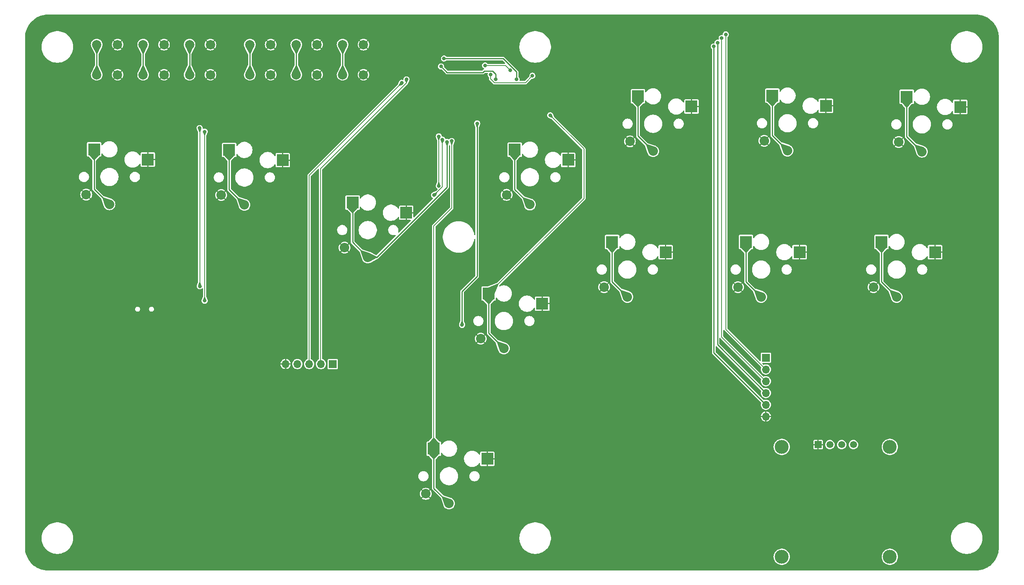
<source format=gbl>
%TF.GenerationSoftware,KiCad,Pcbnew,8.0.1*%
%TF.CreationDate,2024-05-01T14:37:59+02:00*%
%TF.ProjectId,PE2-for-review,5045322d-666f-4722-9d72-65766965772e,rev?*%
%TF.SameCoordinates,Original*%
%TF.FileFunction,Copper,L2,Bot*%
%TF.FilePolarity,Positive*%
%FSLAX46Y46*%
G04 Gerber Fmt 4.6, Leading zero omitted, Abs format (unit mm)*
G04 Created by KiCad (PCBNEW 8.0.1) date 2024-05-01 14:37:59*
%MOMM*%
%LPD*%
G01*
G04 APERTURE LIST*
%TA.AperFunction,SMDPad,CuDef*%
%ADD10R,2.600000X2.600000*%
%TD*%
%TA.AperFunction,ComponentPad*%
%ADD11C,2.032000*%
%TD*%
%TA.AperFunction,ComponentPad*%
%ADD12C,2.000000*%
%TD*%
%TA.AperFunction,ComponentPad*%
%ADD13R,1.508000X1.508000*%
%TD*%
%TA.AperFunction,ComponentPad*%
%ADD14C,1.508000*%
%TD*%
%TA.AperFunction,ComponentPad*%
%ADD15C,3.000000*%
%TD*%
%TA.AperFunction,ComponentPad*%
%ADD16R,1.700000X1.700000*%
%TD*%
%TA.AperFunction,ComponentPad*%
%ADD17O,1.700000X1.700000*%
%TD*%
%TA.AperFunction,ViaPad*%
%ADD18C,0.800000*%
%TD*%
%TA.AperFunction,Conductor*%
%ADD19C,0.254000*%
%TD*%
%TA.AperFunction,Conductor*%
%ADD20C,0.200000*%
%TD*%
G04 APERTURE END LIST*
D10*
X84045000Y-59220000D03*
D11*
X87320000Y-71070000D03*
X82320000Y-68970000D03*
D10*
X95595000Y-61420000D03*
X110645000Y-70570000D03*
D11*
X113920000Y-82420000D03*
X108920000Y-80320000D03*
D10*
X122195000Y-72770000D03*
X128145000Y-123670000D03*
D11*
X131420000Y-135520000D03*
X126420000Y-133420000D03*
D10*
X139695000Y-125870000D03*
X145585000Y-59160000D03*
D11*
X148860000Y-71010000D03*
X143860000Y-68910000D03*
D10*
X157135000Y-61360000D03*
X172145000Y-47630000D03*
D11*
X175420000Y-59480000D03*
X170420000Y-57380000D03*
D10*
X183695000Y-49830000D03*
X201115000Y-47510000D03*
D11*
X204390000Y-59360000D03*
X199390000Y-57260000D03*
D10*
X212665000Y-49710000D03*
X230085000Y-47750000D03*
D11*
X233360000Y-59600000D03*
X228360000Y-57500000D03*
D10*
X241635000Y-49950000D03*
X139975000Y-90200000D03*
D11*
X143250000Y-102050000D03*
X138250000Y-99950000D03*
D10*
X151525000Y-92400000D03*
X166585000Y-79090000D03*
D11*
X169860000Y-90940000D03*
X164860000Y-88840000D03*
D10*
X178135000Y-81290000D03*
X195435000Y-79090000D03*
D11*
X198710000Y-90940000D03*
X193710000Y-88840000D03*
D10*
X206985000Y-81290000D03*
X224645000Y-79090000D03*
D11*
X227920000Y-90940000D03*
X222920000Y-88840000D03*
D10*
X236195000Y-81290000D03*
X54950000Y-59100000D03*
D11*
X58225000Y-70950000D03*
X53225000Y-68850000D03*
D10*
X66500000Y-61300000D03*
D12*
X88500000Y-43000000D03*
X88500000Y-36500000D03*
X93000000Y-43000000D03*
X93000000Y-36500000D03*
X65500000Y-43000000D03*
X65500000Y-36500000D03*
X70000000Y-43000000D03*
X70000000Y-36500000D03*
X98500000Y-43000000D03*
X98500000Y-36500000D03*
X103000000Y-43000000D03*
X103000000Y-36500000D03*
X55500000Y-43000000D03*
X55500000Y-36500000D03*
X60000000Y-43000000D03*
X60000000Y-36500000D03*
X75500000Y-43000000D03*
X75500000Y-36500000D03*
X80000000Y-43000000D03*
X80000000Y-36500000D03*
X108500000Y-43000000D03*
X108500000Y-36500000D03*
X113000000Y-43000000D03*
X113000000Y-36500000D03*
D13*
X210990000Y-122812500D03*
D14*
X213530000Y-122812500D03*
X216070000Y-122812500D03*
X218610000Y-122812500D03*
D15*
X203150000Y-123312500D03*
X226450000Y-123312500D03*
X226450000Y-147012500D03*
X203150000Y-147012500D03*
D16*
X199725000Y-104050000D03*
D17*
X199725000Y-106590000D03*
X199725000Y-109130000D03*
X199725000Y-111670000D03*
X199725000Y-114210000D03*
X199725000Y-116750000D03*
D16*
X106375000Y-105425000D03*
D17*
X103835000Y-105425000D03*
X101295000Y-105425000D03*
X98755000Y-105425000D03*
X96215000Y-105425000D03*
D18*
X123525000Y-55925000D03*
X133150000Y-57800000D03*
X138650000Y-44300000D03*
X131200000Y-41100000D03*
X127000000Y-39600000D03*
X126350000Y-38400000D03*
X123550000Y-57650000D03*
X140450000Y-46250000D03*
X85000000Y-99000000D03*
X127750000Y-56650000D03*
X82200000Y-93000000D03*
X119750000Y-51750000D03*
X137700000Y-40700000D03*
X63550000Y-90150000D03*
X138400000Y-35300000D03*
X137800000Y-38050000D03*
X138750000Y-54100000D03*
X72600000Y-90500000D03*
X129227000Y-56300000D03*
X129225458Y-66975458D03*
X130000000Y-57000000D03*
X128220433Y-68970433D03*
X131000000Y-57500000D03*
X132003303Y-57284802D03*
X153250000Y-51750000D03*
X78750000Y-55275000D03*
X78750000Y-91750000D03*
X121250000Y-44750000D03*
X122250000Y-44000000D03*
X77675000Y-54500000D03*
X77700000Y-88650000D03*
X141500000Y-44000000D03*
X188500000Y-36900000D03*
X129700000Y-41200000D03*
X146000000Y-44000000D03*
X189300000Y-36100000D03*
X130350793Y-39500000D03*
X140400000Y-42927000D03*
X149400000Y-43200000D03*
X190200000Y-35100000D03*
X144585933Y-42014067D03*
X139200000Y-41000000D03*
X191100000Y-34300000D03*
X137500000Y-53500000D03*
X134250000Y-97000000D03*
D19*
X58225000Y-70950000D02*
X54950000Y-67675000D01*
D20*
X129225458Y-56301542D02*
X129227000Y-56300000D01*
X129225458Y-66975458D02*
X129225458Y-56301542D01*
D19*
X54950000Y-67675000D02*
X54950000Y-59100000D01*
D20*
X130000000Y-67190866D02*
X130000000Y-57000000D01*
D19*
X84045000Y-59220000D02*
X84045000Y-67795000D01*
D20*
X84045000Y-59220000D02*
X84698048Y-59220000D01*
D19*
X84045000Y-67795000D02*
X87320000Y-71070000D01*
D20*
X128220433Y-68970433D02*
X130000000Y-67190866D01*
D19*
X110645000Y-70570000D02*
X110645000Y-79145000D01*
X131000000Y-67219000D02*
X131000000Y-57500000D01*
X110645000Y-79145000D02*
X113920000Y-82420000D01*
X113920000Y-82420000D02*
X115799000Y-82420000D01*
X115799000Y-82420000D02*
X131000000Y-67219000D01*
D20*
X128145000Y-75605000D02*
X128145000Y-123670000D01*
D19*
X128145000Y-123670000D02*
X128145000Y-132245000D01*
D20*
X132003303Y-57284802D02*
X132003303Y-71746697D01*
D19*
X128145000Y-132245000D02*
X131420000Y-135520000D01*
D20*
X132003303Y-71746697D02*
X128145000Y-75605000D01*
D19*
X230085000Y-56325000D02*
X233360000Y-59600000D01*
X230085000Y-47750000D02*
X230085000Y-56325000D01*
X201115000Y-47510000D02*
X201115000Y-56085000D01*
X201115000Y-56085000D02*
X204390000Y-59360000D01*
X172145000Y-47630000D02*
X172145000Y-56205000D01*
X172145000Y-56205000D02*
X175420000Y-59480000D01*
X145585000Y-59160000D02*
X145585000Y-67735000D01*
X145585000Y-67735000D02*
X148860000Y-71010000D01*
X166585000Y-79090000D02*
X166585000Y-87665000D01*
X166585000Y-87665000D02*
X169860000Y-90940000D01*
D20*
X160500000Y-59000000D02*
X153250000Y-51750000D01*
X160500000Y-69675000D02*
X160500000Y-59000000D01*
D19*
X139975000Y-90200000D02*
X139975000Y-98775000D01*
D20*
X139975000Y-90200000D02*
X160500000Y-69675000D01*
D19*
X139975000Y-98775000D02*
X143250000Y-102050000D01*
X195435000Y-79090000D02*
X195435000Y-87665000D01*
X195435000Y-87665000D02*
X198710000Y-90940000D01*
X224645000Y-87665000D02*
X227920000Y-90940000D01*
X224645000Y-79090000D02*
X224645000Y-87665000D01*
X55500000Y-36500000D02*
X55500000Y-43000000D01*
X65500000Y-36500000D02*
X65500000Y-43000000D01*
X75500000Y-36500000D02*
X75500000Y-43000000D01*
X88500000Y-36500000D02*
X88500000Y-43000000D01*
X98500000Y-36500000D02*
X98500000Y-43000000D01*
X108500000Y-36500000D02*
X108500000Y-43000000D01*
D20*
X78750000Y-55275000D02*
X78750000Y-91750000D01*
X121250000Y-44750000D02*
X101250000Y-64750000D01*
X101250000Y-105380000D02*
X101295000Y-105425000D01*
X101250000Y-64750000D02*
X101250000Y-105380000D01*
X122250000Y-44760050D02*
X103750000Y-63260050D01*
X103750000Y-63260050D02*
X103750000Y-105340000D01*
X122250000Y-44000000D02*
X122250000Y-44760050D01*
X103750000Y-105340000D02*
X103835000Y-105425000D01*
X77675000Y-54500000D02*
X77700000Y-54525000D01*
X77700000Y-54525000D02*
X77700000Y-88650000D01*
D19*
X131000000Y-42500000D02*
X129700000Y-41200000D01*
X141500000Y-44000000D02*
X141500000Y-42900000D01*
X188500000Y-102985000D02*
X199725000Y-114210000D01*
X140800000Y-42200000D02*
X139001134Y-42200000D01*
X141500000Y-42900000D02*
X140800000Y-42200000D01*
X138701134Y-42500000D02*
X131000000Y-42500000D01*
X139001134Y-42200000D02*
X138701134Y-42500000D01*
X188500000Y-36900000D02*
X188500000Y-102985000D01*
X189300000Y-101245000D02*
X199725000Y-111670000D01*
X146000000Y-44000000D02*
X146000000Y-42400000D01*
X146000000Y-42400000D02*
X143100000Y-39500000D01*
X189300000Y-36100000D02*
X189300000Y-101245000D01*
X143100000Y-39500000D02*
X130350793Y-39500000D01*
D20*
X141210050Y-44700000D02*
X147900000Y-44700000D01*
X190200000Y-35100000D02*
X190200000Y-99605000D01*
X190200000Y-99605000D02*
X199725000Y-109130000D01*
X140400000Y-42927000D02*
X140400000Y-43889950D01*
X140400000Y-43889950D02*
X141210050Y-44700000D01*
X147900000Y-44700000D02*
X149400000Y-43200000D01*
X143571866Y-41000000D02*
X144585933Y-42014067D01*
X191100000Y-34300000D02*
X191100000Y-97965000D01*
X139200000Y-41000000D02*
X143571866Y-41000000D01*
X191100000Y-97965000D02*
X199725000Y-106590000D01*
D19*
X137500000Y-86500000D02*
X134250000Y-89750000D01*
X137500000Y-53500000D02*
X137500000Y-86500000D01*
X134250000Y-89750000D02*
X134250000Y-97000000D01*
%TA.AperFunction,Conductor*%
G36*
X245002611Y-30025608D02*
G01*
X245405599Y-30042275D01*
X245415946Y-30043132D01*
X245813611Y-30092702D01*
X245823871Y-30094414D01*
X246216076Y-30176650D01*
X246226144Y-30179199D01*
X246610236Y-30293549D01*
X246620069Y-30296925D01*
X246664562Y-30314286D01*
X246993375Y-30442590D01*
X247002912Y-30446773D01*
X247362918Y-30622769D01*
X247372076Y-30627725D01*
X247716313Y-30832845D01*
X247725032Y-30838541D01*
X248051169Y-31071400D01*
X248059363Y-31077776D01*
X248365170Y-31336781D01*
X248372831Y-31343835D01*
X248656164Y-31627168D01*
X248663218Y-31634829D01*
X248922220Y-31940633D01*
X248928602Y-31948833D01*
X249020328Y-32077302D01*
X249161458Y-32274967D01*
X249167154Y-32283686D01*
X249372274Y-32627923D01*
X249377230Y-32637081D01*
X249553226Y-32997087D01*
X249557409Y-33006624D01*
X249703071Y-33379921D01*
X249706453Y-33389771D01*
X249820796Y-33773841D01*
X249823352Y-33783936D01*
X249905584Y-34176124D01*
X249907298Y-34186395D01*
X249956865Y-34584036D01*
X249957725Y-34594415D01*
X249974392Y-34997388D01*
X249974500Y-35002595D01*
X249974500Y-144997404D01*
X249974392Y-145002611D01*
X249957725Y-145405584D01*
X249956865Y-145415963D01*
X249907298Y-145813604D01*
X249905584Y-145823875D01*
X249823354Y-146216056D01*
X249820798Y-146226151D01*
X249706453Y-146610228D01*
X249703071Y-146620078D01*
X249557409Y-146993375D01*
X249553226Y-147002912D01*
X249377230Y-147362918D01*
X249372274Y-147372076D01*
X249167154Y-147716313D01*
X249161458Y-147725032D01*
X248928609Y-148051157D01*
X248922213Y-148059375D01*
X248663218Y-148365170D01*
X248656164Y-148372831D01*
X248372831Y-148656164D01*
X248365170Y-148663218D01*
X248059375Y-148922213D01*
X248051157Y-148928609D01*
X247725032Y-149161458D01*
X247716313Y-149167154D01*
X247372076Y-149372274D01*
X247362918Y-149377230D01*
X247002912Y-149553226D01*
X246993375Y-149557409D01*
X246620078Y-149703071D01*
X246610228Y-149706453D01*
X246226158Y-149820796D01*
X246216063Y-149823352D01*
X245823875Y-149905584D01*
X245813604Y-149907298D01*
X245415963Y-149956865D01*
X245405584Y-149957725D01*
X245002611Y-149974392D01*
X244997404Y-149974500D01*
X45002596Y-149974500D01*
X44997389Y-149974392D01*
X44594415Y-149957725D01*
X44584036Y-149956865D01*
X44186395Y-149907298D01*
X44176124Y-149905584D01*
X43783936Y-149823352D01*
X43773841Y-149820796D01*
X43389771Y-149706453D01*
X43379921Y-149703071D01*
X43006624Y-149557409D01*
X42997087Y-149553226D01*
X42637081Y-149377230D01*
X42627923Y-149372274D01*
X42283686Y-149167154D01*
X42274967Y-149161458D01*
X42136940Y-149062909D01*
X41948833Y-148928602D01*
X41940633Y-148922220D01*
X41634829Y-148663218D01*
X41627168Y-148656164D01*
X41343835Y-148372831D01*
X41336781Y-148365170D01*
X41239876Y-148250754D01*
X41077776Y-148059363D01*
X41071400Y-148051169D01*
X40838541Y-147725032D01*
X40832845Y-147716313D01*
X40627725Y-147372076D01*
X40622769Y-147362918D01*
X40451460Y-147012500D01*
X201390580Y-147012500D01*
X201410231Y-147274731D01*
X201468746Y-147531099D01*
X201468747Y-147531102D01*
X201564813Y-147775877D01*
X201564815Y-147775881D01*
X201696296Y-148003613D01*
X201860257Y-148209214D01*
X202002426Y-148341126D01*
X202053020Y-148388070D01*
X202053026Y-148388074D01*
X202270280Y-148536196D01*
X202270287Y-148536200D01*
X202270290Y-148536202D01*
X202507212Y-148650298D01*
X202727907Y-148718373D01*
X202758485Y-148727806D01*
X202758492Y-148727808D01*
X203018518Y-148767000D01*
X203018522Y-148767000D01*
X203281478Y-148767000D01*
X203281482Y-148767000D01*
X203541508Y-148727808D01*
X203792788Y-148650298D01*
X204029710Y-148536202D01*
X204246980Y-148388070D01*
X204439746Y-148209210D01*
X204603701Y-148003617D01*
X204735183Y-147775884D01*
X204831254Y-147531098D01*
X204889769Y-147274728D01*
X204909420Y-147012500D01*
X224690580Y-147012500D01*
X224710231Y-147274731D01*
X224768746Y-147531099D01*
X224768747Y-147531102D01*
X224864813Y-147775877D01*
X224864815Y-147775881D01*
X224996296Y-148003613D01*
X225160257Y-148209214D01*
X225302426Y-148341126D01*
X225353020Y-148388070D01*
X225353026Y-148388074D01*
X225570280Y-148536196D01*
X225570287Y-148536200D01*
X225570290Y-148536202D01*
X225807212Y-148650298D01*
X226027907Y-148718373D01*
X226058485Y-148727806D01*
X226058492Y-148727808D01*
X226318518Y-148767000D01*
X226318522Y-148767000D01*
X226581478Y-148767000D01*
X226581482Y-148767000D01*
X226841508Y-148727808D01*
X227092788Y-148650298D01*
X227329710Y-148536202D01*
X227546980Y-148388070D01*
X227739746Y-148209210D01*
X227903701Y-148003617D01*
X228035183Y-147775884D01*
X228131254Y-147531098D01*
X228189769Y-147274728D01*
X228209420Y-147012500D01*
X228189769Y-146750272D01*
X228131254Y-146493902D01*
X228081743Y-146367749D01*
X228035186Y-146249122D01*
X228035184Y-146249118D01*
X227903703Y-146021386D01*
X227739742Y-145815785D01*
X227546985Y-145636935D01*
X227546980Y-145636930D01*
X227546973Y-145636925D01*
X227329719Y-145488803D01*
X227329712Y-145488799D01*
X227092793Y-145374704D01*
X227092790Y-145374703D01*
X227092788Y-145374702D01*
X227004896Y-145347590D01*
X226841514Y-145297193D01*
X226841509Y-145297192D01*
X226841508Y-145297192D01*
X226581482Y-145258000D01*
X226318518Y-145258000D01*
X226058492Y-145297192D01*
X226058491Y-145297192D01*
X226058485Y-145297193D01*
X225807206Y-145374704D01*
X225570287Y-145488799D01*
X225570280Y-145488803D01*
X225353026Y-145636925D01*
X225353014Y-145636935D01*
X225160257Y-145815785D01*
X224996296Y-146021386D01*
X224864815Y-146249118D01*
X224864813Y-146249122D01*
X224768747Y-146493897D01*
X224768746Y-146493900D01*
X224710231Y-146750268D01*
X224690580Y-147012500D01*
X204909420Y-147012500D01*
X204889769Y-146750272D01*
X204831254Y-146493902D01*
X204781743Y-146367749D01*
X204735186Y-146249122D01*
X204735184Y-146249118D01*
X204603703Y-146021386D01*
X204439742Y-145815785D01*
X204246985Y-145636935D01*
X204246980Y-145636930D01*
X204246973Y-145636925D01*
X204029719Y-145488803D01*
X204029712Y-145488799D01*
X203792793Y-145374704D01*
X203792790Y-145374703D01*
X203792788Y-145374702D01*
X203704896Y-145347590D01*
X203541514Y-145297193D01*
X203541509Y-145297192D01*
X203541508Y-145297192D01*
X203281482Y-145258000D01*
X203018518Y-145258000D01*
X202758492Y-145297192D01*
X202758491Y-145297192D01*
X202758485Y-145297193D01*
X202507206Y-145374704D01*
X202270287Y-145488799D01*
X202270280Y-145488803D01*
X202053026Y-145636925D01*
X202053014Y-145636935D01*
X201860257Y-145815785D01*
X201696296Y-146021386D01*
X201564815Y-146249118D01*
X201564813Y-146249122D01*
X201468747Y-146493897D01*
X201468746Y-146493900D01*
X201410231Y-146750268D01*
X201390580Y-147012500D01*
X40451460Y-147012500D01*
X40446773Y-147002912D01*
X40442590Y-146993375D01*
X40296928Y-146620078D01*
X40293546Y-146610228D01*
X40258914Y-146493902D01*
X40201952Y-146302569D01*
X40179202Y-146226151D01*
X40176646Y-146216056D01*
X40094415Y-145823875D01*
X40092701Y-145813604D01*
X40082853Y-145734601D01*
X40043132Y-145415946D01*
X40042275Y-145405599D01*
X40025608Y-145002611D01*
X40025500Y-144997404D01*
X40025500Y-143167062D01*
X43599500Y-143167062D01*
X43632247Y-143499543D01*
X43632250Y-143499564D01*
X43697428Y-143827240D01*
X43697430Y-143827247D01*
X43697431Y-143827251D01*
X43794418Y-144146976D01*
X43922277Y-144455654D01*
X44079777Y-144750317D01*
X44265394Y-145028111D01*
X44265405Y-145028126D01*
X44477351Y-145286384D01*
X44477369Y-145286403D01*
X44713596Y-145522630D01*
X44713615Y-145522648D01*
X44852869Y-145636930D01*
X44971882Y-145734601D01*
X45249685Y-145920224D01*
X45544346Y-146077723D01*
X45853024Y-146205582D01*
X46172749Y-146302569D01*
X46500441Y-146367751D01*
X46832944Y-146400500D01*
X46832953Y-146400500D01*
X47167047Y-146400500D01*
X47167056Y-146400500D01*
X47499559Y-146367751D01*
X47827251Y-146302569D01*
X48146976Y-146205582D01*
X48455654Y-146077723D01*
X48750315Y-145920224D01*
X49028118Y-145734601D01*
X49286390Y-145522643D01*
X49522643Y-145286390D01*
X49734601Y-145028118D01*
X49920224Y-144750315D01*
X50077723Y-144455654D01*
X50205582Y-144146976D01*
X50302569Y-143827251D01*
X50367751Y-143499559D01*
X50400499Y-143167062D01*
X146599500Y-143167062D01*
X146632247Y-143499543D01*
X146632250Y-143499564D01*
X146697428Y-143827240D01*
X146697430Y-143827247D01*
X146697431Y-143827251D01*
X146794418Y-144146976D01*
X146922277Y-144455654D01*
X147079777Y-144750317D01*
X147265394Y-145028111D01*
X147265405Y-145028126D01*
X147477351Y-145286384D01*
X147477369Y-145286403D01*
X147713596Y-145522630D01*
X147713615Y-145522648D01*
X147852869Y-145636930D01*
X147971882Y-145734601D01*
X148249685Y-145920224D01*
X148544346Y-146077723D01*
X148853024Y-146205582D01*
X149172749Y-146302569D01*
X149500441Y-146367751D01*
X149832944Y-146400500D01*
X149832953Y-146400500D01*
X150167047Y-146400500D01*
X150167056Y-146400500D01*
X150499559Y-146367751D01*
X150827251Y-146302569D01*
X151146976Y-146205582D01*
X151455654Y-146077723D01*
X151750315Y-145920224D01*
X152028118Y-145734601D01*
X152286390Y-145522643D01*
X152522643Y-145286390D01*
X152734601Y-145028118D01*
X152920224Y-144750315D01*
X153077723Y-144455654D01*
X153205582Y-144146976D01*
X153302569Y-143827251D01*
X153367751Y-143499559D01*
X153400499Y-143167062D01*
X239599500Y-143167062D01*
X239632247Y-143499543D01*
X239632250Y-143499564D01*
X239697428Y-143827240D01*
X239697430Y-143827247D01*
X239697431Y-143827251D01*
X239794418Y-144146976D01*
X239922277Y-144455654D01*
X240079777Y-144750317D01*
X240265394Y-145028111D01*
X240265405Y-145028126D01*
X240477351Y-145286384D01*
X240477369Y-145286403D01*
X240713596Y-145522630D01*
X240713615Y-145522648D01*
X240852869Y-145636930D01*
X240971882Y-145734601D01*
X241249685Y-145920224D01*
X241544346Y-146077723D01*
X241853024Y-146205582D01*
X242172749Y-146302569D01*
X242500441Y-146367751D01*
X242832944Y-146400500D01*
X242832953Y-146400500D01*
X243167047Y-146400500D01*
X243167056Y-146400500D01*
X243499559Y-146367751D01*
X243827251Y-146302569D01*
X244146976Y-146205582D01*
X244455654Y-146077723D01*
X244750315Y-145920224D01*
X245028118Y-145734601D01*
X245286390Y-145522643D01*
X245522643Y-145286390D01*
X245734601Y-145028118D01*
X245920224Y-144750315D01*
X246077723Y-144455654D01*
X246205582Y-144146976D01*
X246302569Y-143827251D01*
X246367751Y-143499559D01*
X246400500Y-143167056D01*
X246400500Y-142832944D01*
X246367751Y-142500441D01*
X246302569Y-142172749D01*
X246205582Y-141853024D01*
X246077723Y-141544346D01*
X245920224Y-141249685D01*
X245734601Y-140971882D01*
X245734594Y-140971873D01*
X245522648Y-140713615D01*
X245522630Y-140713596D01*
X245286403Y-140477369D01*
X245286384Y-140477351D01*
X245028126Y-140265405D01*
X245028111Y-140265394D01*
X244750317Y-140079777D01*
X244455654Y-139922277D01*
X244146976Y-139794418D01*
X243827251Y-139697431D01*
X243827247Y-139697430D01*
X243827240Y-139697428D01*
X243499564Y-139632250D01*
X243499559Y-139632249D01*
X243499552Y-139632248D01*
X243499543Y-139632247D01*
X243167062Y-139599500D01*
X243167056Y-139599500D01*
X242832944Y-139599500D01*
X242832937Y-139599500D01*
X242500456Y-139632247D01*
X242500444Y-139632248D01*
X242500441Y-139632249D01*
X242500438Y-139632249D01*
X242500435Y-139632250D01*
X242172759Y-139697428D01*
X241853033Y-139794415D01*
X241853030Y-139794416D01*
X241853024Y-139794418D01*
X241656294Y-139875906D01*
X241544345Y-139922277D01*
X241249682Y-140079777D01*
X240971888Y-140265394D01*
X240971873Y-140265405D01*
X240713615Y-140477351D01*
X240713596Y-140477369D01*
X240477369Y-140713596D01*
X240477351Y-140713615D01*
X240265405Y-140971873D01*
X240265394Y-140971888D01*
X240079777Y-141249682D01*
X239922277Y-141544345D01*
X239922277Y-141544346D01*
X239794418Y-141853024D01*
X239794416Y-141853030D01*
X239794415Y-141853033D01*
X239697428Y-142172759D01*
X239632250Y-142500435D01*
X239632247Y-142500456D01*
X239599500Y-142832937D01*
X239599500Y-143167062D01*
X153400499Y-143167062D01*
X153400500Y-143167056D01*
X153400500Y-142832944D01*
X153367751Y-142500441D01*
X153302569Y-142172749D01*
X153205582Y-141853024D01*
X153077723Y-141544346D01*
X152920224Y-141249685D01*
X152734601Y-140971882D01*
X152734594Y-140971873D01*
X152522648Y-140713615D01*
X152522630Y-140713596D01*
X152286403Y-140477369D01*
X152286384Y-140477351D01*
X152028126Y-140265405D01*
X152028111Y-140265394D01*
X151750317Y-140079777D01*
X151455654Y-139922277D01*
X151146976Y-139794418D01*
X150827251Y-139697431D01*
X150827247Y-139697430D01*
X150827240Y-139697428D01*
X150499564Y-139632250D01*
X150499559Y-139632249D01*
X150499552Y-139632248D01*
X150499543Y-139632247D01*
X150167062Y-139599500D01*
X150167056Y-139599500D01*
X149832944Y-139599500D01*
X149832937Y-139599500D01*
X149500456Y-139632247D01*
X149500444Y-139632248D01*
X149500441Y-139632249D01*
X149500438Y-139632249D01*
X149500435Y-139632250D01*
X149172759Y-139697428D01*
X148853033Y-139794415D01*
X148853030Y-139794416D01*
X148853024Y-139794418D01*
X148656294Y-139875906D01*
X148544345Y-139922277D01*
X148249682Y-140079777D01*
X147971888Y-140265394D01*
X147971873Y-140265405D01*
X147713615Y-140477351D01*
X147713596Y-140477369D01*
X147477369Y-140713596D01*
X147477351Y-140713615D01*
X147265405Y-140971873D01*
X147265394Y-140971888D01*
X147079777Y-141249682D01*
X146922277Y-141544345D01*
X146922277Y-141544346D01*
X146794418Y-141853024D01*
X146794416Y-141853030D01*
X146794415Y-141853033D01*
X146697428Y-142172759D01*
X146632250Y-142500435D01*
X146632247Y-142500456D01*
X146599500Y-142832937D01*
X146599500Y-143167062D01*
X50400499Y-143167062D01*
X50400500Y-143167056D01*
X50400500Y-142832944D01*
X50367751Y-142500441D01*
X50302569Y-142172749D01*
X50205582Y-141853024D01*
X50077723Y-141544346D01*
X49920224Y-141249685D01*
X49734601Y-140971882D01*
X49734594Y-140971873D01*
X49522648Y-140713615D01*
X49522630Y-140713596D01*
X49286403Y-140477369D01*
X49286384Y-140477351D01*
X49028126Y-140265405D01*
X49028111Y-140265394D01*
X48750317Y-140079777D01*
X48455654Y-139922277D01*
X48146976Y-139794418D01*
X47827251Y-139697431D01*
X47827247Y-139697430D01*
X47827240Y-139697428D01*
X47499564Y-139632250D01*
X47499559Y-139632249D01*
X47499552Y-139632248D01*
X47499543Y-139632247D01*
X47167062Y-139599500D01*
X47167056Y-139599500D01*
X46832944Y-139599500D01*
X46832937Y-139599500D01*
X46500456Y-139632247D01*
X46500444Y-139632248D01*
X46500441Y-139632249D01*
X46500438Y-139632249D01*
X46500435Y-139632250D01*
X46172759Y-139697428D01*
X45853033Y-139794415D01*
X45853030Y-139794416D01*
X45853024Y-139794418D01*
X45656294Y-139875906D01*
X45544345Y-139922277D01*
X45249682Y-140079777D01*
X44971888Y-140265394D01*
X44971873Y-140265405D01*
X44713615Y-140477351D01*
X44713596Y-140477369D01*
X44477369Y-140713596D01*
X44477351Y-140713615D01*
X44265405Y-140971873D01*
X44265394Y-140971888D01*
X44079777Y-141249682D01*
X43922277Y-141544345D01*
X43922277Y-141544346D01*
X43794418Y-141853024D01*
X43794416Y-141853030D01*
X43794415Y-141853033D01*
X43697428Y-142172759D01*
X43632250Y-142500435D01*
X43632247Y-142500456D01*
X43599500Y-142832937D01*
X43599500Y-143167062D01*
X40025500Y-143167062D01*
X40025500Y-133420000D01*
X125145149Y-133420000D01*
X125164517Y-133641374D01*
X125222031Y-133856023D01*
X125222033Y-133856027D01*
X125315946Y-134057424D01*
X125315947Y-134057426D01*
X125434151Y-134226240D01*
X125434153Y-134226240D01*
X125890250Y-133770142D01*
X125926764Y-133824789D01*
X126015211Y-133913236D01*
X126069855Y-133949748D01*
X125613758Y-134405845D01*
X125782575Y-134524053D01*
X125782574Y-134524053D01*
X125983972Y-134617966D01*
X125983976Y-134617968D01*
X126198625Y-134675482D01*
X126420000Y-134694850D01*
X126641374Y-134675482D01*
X126856023Y-134617968D01*
X126856027Y-134617966D01*
X127057425Y-134524053D01*
X127226240Y-134405846D01*
X127226240Y-134405844D01*
X126770144Y-133949748D01*
X126824789Y-133913236D01*
X126913236Y-133824789D01*
X126949748Y-133770144D01*
X127405844Y-134226240D01*
X127405846Y-134226240D01*
X127524053Y-134057425D01*
X127617966Y-133856027D01*
X127617968Y-133856023D01*
X127675482Y-133641374D01*
X127694850Y-133420000D01*
X127675482Y-133198625D01*
X127617968Y-132983976D01*
X127617966Y-132983972D01*
X127524052Y-132782574D01*
X127405846Y-132613758D01*
X127405845Y-132613758D01*
X126949748Y-133069855D01*
X126913236Y-133015211D01*
X126824789Y-132926764D01*
X126770142Y-132890250D01*
X127226240Y-132434153D01*
X127226240Y-132434151D01*
X127057426Y-132315947D01*
X127057424Y-132315946D01*
X126856027Y-132222033D01*
X126856023Y-132222031D01*
X126641374Y-132164517D01*
X126420000Y-132145149D01*
X126198625Y-132164517D01*
X125983976Y-132222031D01*
X125983972Y-132222033D01*
X125782571Y-132315948D01*
X125613758Y-132434151D01*
X125613758Y-132434152D01*
X126069856Y-132890251D01*
X126015211Y-132926764D01*
X125926764Y-133015211D01*
X125890251Y-133069856D01*
X125434152Y-132613758D01*
X125434151Y-132613758D01*
X125315948Y-132782571D01*
X125222033Y-132983972D01*
X125222031Y-132983976D01*
X125164517Y-133198625D01*
X125145149Y-133420000D01*
X40025500Y-133420000D01*
X40025500Y-129706682D01*
X124818600Y-129706682D01*
X124845720Y-129877912D01*
X124845721Y-129877917D01*
X124886742Y-130004167D01*
X124899292Y-130042791D01*
X124899293Y-130042792D01*
X124978000Y-130197263D01*
X125079900Y-130337516D01*
X125202483Y-130460099D01*
X125202486Y-130460101D01*
X125342740Y-130562002D01*
X125497209Y-130640708D01*
X125662082Y-130694278D01*
X125662083Y-130694278D01*
X125662088Y-130694280D01*
X125833318Y-130721400D01*
X125833321Y-130721400D01*
X126006679Y-130721400D01*
X126006682Y-130721400D01*
X126177912Y-130694280D01*
X126342791Y-130640708D01*
X126497260Y-130562002D01*
X126637514Y-130460101D01*
X126760101Y-130337514D01*
X126862002Y-130197260D01*
X126940708Y-130042791D01*
X126994280Y-129877912D01*
X127021400Y-129706682D01*
X127021400Y-129533318D01*
X126994280Y-129362088D01*
X126940708Y-129197209D01*
X126862002Y-129042740D01*
X126760101Y-128902486D01*
X126760099Y-128902483D01*
X126637516Y-128779900D01*
X126497263Y-128678000D01*
X126497262Y-128677999D01*
X126497260Y-128677998D01*
X126342791Y-128599292D01*
X126342788Y-128599291D01*
X126342786Y-128599290D01*
X126177915Y-128545721D01*
X126177919Y-128545721D01*
X126146041Y-128540672D01*
X126006682Y-128518600D01*
X125833318Y-128518600D01*
X125662088Y-128545720D01*
X125662082Y-128545721D01*
X125497213Y-128599290D01*
X125497207Y-128599293D01*
X125342736Y-128678000D01*
X125202483Y-128779900D01*
X125079900Y-128902483D01*
X124978000Y-129042736D01*
X124899293Y-129197207D01*
X124899290Y-129197213D01*
X124845721Y-129362082D01*
X124845720Y-129362087D01*
X124845720Y-129362088D01*
X124818600Y-129533318D01*
X124818600Y-129706682D01*
X40025500Y-129706682D01*
X40025500Y-105552001D01*
X95118037Y-105552001D01*
X95125147Y-105628725D01*
X95181138Y-105825514D01*
X95181140Y-105825519D01*
X95272340Y-106008672D01*
X95395637Y-106171946D01*
X95546838Y-106309784D01*
X95720796Y-106417493D01*
X95720803Y-106417496D01*
X95911578Y-106491403D01*
X95911576Y-106491403D01*
X96088000Y-106524381D01*
X96088000Y-105908608D01*
X96149174Y-105925000D01*
X96280826Y-105925000D01*
X96342000Y-105908608D01*
X96342000Y-106524381D01*
X96518422Y-106491403D01*
X96709196Y-106417496D01*
X96709203Y-106417493D01*
X96883161Y-106309784D01*
X97034362Y-106171946D01*
X97157659Y-106008672D01*
X97248859Y-105825519D01*
X97248861Y-105825514D01*
X97304852Y-105628725D01*
X97311962Y-105552001D01*
X97311962Y-105552000D01*
X96698608Y-105552000D01*
X96715000Y-105490826D01*
X96715000Y-105425004D01*
X97645768Y-105425004D01*
X97664654Y-105628819D01*
X97694014Y-105732007D01*
X97720672Y-105825701D01*
X97811912Y-106008935D01*
X97811913Y-106008936D01*
X97935266Y-106172284D01*
X98086536Y-106310185D01*
X98260566Y-106417940D01*
X98260568Y-106417940D01*
X98260573Y-106417944D01*
X98451444Y-106491888D01*
X98652653Y-106529500D01*
X98652655Y-106529500D01*
X98857345Y-106529500D01*
X98857347Y-106529500D01*
X99058556Y-106491888D01*
X99249427Y-106417944D01*
X99423462Y-106310186D01*
X99574732Y-106172285D01*
X99698088Y-106008935D01*
X99789328Y-105825701D01*
X99845345Y-105628821D01*
X99851640Y-105560880D01*
X99864232Y-105425004D01*
X100185768Y-105425004D01*
X100204654Y-105628819D01*
X100234014Y-105732007D01*
X100260672Y-105825701D01*
X100351912Y-106008935D01*
X100351913Y-106008936D01*
X100475266Y-106172284D01*
X100626536Y-106310185D01*
X100800566Y-106417940D01*
X100800568Y-106417940D01*
X100800573Y-106417944D01*
X100991444Y-106491888D01*
X101192653Y-106529500D01*
X101192655Y-106529500D01*
X101397345Y-106529500D01*
X101397347Y-106529500D01*
X101598556Y-106491888D01*
X101789427Y-106417944D01*
X101963462Y-106310186D01*
X102114732Y-106172285D01*
X102238088Y-106008935D01*
X102329328Y-105825701D01*
X102385345Y-105628821D01*
X102391640Y-105560880D01*
X102404232Y-105425004D01*
X102404232Y-105424995D01*
X102385345Y-105221180D01*
X102385345Y-105221179D01*
X102329328Y-105024299D01*
X102238088Y-104841065D01*
X102183717Y-104769066D01*
X102114733Y-104677715D01*
X101963463Y-104539814D01*
X101789430Y-104432058D01*
X101789427Y-104432056D01*
X101789425Y-104432055D01*
X101789421Y-104432053D01*
X101684983Y-104391593D01*
X101628688Y-104348333D01*
X101604718Y-104281506D01*
X101604500Y-104274102D01*
X101604500Y-64949028D01*
X101624502Y-64880907D01*
X101641400Y-64859938D01*
X103180407Y-63320931D01*
X103242717Y-63286907D01*
X103313532Y-63291972D01*
X103370368Y-63334519D01*
X103395179Y-63401039D01*
X103395500Y-63410028D01*
X103395500Y-104327864D01*
X103375498Y-104395985D01*
X103335831Y-104434991D01*
X103166537Y-104539814D01*
X103015266Y-104677715D01*
X102891913Y-104841063D01*
X102800671Y-105024301D01*
X102744654Y-105221180D01*
X102725768Y-105424995D01*
X102725768Y-105425004D01*
X102744654Y-105628819D01*
X102774014Y-105732007D01*
X102800672Y-105825701D01*
X102891912Y-106008935D01*
X102891913Y-106008936D01*
X103015266Y-106172284D01*
X103166536Y-106310185D01*
X103340566Y-106417940D01*
X103340568Y-106417940D01*
X103340573Y-106417944D01*
X103531444Y-106491888D01*
X103732653Y-106529500D01*
X103732655Y-106529500D01*
X103937345Y-106529500D01*
X103937347Y-106529500D01*
X104138556Y-106491888D01*
X104329427Y-106417944D01*
X104503462Y-106310186D01*
X104514566Y-106300063D01*
X105270500Y-106300063D01*
X105270501Y-106300073D01*
X105285265Y-106374300D01*
X105341516Y-106458484D01*
X105425697Y-106514733D01*
X105425699Y-106514734D01*
X105499933Y-106529500D01*
X107250066Y-106529499D01*
X107250069Y-106529498D01*
X107250073Y-106529498D01*
X107299326Y-106519701D01*
X107324301Y-106514734D01*
X107408484Y-106458484D01*
X107464734Y-106374301D01*
X107479500Y-106300067D01*
X107479499Y-104549934D01*
X107479498Y-104549930D01*
X107479498Y-104549926D01*
X107464734Y-104475699D01*
X107435574Y-104432059D01*
X107408484Y-104391516D01*
X107386893Y-104377089D01*
X107324302Y-104335266D01*
X107250067Y-104320500D01*
X105499936Y-104320500D01*
X105499926Y-104320501D01*
X105425699Y-104335265D01*
X105341515Y-104391516D01*
X105285266Y-104475697D01*
X105270500Y-104549930D01*
X105270500Y-106300063D01*
X104514566Y-106300063D01*
X104654732Y-106172285D01*
X104778088Y-106008935D01*
X104869328Y-105825701D01*
X104925345Y-105628821D01*
X104931640Y-105560880D01*
X104944232Y-105425004D01*
X104944232Y-105424995D01*
X104925345Y-105221180D01*
X104925345Y-105221179D01*
X104869328Y-105024299D01*
X104778088Y-104841065D01*
X104723717Y-104769066D01*
X104654733Y-104677715D01*
X104503463Y-104539814D01*
X104329433Y-104432059D01*
X104329428Y-104432057D01*
X104329427Y-104432056D01*
X104314977Y-104426458D01*
X104184983Y-104376097D01*
X104128688Y-104332837D01*
X104104718Y-104266010D01*
X104104500Y-104258606D01*
X104104500Y-80320000D01*
X107645149Y-80320000D01*
X107664517Y-80541374D01*
X107722031Y-80756023D01*
X107722033Y-80756027D01*
X107815946Y-80957424D01*
X107815947Y-80957426D01*
X107934151Y-81126240D01*
X107934153Y-81126240D01*
X108390250Y-80670142D01*
X108426764Y-80724789D01*
X108515211Y-80813236D01*
X108569855Y-80849748D01*
X108113758Y-81305845D01*
X108282575Y-81424053D01*
X108282574Y-81424053D01*
X108483972Y-81517966D01*
X108483976Y-81517968D01*
X108698625Y-81575482D01*
X108920000Y-81594850D01*
X109141374Y-81575482D01*
X109356023Y-81517968D01*
X109356027Y-81517966D01*
X109557425Y-81424053D01*
X109726240Y-81305846D01*
X109726240Y-81305844D01*
X109270144Y-80849748D01*
X109324789Y-80813236D01*
X109413236Y-80724789D01*
X109449748Y-80670144D01*
X109905844Y-81126240D01*
X109905846Y-81126240D01*
X110024053Y-80957425D01*
X110117966Y-80756027D01*
X110117968Y-80756023D01*
X110175482Y-80541374D01*
X110194850Y-80320000D01*
X110175482Y-80098625D01*
X110117968Y-79883976D01*
X110117966Y-79883972D01*
X110024052Y-79682574D01*
X109905846Y-79513758D01*
X109905845Y-79513758D01*
X109449748Y-79969855D01*
X109413236Y-79915211D01*
X109324789Y-79826764D01*
X109270142Y-79790250D01*
X109726240Y-79334153D01*
X109726240Y-79334151D01*
X109557426Y-79215947D01*
X109557424Y-79215946D01*
X109356027Y-79122033D01*
X109356023Y-79122031D01*
X109141374Y-79064517D01*
X108920000Y-79045149D01*
X108698625Y-79064517D01*
X108483976Y-79122031D01*
X108483972Y-79122033D01*
X108282571Y-79215948D01*
X108113758Y-79334151D01*
X108113758Y-79334152D01*
X108569856Y-79790251D01*
X108515211Y-79826764D01*
X108426764Y-79915211D01*
X108390251Y-79969856D01*
X107934152Y-79513758D01*
X107934151Y-79513758D01*
X107815948Y-79682571D01*
X107722033Y-79883972D01*
X107722031Y-79883976D01*
X107664517Y-80098625D01*
X107645149Y-80320000D01*
X104104500Y-80320000D01*
X104104500Y-76606682D01*
X107318600Y-76606682D01*
X107345720Y-76777912D01*
X107345721Y-76777917D01*
X107399290Y-76942786D01*
X107399292Y-76942791D01*
X107450932Y-77044140D01*
X107478000Y-77097263D01*
X107579900Y-77237516D01*
X107702483Y-77360099D01*
X107702486Y-77360101D01*
X107842740Y-77462002D01*
X107997209Y-77540708D01*
X108162082Y-77594278D01*
X108162083Y-77594278D01*
X108162088Y-77594280D01*
X108333318Y-77621400D01*
X108333321Y-77621400D01*
X108506679Y-77621400D01*
X108506682Y-77621400D01*
X108677912Y-77594280D01*
X108842791Y-77540708D01*
X108997260Y-77462002D01*
X109137514Y-77360101D01*
X109260101Y-77237514D01*
X109362002Y-77097260D01*
X109440708Y-76942791D01*
X109494280Y-76777912D01*
X109521400Y-76606682D01*
X109521400Y-76433318D01*
X109494280Y-76262088D01*
X109440708Y-76097209D01*
X109362002Y-75942740D01*
X109260101Y-75802486D01*
X109260099Y-75802483D01*
X109137516Y-75679900D01*
X108997263Y-75578000D01*
X108997262Y-75577999D01*
X108997260Y-75577998D01*
X108842791Y-75499292D01*
X108842788Y-75499291D01*
X108842786Y-75499290D01*
X108677915Y-75445721D01*
X108677919Y-75445721D01*
X108646041Y-75440672D01*
X108506682Y-75418600D01*
X108333318Y-75418600D01*
X108162088Y-75445720D01*
X108162082Y-75445721D01*
X107997213Y-75499290D01*
X107997207Y-75499293D01*
X107842736Y-75578000D01*
X107702483Y-75679900D01*
X107579900Y-75802483D01*
X107478000Y-75942736D01*
X107399293Y-76097207D01*
X107399290Y-76097213D01*
X107345721Y-76262082D01*
X107345720Y-76262087D01*
X107345720Y-76262088D01*
X107318600Y-76433318D01*
X107318600Y-76606682D01*
X104104500Y-76606682D01*
X104104500Y-71895063D01*
X109090500Y-71895063D01*
X109090501Y-71895073D01*
X109105265Y-71969300D01*
X109161516Y-72053484D01*
X109245697Y-72109733D01*
X109245699Y-72109734D01*
X109319933Y-72124500D01*
X109465442Y-72124499D01*
X109533563Y-72144501D01*
X109560362Y-72167635D01*
X109787459Y-72427768D01*
X110186392Y-72884736D01*
X110232419Y-72937458D01*
X110262150Y-73001929D01*
X110263500Y-73020322D01*
X110263500Y-79195223D01*
X110263499Y-79195223D01*
X110289500Y-79292258D01*
X110339721Y-79379243D01*
X110339729Y-79379253D01*
X112153410Y-81192933D01*
X112183811Y-81242070D01*
X112712270Y-82822430D01*
X112714480Y-82829776D01*
X112721556Y-82856185D01*
X112721563Y-82856204D01*
X112725606Y-82864875D01*
X112730892Y-82878122D01*
X112731259Y-82879219D01*
X112734274Y-82887743D01*
X112734535Y-82888439D01*
X112734545Y-82888465D01*
X112737811Y-82896771D01*
X112741366Y-82902102D01*
X112750734Y-82918760D01*
X112815511Y-83057675D01*
X112815512Y-83057677D01*
X112943016Y-83239772D01*
X112943020Y-83239777D01*
X112943023Y-83239781D01*
X113100219Y-83396977D01*
X113100223Y-83396980D01*
X113100227Y-83396983D01*
X113204124Y-83469732D01*
X113282323Y-83524488D01*
X113483804Y-83618440D01*
X113698537Y-83675978D01*
X113920000Y-83695353D01*
X114141463Y-83675978D01*
X114356196Y-83618440D01*
X114423048Y-83587266D01*
X114436995Y-83581748D01*
X114447776Y-83578210D01*
X114468873Y-83566310D01*
X114477506Y-83561871D01*
X114557677Y-83524488D01*
X114613304Y-83485535D01*
X114623644Y-83479021D01*
X115796307Y-82817655D01*
X115841758Y-82802483D01*
X115849221Y-82801500D01*
X115849225Y-82801500D01*
X115946254Y-82775501D01*
X115946257Y-82775499D01*
X115946258Y-82775499D01*
X115992834Y-82748608D01*
X116033247Y-82725276D01*
X116104276Y-82654247D01*
X116121996Y-82636527D01*
X116121998Y-82636524D01*
X116140925Y-82617596D01*
X116147144Y-82611785D01*
X116158270Y-82602077D01*
X116158275Y-82602068D01*
X116163777Y-82595812D01*
X116163992Y-82596001D01*
X116170718Y-82587803D01*
X131223870Y-67534650D01*
X131223880Y-67534643D01*
X131305270Y-67453253D01*
X131305276Y-67453247D01*
X131355501Y-67366254D01*
X131381500Y-67269225D01*
X131381500Y-58383226D01*
X131389520Y-58338992D01*
X131404823Y-58298176D01*
X131447466Y-58241413D01*
X131514029Y-58216716D01*
X131583377Y-58231926D01*
X131633493Y-58282213D01*
X131648803Y-58342410D01*
X131648803Y-71547667D01*
X131628801Y-71615788D01*
X131611898Y-71636762D01*
X127909609Y-75339050D01*
X127909607Y-75339051D01*
X127909608Y-75339052D01*
X127861331Y-75387329D01*
X127861326Y-75387335D01*
X127814659Y-75468166D01*
X127790500Y-75558325D01*
X127790500Y-121216512D01*
X127770498Y-121284633D01*
X127758155Y-121300802D01*
X127062465Y-122073790D01*
X127002027Y-122111043D01*
X126968811Y-122115500D01*
X126819936Y-122115500D01*
X126819926Y-122115501D01*
X126745699Y-122130265D01*
X126661515Y-122186516D01*
X126605266Y-122270697D01*
X126590500Y-122344930D01*
X126590500Y-124995063D01*
X126590501Y-124995073D01*
X126605265Y-125069300D01*
X126661516Y-125153484D01*
X126745697Y-125209733D01*
X126745699Y-125209734D01*
X126819933Y-125224500D01*
X126965442Y-125224499D01*
X127033563Y-125244501D01*
X127060362Y-125267635D01*
X127287459Y-125527768D01*
X127686392Y-125984736D01*
X127732419Y-126037458D01*
X127762150Y-126101929D01*
X127763500Y-126120322D01*
X127763500Y-132295223D01*
X127763499Y-132295223D01*
X127789500Y-132392258D01*
X127839721Y-132479243D01*
X127839729Y-132479253D01*
X129653410Y-134292933D01*
X129683811Y-134342070D01*
X130212270Y-135922430D01*
X130214480Y-135929776D01*
X130221556Y-135956185D01*
X130221563Y-135956204D01*
X130225606Y-135964875D01*
X130230892Y-135978122D01*
X130231259Y-135979219D01*
X130234274Y-135987743D01*
X130234535Y-135988439D01*
X130234545Y-135988465D01*
X130237811Y-135996771D01*
X130241366Y-136002102D01*
X130250734Y-136018760D01*
X130315511Y-136157675D01*
X130315512Y-136157677D01*
X130443016Y-136339772D01*
X130443020Y-136339777D01*
X130443023Y-136339781D01*
X130600219Y-136496977D01*
X130600223Y-136496980D01*
X130600227Y-136496983D01*
X130704124Y-136569732D01*
X130782323Y-136624488D01*
X130983804Y-136718440D01*
X131198537Y-136775978D01*
X131420000Y-136795353D01*
X131641463Y-136775978D01*
X131856196Y-136718440D01*
X132057677Y-136624488D01*
X132239781Y-136496977D01*
X132396977Y-136339781D01*
X132524488Y-136157677D01*
X132618440Y-135956196D01*
X132675978Y-135741463D01*
X132695353Y-135520000D01*
X132675978Y-135298537D01*
X132618440Y-135083804D01*
X132524488Y-134882324D01*
X132396977Y-134700219D01*
X132239781Y-134543023D01*
X132239777Y-134543020D01*
X132239772Y-134543016D01*
X132057677Y-134415512D01*
X132057670Y-134415508D01*
X131893791Y-134339089D01*
X131884549Y-134334306D01*
X131879210Y-134331256D01*
X131879207Y-134331255D01*
X131878148Y-134330901D01*
X131864877Y-134325607D01*
X131856204Y-134321563D01*
X131856188Y-134321557D01*
X131829780Y-134314481D01*
X131822435Y-134312271D01*
X130242069Y-133783810D01*
X130192932Y-133753409D01*
X128563405Y-132123882D01*
X128529379Y-132061570D01*
X128526500Y-132034787D01*
X128526500Y-129748795D01*
X129455000Y-129748795D01*
X129488620Y-130004167D01*
X129488621Y-130004173D01*
X129488622Y-130004175D01*
X129555290Y-130252984D01*
X129653864Y-130490962D01*
X129653865Y-130490963D01*
X129653870Y-130490974D01*
X129782659Y-130714043D01*
X129939460Y-130918388D01*
X129939479Y-130918409D01*
X130121590Y-131100520D01*
X130121600Y-131100529D01*
X130121606Y-131100535D01*
X130121609Y-131100537D01*
X130121611Y-131100539D01*
X130325956Y-131257340D01*
X130549025Y-131386129D01*
X130549029Y-131386130D01*
X130549038Y-131386136D01*
X130787016Y-131484710D01*
X131035825Y-131551378D01*
X131035831Y-131551378D01*
X131035832Y-131551379D01*
X131065134Y-131555236D01*
X131291207Y-131585000D01*
X131291214Y-131585000D01*
X131548786Y-131585000D01*
X131548793Y-131585000D01*
X131804175Y-131551378D01*
X132052984Y-131484710D01*
X132290962Y-131386136D01*
X132514038Y-131257343D01*
X132514038Y-131257342D01*
X132514043Y-131257340D01*
X132632717Y-131166277D01*
X132718394Y-131100535D01*
X132900535Y-130918394D01*
X132966277Y-130832717D01*
X133057340Y-130714043D01*
X133099680Y-130640709D01*
X133186136Y-130490962D01*
X133284710Y-130252984D01*
X133351378Y-130004175D01*
X133385000Y-129748793D01*
X133385000Y-129706682D01*
X135818600Y-129706682D01*
X135845720Y-129877912D01*
X135845721Y-129877917D01*
X135886742Y-130004167D01*
X135899292Y-130042791D01*
X135899293Y-130042792D01*
X135978000Y-130197263D01*
X136079900Y-130337516D01*
X136202483Y-130460099D01*
X136202486Y-130460101D01*
X136342740Y-130562002D01*
X136497209Y-130640708D01*
X136662082Y-130694278D01*
X136662083Y-130694278D01*
X136662088Y-130694280D01*
X136833318Y-130721400D01*
X136833321Y-130721400D01*
X137006679Y-130721400D01*
X137006682Y-130721400D01*
X137177912Y-130694280D01*
X137342791Y-130640708D01*
X137497260Y-130562002D01*
X137637514Y-130460101D01*
X137760101Y-130337514D01*
X137862002Y-130197260D01*
X137940708Y-130042791D01*
X137994280Y-129877912D01*
X138021400Y-129706682D01*
X138021400Y-129533318D01*
X137994280Y-129362088D01*
X137940708Y-129197209D01*
X137862002Y-129042740D01*
X137760101Y-128902486D01*
X137760099Y-128902483D01*
X137637516Y-128779900D01*
X137497263Y-128678000D01*
X137497262Y-128677999D01*
X137497260Y-128677998D01*
X137342791Y-128599292D01*
X137342788Y-128599291D01*
X137342786Y-128599290D01*
X137177915Y-128545721D01*
X137177919Y-128545721D01*
X137146041Y-128540672D01*
X137006682Y-128518600D01*
X136833318Y-128518600D01*
X136662088Y-128545720D01*
X136662082Y-128545721D01*
X136497213Y-128599290D01*
X136497207Y-128599293D01*
X136342736Y-128678000D01*
X136202483Y-128779900D01*
X136079900Y-128902483D01*
X135978000Y-129042736D01*
X135899293Y-129197207D01*
X135899290Y-129197213D01*
X135845721Y-129362082D01*
X135845720Y-129362087D01*
X135845720Y-129362088D01*
X135818600Y-129533318D01*
X135818600Y-129706682D01*
X133385000Y-129706682D01*
X133385000Y-129491207D01*
X133351378Y-129235825D01*
X133284710Y-128987016D01*
X133186136Y-128749038D01*
X133186130Y-128749029D01*
X133186129Y-128749025D01*
X133057340Y-128525956D01*
X132900539Y-128321611D01*
X132900537Y-128321609D01*
X132900535Y-128321606D01*
X132900529Y-128321600D01*
X132900520Y-128321590D01*
X132718409Y-128139479D01*
X132718388Y-128139460D01*
X132514043Y-127982659D01*
X132290974Y-127853870D01*
X132290966Y-127853866D01*
X132290962Y-127853864D01*
X132052984Y-127755290D01*
X131804175Y-127688622D01*
X131804173Y-127688621D01*
X131804167Y-127688620D01*
X131548795Y-127655000D01*
X131548793Y-127655000D01*
X131291207Y-127655000D01*
X131291204Y-127655000D01*
X131035832Y-127688620D01*
X130787016Y-127755290D01*
X130549036Y-127853865D01*
X130549025Y-127853870D01*
X130325956Y-127982659D01*
X130121611Y-128139460D01*
X130121590Y-128139479D01*
X129939479Y-128321590D01*
X129939460Y-128321611D01*
X129782659Y-128525956D01*
X129653870Y-128749025D01*
X129653865Y-128749036D01*
X129555290Y-128987016D01*
X129488620Y-129235832D01*
X129455000Y-129491204D01*
X129455000Y-129748795D01*
X128526500Y-129748795D01*
X128526500Y-126120322D01*
X128546502Y-126052201D01*
X128557581Y-126037458D01*
X128603608Y-125984736D01*
X134669500Y-125984736D01*
X134699450Y-126212231D01*
X134699452Y-126212238D01*
X134758842Y-126433887D01*
X134846656Y-126645888D01*
X134846657Y-126645889D01*
X134846662Y-126645900D01*
X134961386Y-126844608D01*
X134961391Y-126844615D01*
X135101073Y-127026652D01*
X135101092Y-127026673D01*
X135263326Y-127188907D01*
X135263347Y-127188926D01*
X135445384Y-127328608D01*
X135445391Y-127328613D01*
X135644099Y-127443337D01*
X135644103Y-127443338D01*
X135644112Y-127443344D01*
X135856113Y-127531158D01*
X136077762Y-127590548D01*
X136077766Y-127590548D01*
X136077768Y-127590549D01*
X136136398Y-127598267D01*
X136305266Y-127620500D01*
X136305273Y-127620500D01*
X136534727Y-127620500D01*
X136534734Y-127620500D01*
X136740345Y-127593430D01*
X136762231Y-127590549D01*
X136762231Y-127590548D01*
X136762238Y-127590548D01*
X136983887Y-127531158D01*
X137195888Y-127443344D01*
X137394612Y-127328611D01*
X137555044Y-127205506D01*
X137576652Y-127188926D01*
X137576652Y-127188925D01*
X137576661Y-127188919D01*
X137738919Y-127026661D01*
X137878611Y-126844612D01*
X137905882Y-126797377D01*
X137957262Y-126748385D01*
X138026975Y-126734948D01*
X138092887Y-126761334D01*
X138134070Y-126819166D01*
X138141000Y-126860378D01*
X138141000Y-127195013D01*
X138141001Y-127195022D01*
X138155737Y-127269105D01*
X138155737Y-127269107D01*
X138211875Y-127353124D01*
X138295893Y-127409262D01*
X138295894Y-127409263D01*
X138369980Y-127423999D01*
X139568000Y-127423999D01*
X139568000Y-125997000D01*
X139822000Y-125997000D01*
X139822000Y-127423999D01*
X141020014Y-127423999D01*
X141020022Y-127423998D01*
X141094105Y-127409262D01*
X141094107Y-127409262D01*
X141178124Y-127353124D01*
X141234262Y-127269106D01*
X141234263Y-127269105D01*
X141248999Y-127195022D01*
X141249000Y-127195015D01*
X141249000Y-125997000D01*
X139822000Y-125997000D01*
X139568000Y-125997000D01*
X139568000Y-124316000D01*
X139822000Y-124316000D01*
X139822000Y-125743000D01*
X141248999Y-125743000D01*
X141248999Y-124544986D01*
X141248998Y-124544977D01*
X141234262Y-124470894D01*
X141234262Y-124470892D01*
X141178124Y-124386875D01*
X141094106Y-124330737D01*
X141094105Y-124330736D01*
X141020022Y-124316000D01*
X139822000Y-124316000D01*
X139568000Y-124316000D01*
X138369986Y-124316000D01*
X138369977Y-124316001D01*
X138295894Y-124330737D01*
X138295892Y-124330737D01*
X138211875Y-124386875D01*
X138155737Y-124470893D01*
X138155736Y-124470894D01*
X138141000Y-124544977D01*
X138141000Y-124879620D01*
X138120998Y-124947741D01*
X138067342Y-124994234D01*
X137997068Y-125004338D01*
X137932488Y-124974844D01*
X137905881Y-124942620D01*
X137878613Y-124895391D01*
X137878608Y-124895384D01*
X137738926Y-124713347D01*
X137738907Y-124713326D01*
X137576673Y-124551092D01*
X137576652Y-124551073D01*
X137394615Y-124411391D01*
X137394608Y-124411386D01*
X137195900Y-124296662D01*
X137195892Y-124296658D01*
X137195888Y-124296656D01*
X136983887Y-124208842D01*
X136762238Y-124149452D01*
X136762231Y-124149450D01*
X136534736Y-124119500D01*
X136534734Y-124119500D01*
X136305266Y-124119500D01*
X136305263Y-124119500D01*
X136077768Y-124149450D01*
X135856113Y-124208842D01*
X135644110Y-124296657D01*
X135644099Y-124296662D01*
X135445391Y-124411386D01*
X135445384Y-124411391D01*
X135263347Y-124551073D01*
X135263326Y-124551092D01*
X135101092Y-124713326D01*
X135101073Y-124713347D01*
X134961391Y-124895384D01*
X134961386Y-124895391D01*
X134846662Y-125094099D01*
X134846657Y-125094110D01*
X134758842Y-125306113D01*
X134699450Y-125527768D01*
X134669500Y-125755263D01*
X134669500Y-125984736D01*
X128603608Y-125984736D01*
X129229636Y-125267634D01*
X129289504Y-125229472D01*
X129324555Y-125224499D01*
X129470064Y-125224499D01*
X129470066Y-125224499D01*
X129470069Y-125224498D01*
X129470072Y-125224498D01*
X129506663Y-125217219D01*
X129544301Y-125209734D01*
X129628484Y-125153484D01*
X129684734Y-125069301D01*
X129699500Y-124995067D01*
X129699499Y-124661241D01*
X129719501Y-124593124D01*
X129773156Y-124546631D01*
X129843430Y-124536526D01*
X129908011Y-124566019D01*
X129934618Y-124598244D01*
X129961386Y-124644608D01*
X129961391Y-124644615D01*
X130101073Y-124826652D01*
X130101092Y-124826673D01*
X130263326Y-124988907D01*
X130263347Y-124988926D01*
X130445384Y-125128608D01*
X130445391Y-125128613D01*
X130644099Y-125243337D01*
X130644103Y-125243338D01*
X130644112Y-125243344D01*
X130856113Y-125331158D01*
X131077762Y-125390548D01*
X131077766Y-125390548D01*
X131077768Y-125390549D01*
X131136398Y-125398267D01*
X131305266Y-125420500D01*
X131305273Y-125420500D01*
X131534727Y-125420500D01*
X131534734Y-125420500D01*
X131740345Y-125393430D01*
X131762231Y-125390549D01*
X131762231Y-125390548D01*
X131762238Y-125390548D01*
X131983887Y-125331158D01*
X132195888Y-125243344D01*
X132394612Y-125128611D01*
X132576661Y-124988919D01*
X132738919Y-124826661D01*
X132878611Y-124644612D01*
X132993344Y-124445888D01*
X133081158Y-124233887D01*
X133140548Y-124012238D01*
X133170500Y-123784734D01*
X133170500Y-123555266D01*
X133148267Y-123386398D01*
X133140549Y-123327768D01*
X133140548Y-123327766D01*
X133140548Y-123327762D01*
X133136459Y-123312500D01*
X201390580Y-123312500D01*
X201410231Y-123574731D01*
X201468746Y-123831099D01*
X201468747Y-123831102D01*
X201564813Y-124075877D01*
X201564815Y-124075881D01*
X201696296Y-124303613D01*
X201696298Y-124303616D01*
X201696299Y-124303617D01*
X201762695Y-124386875D01*
X201860257Y-124509214D01*
X201950692Y-124593124D01*
X202053020Y-124688070D01*
X202053026Y-124688074D01*
X202270280Y-124836196D01*
X202270287Y-124836200D01*
X202270290Y-124836202D01*
X202507212Y-124950298D01*
X202682405Y-125004338D01*
X202758485Y-125027806D01*
X202758492Y-125027808D01*
X203018518Y-125067000D01*
X203018522Y-125067000D01*
X203281478Y-125067000D01*
X203281482Y-125067000D01*
X203541508Y-125027808D01*
X203792788Y-124950298D01*
X204029710Y-124836202D01*
X204043687Y-124826673D01*
X204209905Y-124713347D01*
X204246980Y-124688070D01*
X204439746Y-124509210D01*
X204603701Y-124303617D01*
X204735183Y-124075884D01*
X204831254Y-123831098D01*
X204889769Y-123574728D01*
X204909420Y-123312500D01*
X204889769Y-123050272D01*
X204831254Y-122793902D01*
X204824934Y-122777799D01*
X204788710Y-122685500D01*
X209982000Y-122685500D01*
X210506392Y-122685500D01*
X210490000Y-122746674D01*
X210490000Y-122878326D01*
X210506392Y-122939500D01*
X209982001Y-122939500D01*
X209982001Y-123591522D01*
X209996737Y-123665605D01*
X209996737Y-123665607D01*
X210052875Y-123749624D01*
X210136893Y-123805762D01*
X210136894Y-123805763D01*
X210210980Y-123820499D01*
X210863000Y-123820499D01*
X210863000Y-123296108D01*
X210924174Y-123312500D01*
X211055826Y-123312500D01*
X211117000Y-123296108D01*
X211117000Y-123820499D01*
X211769014Y-123820499D01*
X211769022Y-123820498D01*
X211843105Y-123805762D01*
X211843107Y-123805762D01*
X211927124Y-123749624D01*
X211983262Y-123665606D01*
X211983263Y-123665605D01*
X211997999Y-123591522D01*
X211998000Y-123591515D01*
X211998000Y-122939500D01*
X211473608Y-122939500D01*
X211490000Y-122878326D01*
X211490000Y-122812503D01*
X212516620Y-122812503D01*
X212536090Y-123010194D01*
X212536091Y-123010200D01*
X212536092Y-123010201D01*
X212593759Y-123200304D01*
X212687405Y-123375504D01*
X212813432Y-123529068D01*
X212966996Y-123655095D01*
X213142196Y-123748741D01*
X213332299Y-123806408D01*
X213332303Y-123806408D01*
X213332305Y-123806409D01*
X213529997Y-123825880D01*
X213530000Y-123825880D01*
X213530003Y-123825880D01*
X213727694Y-123806409D01*
X213727695Y-123806408D01*
X213727701Y-123806408D01*
X213917804Y-123748741D01*
X214093004Y-123655095D01*
X214246568Y-123529068D01*
X214372595Y-123375504D01*
X214466241Y-123200304D01*
X214523908Y-123010201D01*
X214530872Y-122939500D01*
X214543380Y-122812503D01*
X215056620Y-122812503D01*
X215076090Y-123010194D01*
X215076091Y-123010200D01*
X215076092Y-123010201D01*
X215133759Y-123200304D01*
X215227405Y-123375504D01*
X215353432Y-123529068D01*
X215506996Y-123655095D01*
X215682196Y-123748741D01*
X215872299Y-123806408D01*
X215872303Y-123806408D01*
X215872305Y-123806409D01*
X216069997Y-123825880D01*
X216070000Y-123825880D01*
X216070003Y-123825880D01*
X216267694Y-123806409D01*
X216267695Y-123806408D01*
X216267701Y-123806408D01*
X216457804Y-123748741D01*
X216633004Y-123655095D01*
X216786568Y-123529068D01*
X216912595Y-123375504D01*
X217006241Y-123200304D01*
X217063908Y-123010201D01*
X217070872Y-122939500D01*
X217083380Y-122812503D01*
X217596620Y-122812503D01*
X217616090Y-123010194D01*
X217616091Y-123010200D01*
X217616092Y-123010201D01*
X217673759Y-123200304D01*
X217767405Y-123375504D01*
X217893432Y-123529068D01*
X218046996Y-123655095D01*
X218222196Y-123748741D01*
X218412299Y-123806408D01*
X218412303Y-123806408D01*
X218412305Y-123806409D01*
X218609997Y-123825880D01*
X218610000Y-123825880D01*
X218610003Y-123825880D01*
X218807694Y-123806409D01*
X218807695Y-123806408D01*
X218807701Y-123806408D01*
X218997804Y-123748741D01*
X219173004Y-123655095D01*
X219326568Y-123529068D01*
X219452595Y-123375504D01*
X219486271Y-123312500D01*
X224690580Y-123312500D01*
X224710231Y-123574731D01*
X224768746Y-123831099D01*
X224768747Y-123831102D01*
X224864813Y-124075877D01*
X224864815Y-124075881D01*
X224996296Y-124303613D01*
X224996298Y-124303616D01*
X224996299Y-124303617D01*
X225062695Y-124386875D01*
X225160257Y-124509214D01*
X225250692Y-124593124D01*
X225353020Y-124688070D01*
X225353026Y-124688074D01*
X225570280Y-124836196D01*
X225570287Y-124836200D01*
X225570290Y-124836202D01*
X225807212Y-124950298D01*
X225982405Y-125004338D01*
X226058485Y-125027806D01*
X226058492Y-125027808D01*
X226318518Y-125067000D01*
X226318522Y-125067000D01*
X226581478Y-125067000D01*
X226581482Y-125067000D01*
X226841508Y-125027808D01*
X227092788Y-124950298D01*
X227329710Y-124836202D01*
X227343687Y-124826673D01*
X227509905Y-124713347D01*
X227546980Y-124688070D01*
X227739746Y-124509210D01*
X227903701Y-124303617D01*
X228035183Y-124075884D01*
X228131254Y-123831098D01*
X228189769Y-123574728D01*
X228209420Y-123312500D01*
X228189769Y-123050272D01*
X228131254Y-122793902D01*
X228124934Y-122777799D01*
X228035186Y-122549122D01*
X228035184Y-122549118D01*
X228014519Y-122513326D01*
X227918246Y-122346575D01*
X227903703Y-122321386D01*
X227815983Y-122211389D01*
X227739746Y-122115790D01*
X227739745Y-122115789D01*
X227739742Y-122115785D01*
X227582519Y-121969905D01*
X227546980Y-121936930D01*
X227521415Y-121919500D01*
X227329719Y-121788803D01*
X227329712Y-121788799D01*
X227092793Y-121674704D01*
X227092790Y-121674703D01*
X227092788Y-121674702D01*
X227004896Y-121647590D01*
X226841514Y-121597193D01*
X226841509Y-121597192D01*
X226841508Y-121597192D01*
X226581482Y-121558000D01*
X226318518Y-121558000D01*
X226058492Y-121597192D01*
X226058491Y-121597192D01*
X226058485Y-121597193D01*
X225807206Y-121674704D01*
X225570287Y-121788799D01*
X225570280Y-121788803D01*
X225353026Y-121936925D01*
X225353014Y-121936935D01*
X225160257Y-122115785D01*
X224996296Y-122321386D01*
X224864815Y-122549118D01*
X224864813Y-122549122D01*
X224768747Y-122793897D01*
X224768746Y-122793900D01*
X224710231Y-123050268D01*
X224690580Y-123312500D01*
X219486271Y-123312500D01*
X219546241Y-123200304D01*
X219603908Y-123010201D01*
X219610872Y-122939500D01*
X219623380Y-122812503D01*
X219623380Y-122812496D01*
X219603909Y-122614805D01*
X219603908Y-122614803D01*
X219603908Y-122614799D01*
X219546241Y-122424696D01*
X219452595Y-122249496D01*
X219326568Y-122095932D01*
X219173004Y-121969905D01*
X218997804Y-121876259D01*
X218807701Y-121818592D01*
X218807700Y-121818591D01*
X218807694Y-121818590D01*
X218610003Y-121799120D01*
X218609997Y-121799120D01*
X218412305Y-121818590D01*
X218222195Y-121876259D01*
X218046995Y-121969905D01*
X217893432Y-122095932D01*
X217767405Y-122249495D01*
X217673759Y-122424695D01*
X217616090Y-122614805D01*
X217596620Y-122812496D01*
X217596620Y-122812503D01*
X217083380Y-122812503D01*
X217083380Y-122812496D01*
X217063909Y-122614805D01*
X217063908Y-122614803D01*
X217063908Y-122614799D01*
X217006241Y-122424696D01*
X216912595Y-122249496D01*
X216786568Y-122095932D01*
X216633004Y-121969905D01*
X216457804Y-121876259D01*
X216267701Y-121818592D01*
X216267700Y-121818591D01*
X216267694Y-121818590D01*
X216070003Y-121799120D01*
X216069997Y-121799120D01*
X215872305Y-121818590D01*
X215682195Y-121876259D01*
X215506995Y-121969905D01*
X215353432Y-122095932D01*
X215227405Y-122249495D01*
X215133759Y-122424695D01*
X215076090Y-122614805D01*
X215056620Y-122812496D01*
X215056620Y-122812503D01*
X214543380Y-122812503D01*
X214543380Y-122812496D01*
X214523909Y-122614805D01*
X214523908Y-122614803D01*
X214523908Y-122614799D01*
X214466241Y-122424696D01*
X214372595Y-122249496D01*
X214246568Y-122095932D01*
X214093004Y-121969905D01*
X213917804Y-121876259D01*
X213727701Y-121818592D01*
X213727700Y-121818591D01*
X213727694Y-121818590D01*
X213530003Y-121799120D01*
X213529997Y-121799120D01*
X213332305Y-121818590D01*
X213142195Y-121876259D01*
X212966995Y-121969905D01*
X212813432Y-122095932D01*
X212687405Y-122249495D01*
X212593759Y-122424695D01*
X212536090Y-122614805D01*
X212516620Y-122812496D01*
X212516620Y-122812503D01*
X211490000Y-122812503D01*
X211490000Y-122746674D01*
X211473608Y-122685500D01*
X211997999Y-122685500D01*
X211997999Y-122033486D01*
X211997998Y-122033477D01*
X211983262Y-121959394D01*
X211983262Y-121959392D01*
X211927124Y-121875375D01*
X211843106Y-121819237D01*
X211843105Y-121819236D01*
X211769022Y-121804500D01*
X211117000Y-121804500D01*
X211117000Y-122328891D01*
X211055826Y-122312500D01*
X210924174Y-122312500D01*
X210863000Y-122328891D01*
X210863000Y-121804500D01*
X210210986Y-121804500D01*
X210210976Y-121804501D01*
X210136894Y-121819237D01*
X210136892Y-121819237D01*
X210052875Y-121875375D01*
X209996737Y-121959393D01*
X209996736Y-121959394D01*
X209982000Y-122033477D01*
X209982000Y-122685500D01*
X204788710Y-122685500D01*
X204735186Y-122549122D01*
X204735184Y-122549118D01*
X204714519Y-122513326D01*
X204618246Y-122346575D01*
X204603703Y-122321386D01*
X204515983Y-122211389D01*
X204439746Y-122115790D01*
X204439745Y-122115789D01*
X204439742Y-122115785D01*
X204282519Y-121969905D01*
X204246980Y-121936930D01*
X204221415Y-121919500D01*
X204029719Y-121788803D01*
X204029712Y-121788799D01*
X203792793Y-121674704D01*
X203792790Y-121674703D01*
X203792788Y-121674702D01*
X203704896Y-121647590D01*
X203541514Y-121597193D01*
X203541509Y-121597192D01*
X203541508Y-121597192D01*
X203281482Y-121558000D01*
X203018518Y-121558000D01*
X202758492Y-121597192D01*
X202758491Y-121597192D01*
X202758485Y-121597193D01*
X202507206Y-121674704D01*
X202270287Y-121788799D01*
X202270280Y-121788803D01*
X202053026Y-121936925D01*
X202053014Y-121936935D01*
X201860257Y-122115785D01*
X201696296Y-122321386D01*
X201564815Y-122549118D01*
X201564813Y-122549122D01*
X201468747Y-122793897D01*
X201468746Y-122793900D01*
X201410231Y-123050268D01*
X201390580Y-123312500D01*
X133136459Y-123312500D01*
X133081158Y-123106113D01*
X132993344Y-122894112D01*
X132993338Y-122894103D01*
X132993337Y-122894099D01*
X132878613Y-122695391D01*
X132878608Y-122695384D01*
X132738926Y-122513347D01*
X132738907Y-122513326D01*
X132576670Y-122351089D01*
X132576652Y-122351073D01*
X132394615Y-122211391D01*
X132394608Y-122211386D01*
X132195900Y-122096662D01*
X132195892Y-122096658D01*
X132195888Y-122096656D01*
X131983887Y-122008842D01*
X131832501Y-121968278D01*
X131762231Y-121949450D01*
X131534736Y-121919500D01*
X131534734Y-121919500D01*
X131305266Y-121919500D01*
X131305263Y-121919500D01*
X131077768Y-121949450D01*
X130856113Y-122008842D01*
X130699316Y-122073790D01*
X130644110Y-122096657D01*
X130644099Y-122096662D01*
X130445391Y-122211386D01*
X130445384Y-122211391D01*
X130263347Y-122351073D01*
X130263330Y-122351089D01*
X130101092Y-122513326D01*
X130101073Y-122513347D01*
X129961391Y-122695384D01*
X129961386Y-122695391D01*
X129934618Y-122741756D01*
X129883235Y-122790749D01*
X129813522Y-122804185D01*
X129747611Y-122777799D01*
X129706429Y-122719966D01*
X129699499Y-122678756D01*
X129699499Y-122344936D01*
X129699498Y-122344927D01*
X129684734Y-122270699D01*
X129628483Y-122186515D01*
X129544302Y-122130266D01*
X129470069Y-122115500D01*
X129470067Y-122115500D01*
X129321185Y-122115500D01*
X129253064Y-122095498D01*
X129227530Y-122073789D01*
X129191257Y-122033486D01*
X128531845Y-121300803D01*
X128501142Y-121236789D01*
X128499500Y-121216514D01*
X128499500Y-116877001D01*
X198628037Y-116877001D01*
X198635147Y-116953725D01*
X198691138Y-117150514D01*
X198691140Y-117150519D01*
X198782340Y-117333672D01*
X198905637Y-117496946D01*
X199056838Y-117634784D01*
X199230796Y-117742493D01*
X199230803Y-117742496D01*
X199421578Y-117816403D01*
X199421576Y-117816403D01*
X199598000Y-117849381D01*
X199598000Y-117233608D01*
X199659174Y-117250000D01*
X199790826Y-117250000D01*
X199852000Y-117233608D01*
X199852000Y-117849381D01*
X200028422Y-117816403D01*
X200219196Y-117742496D01*
X200219203Y-117742493D01*
X200393161Y-117634784D01*
X200544362Y-117496946D01*
X200667659Y-117333672D01*
X200758859Y-117150519D01*
X200758861Y-117150514D01*
X200814852Y-116953725D01*
X200821962Y-116877001D01*
X200821962Y-116877000D01*
X200208608Y-116877000D01*
X200225000Y-116815826D01*
X200225000Y-116684174D01*
X200208608Y-116623000D01*
X200821962Y-116623000D01*
X200821962Y-116622998D01*
X200814852Y-116546274D01*
X200758861Y-116349485D01*
X200758859Y-116349480D01*
X200667659Y-116166327D01*
X200544362Y-116003053D01*
X200393161Y-115865215D01*
X200219203Y-115757506D01*
X200219196Y-115757503D01*
X200028422Y-115683596D01*
X200028424Y-115683596D01*
X199852000Y-115650617D01*
X199852000Y-116266391D01*
X199790826Y-116250000D01*
X199659174Y-116250000D01*
X199598000Y-116266391D01*
X199598000Y-115650617D01*
X199421576Y-115683596D01*
X199230803Y-115757503D01*
X199230796Y-115757506D01*
X199056838Y-115865215D01*
X198905637Y-116003053D01*
X198782340Y-116166327D01*
X198691140Y-116349480D01*
X198691138Y-116349485D01*
X198635147Y-116546274D01*
X198628037Y-116622998D01*
X198628038Y-116623000D01*
X199241392Y-116623000D01*
X199225000Y-116684174D01*
X199225000Y-116815826D01*
X199241392Y-116877000D01*
X198628038Y-116877000D01*
X198628037Y-116877001D01*
X128499500Y-116877001D01*
X128499500Y-99950000D01*
X136975149Y-99950000D01*
X136994517Y-100171374D01*
X137052031Y-100386023D01*
X137052033Y-100386027D01*
X137145946Y-100587424D01*
X137145947Y-100587426D01*
X137264151Y-100756240D01*
X137264153Y-100756240D01*
X137720250Y-100300142D01*
X137756764Y-100354789D01*
X137845211Y-100443236D01*
X137899855Y-100479748D01*
X137443758Y-100935845D01*
X137612575Y-101054053D01*
X137612574Y-101054053D01*
X137813972Y-101147966D01*
X137813976Y-101147968D01*
X138028625Y-101205482D01*
X138250000Y-101224850D01*
X138471374Y-101205482D01*
X138686023Y-101147968D01*
X138686027Y-101147966D01*
X138887425Y-101054053D01*
X139056240Y-100935846D01*
X139056240Y-100935844D01*
X138600144Y-100479748D01*
X138654789Y-100443236D01*
X138743236Y-100354789D01*
X138779748Y-100300144D01*
X139235844Y-100756240D01*
X139235846Y-100756240D01*
X139354053Y-100587425D01*
X139447966Y-100386027D01*
X139447968Y-100386023D01*
X139505482Y-100171374D01*
X139524850Y-99950000D01*
X139505482Y-99728625D01*
X139447968Y-99513976D01*
X139447966Y-99513972D01*
X139354052Y-99312574D01*
X139235846Y-99143758D01*
X139235845Y-99143758D01*
X138779748Y-99599855D01*
X138743236Y-99545211D01*
X138654789Y-99456764D01*
X138600142Y-99420250D01*
X139056240Y-98964153D01*
X139056240Y-98964151D01*
X138887426Y-98845947D01*
X138887424Y-98845946D01*
X138686027Y-98752033D01*
X138686023Y-98752031D01*
X138471374Y-98694517D01*
X138250000Y-98675149D01*
X138028625Y-98694517D01*
X137813976Y-98752031D01*
X137813972Y-98752033D01*
X137612571Y-98845948D01*
X137443758Y-98964151D01*
X137443758Y-98964152D01*
X137899856Y-99420251D01*
X137845211Y-99456764D01*
X137756764Y-99545211D01*
X137720251Y-99599856D01*
X137264152Y-99143758D01*
X137264151Y-99143758D01*
X137145948Y-99312571D01*
X137052033Y-99513972D01*
X137052031Y-99513976D01*
X136994517Y-99728625D01*
X136975149Y-99950000D01*
X128499500Y-99950000D01*
X128499500Y-78167062D01*
X130099500Y-78167062D01*
X130132247Y-78499543D01*
X130132250Y-78499564D01*
X130197428Y-78827240D01*
X130197430Y-78827247D01*
X130197431Y-78827251D01*
X130294418Y-79146976D01*
X130390628Y-79379247D01*
X130422277Y-79455654D01*
X130579777Y-79750317D01*
X130765394Y-80028111D01*
X130765405Y-80028126D01*
X130977351Y-80286384D01*
X130977369Y-80286403D01*
X131213596Y-80522630D01*
X131213615Y-80522648D01*
X131459926Y-80724789D01*
X131471882Y-80734601D01*
X131749685Y-80920224D01*
X132044346Y-81077723D01*
X132353024Y-81205582D01*
X132672749Y-81302569D01*
X133000441Y-81367751D01*
X133332944Y-81400500D01*
X133332953Y-81400500D01*
X133667047Y-81400500D01*
X133667056Y-81400500D01*
X133999559Y-81367751D01*
X134327251Y-81302569D01*
X134646976Y-81205582D01*
X134955654Y-81077723D01*
X135250315Y-80920224D01*
X135528118Y-80734601D01*
X135786390Y-80522643D01*
X136022643Y-80286390D01*
X136234601Y-80028118D01*
X136420224Y-79750315D01*
X136577723Y-79455654D01*
X136705582Y-79146976D01*
X136802569Y-78827251D01*
X136867751Y-78499559D01*
X136867752Y-78499539D01*
X136867864Y-78498795D01*
X136867931Y-78498648D01*
X136868354Y-78496526D01*
X136868865Y-78496627D01*
X136897646Y-78434347D01*
X136957543Y-78396231D01*
X137028539Y-78396549D01*
X137088093Y-78435200D01*
X137117297Y-78499912D01*
X137118500Y-78517285D01*
X137118500Y-86289787D01*
X137098498Y-86357908D01*
X137081595Y-86378882D01*
X134015753Y-89444724D01*
X133985477Y-89475000D01*
X133944725Y-89515751D01*
X133944721Y-89515756D01*
X133894500Y-89602741D01*
X133868500Y-89699776D01*
X133868500Y-96116771D01*
X133860480Y-96161005D01*
X133641424Y-96745264D01*
X133641423Y-96745268D01*
X133639116Y-96758589D01*
X133632777Y-96781764D01*
X133609850Y-96842217D01*
X133609850Y-96842219D01*
X133590693Y-96999996D01*
X133590693Y-97000003D01*
X133609849Y-97157779D01*
X133642564Y-97244038D01*
X133666213Y-97306395D01*
X133756502Y-97437201D01*
X133875471Y-97542599D01*
X133875472Y-97542599D01*
X133875474Y-97542601D01*
X133950200Y-97581820D01*
X134016207Y-97616463D01*
X134170529Y-97654500D01*
X134170530Y-97654500D01*
X134329470Y-97654500D01*
X134329471Y-97654500D01*
X134483793Y-97616463D01*
X134624529Y-97542599D01*
X134743498Y-97437201D01*
X134833787Y-97306395D01*
X134890149Y-97157782D01*
X134890149Y-97157781D01*
X134890150Y-97157779D01*
X134909307Y-97000003D01*
X134909307Y-96999996D01*
X134890150Y-96842220D01*
X134867684Y-96782983D01*
X134867010Y-96781207D01*
X134860481Y-96756899D01*
X134858575Y-96745266D01*
X134858574Y-96745263D01*
X134858574Y-96745261D01*
X134667893Y-96236682D01*
X136648600Y-96236682D01*
X136675720Y-96407912D01*
X136675721Y-96407917D01*
X136716742Y-96534167D01*
X136729292Y-96572791D01*
X136729293Y-96572792D01*
X136808000Y-96727263D01*
X136909900Y-96867516D01*
X137032483Y-96990099D01*
X137032486Y-96990101D01*
X137172740Y-97092002D01*
X137327209Y-97170708D01*
X137492082Y-97224278D01*
X137492083Y-97224278D01*
X137492088Y-97224280D01*
X137663318Y-97251400D01*
X137663321Y-97251400D01*
X137836679Y-97251400D01*
X137836682Y-97251400D01*
X138007912Y-97224280D01*
X138172791Y-97170708D01*
X138327260Y-97092002D01*
X138467514Y-96990101D01*
X138590101Y-96867514D01*
X138692002Y-96727260D01*
X138770708Y-96572791D01*
X138824280Y-96407912D01*
X138851400Y-96236682D01*
X138851400Y-96063318D01*
X138824280Y-95892088D01*
X138770708Y-95727209D01*
X138692002Y-95572740D01*
X138590101Y-95432486D01*
X138590099Y-95432483D01*
X138467516Y-95309900D01*
X138327263Y-95208000D01*
X138327262Y-95207999D01*
X138327260Y-95207998D01*
X138172791Y-95129292D01*
X138172788Y-95129291D01*
X138172786Y-95129290D01*
X138007915Y-95075721D01*
X138007919Y-95075721D01*
X137976041Y-95070672D01*
X137836682Y-95048600D01*
X137663318Y-95048600D01*
X137492088Y-95075720D01*
X137492082Y-95075721D01*
X137327213Y-95129290D01*
X137327207Y-95129293D01*
X137172736Y-95208000D01*
X137032483Y-95309900D01*
X136909900Y-95432483D01*
X136808000Y-95572736D01*
X136729293Y-95727207D01*
X136729290Y-95727213D01*
X136675721Y-95892082D01*
X136675720Y-95892087D01*
X136675720Y-95892088D01*
X136648600Y-96063318D01*
X136648600Y-96236682D01*
X134667893Y-96236682D01*
X134639520Y-96161006D01*
X134631500Y-96116772D01*
X134631500Y-91525063D01*
X138420500Y-91525063D01*
X138420501Y-91525073D01*
X138435265Y-91599300D01*
X138491516Y-91683484D01*
X138575697Y-91739733D01*
X138575699Y-91739734D01*
X138649933Y-91754500D01*
X138795442Y-91754499D01*
X138863563Y-91774501D01*
X138890362Y-91797635D01*
X139230452Y-92187199D01*
X139516392Y-92514736D01*
X139562419Y-92567458D01*
X139592150Y-92631929D01*
X139593500Y-92650322D01*
X139593500Y-98825223D01*
X139593499Y-98825223D01*
X139619500Y-98922258D01*
X139669721Y-99009243D01*
X139669729Y-99009253D01*
X141483410Y-100822933D01*
X141513811Y-100872070D01*
X142042270Y-102452430D01*
X142044480Y-102459776D01*
X142051556Y-102486185D01*
X142051563Y-102486204D01*
X142055606Y-102494875D01*
X142060892Y-102508122D01*
X142061259Y-102509219D01*
X142064274Y-102517743D01*
X142064535Y-102518439D01*
X142064545Y-102518465D01*
X142067811Y-102526771D01*
X142071366Y-102532102D01*
X142080734Y-102548760D01*
X142145511Y-102687675D01*
X142145512Y-102687677D01*
X142273016Y-102869772D01*
X142273020Y-102869777D01*
X142273023Y-102869781D01*
X142430219Y-103026977D01*
X142430223Y-103026980D01*
X142430227Y-103026983D01*
X142441995Y-103035223D01*
X142612323Y-103154488D01*
X142813804Y-103248440D01*
X143028537Y-103305978D01*
X143250000Y-103325353D01*
X143471463Y-103305978D01*
X143686196Y-103248440D01*
X143887677Y-103154488D01*
X144069781Y-103026977D01*
X144226977Y-102869781D01*
X144354488Y-102687677D01*
X144448440Y-102486196D01*
X144505978Y-102271463D01*
X144525353Y-102050000D01*
X144505978Y-101828537D01*
X144448440Y-101613804D01*
X144354488Y-101412324D01*
X144226977Y-101230219D01*
X144069781Y-101073023D01*
X144069777Y-101073020D01*
X144069772Y-101073016D01*
X143887677Y-100945512D01*
X143887670Y-100945508D01*
X143723791Y-100869089D01*
X143714549Y-100864306D01*
X143709210Y-100861256D01*
X143709207Y-100861255D01*
X143708148Y-100860901D01*
X143694877Y-100855607D01*
X143686204Y-100851563D01*
X143686188Y-100851557D01*
X143659780Y-100844481D01*
X143652435Y-100842271D01*
X142072069Y-100313810D01*
X142022932Y-100283409D01*
X140393405Y-98653882D01*
X140359379Y-98591570D01*
X140356500Y-98564787D01*
X140356500Y-96278795D01*
X141285000Y-96278795D01*
X141318620Y-96534167D01*
X141318621Y-96534173D01*
X141318622Y-96534175D01*
X141385290Y-96782984D01*
X141483864Y-97020962D01*
X141483865Y-97020963D01*
X141483870Y-97020974D01*
X141612659Y-97244043D01*
X141769460Y-97448388D01*
X141769479Y-97448409D01*
X141951590Y-97630520D01*
X141951600Y-97630529D01*
X141951606Y-97630535D01*
X141951609Y-97630537D01*
X141951611Y-97630539D01*
X142155956Y-97787340D01*
X142379025Y-97916129D01*
X142379029Y-97916130D01*
X142379038Y-97916136D01*
X142617016Y-98014710D01*
X142865825Y-98081378D01*
X142865831Y-98081378D01*
X142865832Y-98081379D01*
X142891749Y-98084791D01*
X143121207Y-98115000D01*
X143121214Y-98115000D01*
X143378786Y-98115000D01*
X143378793Y-98115000D01*
X143634175Y-98081378D01*
X143882984Y-98014710D01*
X144120962Y-97916136D01*
X144344038Y-97787343D01*
X144344038Y-97787342D01*
X144344043Y-97787340D01*
X144517162Y-97654500D01*
X144548394Y-97630535D01*
X144730535Y-97448394D01*
X144796277Y-97362717D01*
X144887340Y-97244043D01*
X144929680Y-97170709D01*
X145016136Y-97020962D01*
X145114710Y-96782984D01*
X145181378Y-96534175D01*
X145215000Y-96278793D01*
X145215000Y-96236682D01*
X147648600Y-96236682D01*
X147675720Y-96407912D01*
X147675721Y-96407917D01*
X147716742Y-96534167D01*
X147729292Y-96572791D01*
X147729293Y-96572792D01*
X147808000Y-96727263D01*
X147909900Y-96867516D01*
X148032483Y-96990099D01*
X148032486Y-96990101D01*
X148172740Y-97092002D01*
X148327209Y-97170708D01*
X148492082Y-97224278D01*
X148492083Y-97224278D01*
X148492088Y-97224280D01*
X148663318Y-97251400D01*
X148663321Y-97251400D01*
X148836679Y-97251400D01*
X148836682Y-97251400D01*
X149007912Y-97224280D01*
X149172791Y-97170708D01*
X149327260Y-97092002D01*
X149467514Y-96990101D01*
X149590101Y-96867514D01*
X149692002Y-96727260D01*
X149770708Y-96572791D01*
X149824280Y-96407912D01*
X149851400Y-96236682D01*
X149851400Y-96063318D01*
X149824280Y-95892088D01*
X149770708Y-95727209D01*
X149692002Y-95572740D01*
X149590101Y-95432486D01*
X149590099Y-95432483D01*
X149467516Y-95309900D01*
X149327263Y-95208000D01*
X149327262Y-95207999D01*
X149327260Y-95207998D01*
X149172791Y-95129292D01*
X149172788Y-95129291D01*
X149172786Y-95129290D01*
X149007915Y-95075721D01*
X149007919Y-95075721D01*
X148976041Y-95070672D01*
X148836682Y-95048600D01*
X148663318Y-95048600D01*
X148492088Y-95075720D01*
X148492082Y-95075721D01*
X148327213Y-95129290D01*
X148327207Y-95129293D01*
X148172736Y-95208000D01*
X148032483Y-95309900D01*
X147909900Y-95432483D01*
X147808000Y-95572736D01*
X147729293Y-95727207D01*
X147729290Y-95727213D01*
X147675721Y-95892082D01*
X147675720Y-95892087D01*
X147675720Y-95892088D01*
X147648600Y-96063318D01*
X147648600Y-96236682D01*
X145215000Y-96236682D01*
X145215000Y-96021207D01*
X145181378Y-95765825D01*
X145114710Y-95517016D01*
X145016136Y-95279038D01*
X145016130Y-95279029D01*
X145016129Y-95279025D01*
X144887340Y-95055956D01*
X144730539Y-94851611D01*
X144730537Y-94851609D01*
X144730535Y-94851606D01*
X144730529Y-94851600D01*
X144730520Y-94851590D01*
X144548409Y-94669479D01*
X144548388Y-94669460D01*
X144344043Y-94512659D01*
X144120974Y-94383870D01*
X144120966Y-94383866D01*
X144120962Y-94383864D01*
X143882984Y-94285290D01*
X143634175Y-94218622D01*
X143634173Y-94218621D01*
X143634167Y-94218620D01*
X143378795Y-94185000D01*
X143378793Y-94185000D01*
X143121207Y-94185000D01*
X143121204Y-94185000D01*
X142865832Y-94218620D01*
X142617016Y-94285290D01*
X142379036Y-94383865D01*
X142379025Y-94383870D01*
X142155956Y-94512659D01*
X141951611Y-94669460D01*
X141951590Y-94669479D01*
X141769479Y-94851590D01*
X141769460Y-94851611D01*
X141612659Y-95055956D01*
X141483870Y-95279025D01*
X141483865Y-95279036D01*
X141385290Y-95517016D01*
X141318620Y-95765832D01*
X141285000Y-96021204D01*
X141285000Y-96278795D01*
X140356500Y-96278795D01*
X140356500Y-92650322D01*
X140376502Y-92582201D01*
X140387581Y-92567458D01*
X140433608Y-92514736D01*
X146499500Y-92514736D01*
X146529450Y-92742231D01*
X146529452Y-92742238D01*
X146588842Y-92963887D01*
X146676656Y-93175888D01*
X146676657Y-93175889D01*
X146676662Y-93175900D01*
X146791386Y-93374608D01*
X146791391Y-93374615D01*
X146931073Y-93556652D01*
X146931092Y-93556673D01*
X147093326Y-93718907D01*
X147093347Y-93718926D01*
X147275384Y-93858608D01*
X147275391Y-93858613D01*
X147474099Y-93973337D01*
X147474103Y-93973338D01*
X147474112Y-93973344D01*
X147686113Y-94061158D01*
X147907762Y-94120548D01*
X147907766Y-94120548D01*
X147907768Y-94120549D01*
X147966398Y-94128267D01*
X148135266Y-94150500D01*
X148135273Y-94150500D01*
X148364727Y-94150500D01*
X148364734Y-94150500D01*
X148570345Y-94123430D01*
X148592231Y-94120549D01*
X148592231Y-94120548D01*
X148592238Y-94120548D01*
X148813887Y-94061158D01*
X149025888Y-93973344D01*
X149224612Y-93858611D01*
X149394140Y-93728527D01*
X149406652Y-93718926D01*
X149406652Y-93718925D01*
X149406661Y-93718919D01*
X149568919Y-93556661D01*
X149708611Y-93374612D01*
X149735882Y-93327377D01*
X149787262Y-93278385D01*
X149856975Y-93264948D01*
X149922887Y-93291334D01*
X149964070Y-93349166D01*
X149971000Y-93390378D01*
X149971000Y-93725013D01*
X149971001Y-93725022D01*
X149985737Y-93799105D01*
X149985737Y-93799107D01*
X150041875Y-93883124D01*
X150125893Y-93939262D01*
X150125894Y-93939263D01*
X150199980Y-93953999D01*
X151398000Y-93953999D01*
X151398000Y-92527000D01*
X151652000Y-92527000D01*
X151652000Y-93953999D01*
X152850014Y-93953999D01*
X152850022Y-93953998D01*
X152924105Y-93939262D01*
X152924107Y-93939262D01*
X153008124Y-93883124D01*
X153064262Y-93799106D01*
X153064263Y-93799105D01*
X153078999Y-93725022D01*
X153079000Y-93725015D01*
X153079000Y-92527000D01*
X151652000Y-92527000D01*
X151398000Y-92527000D01*
X151398000Y-90846000D01*
X151652000Y-90846000D01*
X151652000Y-92273000D01*
X153078999Y-92273000D01*
X153078999Y-91074986D01*
X153078998Y-91074977D01*
X153064262Y-91000894D01*
X153064262Y-91000892D01*
X153008124Y-90916875D01*
X152924106Y-90860737D01*
X152924105Y-90860736D01*
X152850022Y-90846000D01*
X151652000Y-90846000D01*
X151398000Y-90846000D01*
X150199986Y-90846000D01*
X150199977Y-90846001D01*
X150125894Y-90860737D01*
X150125892Y-90860737D01*
X150041875Y-90916875D01*
X149985737Y-91000893D01*
X149985736Y-91000894D01*
X149971000Y-91074977D01*
X149971000Y-91409620D01*
X149950998Y-91477741D01*
X149897342Y-91524234D01*
X149827068Y-91534338D01*
X149762488Y-91504844D01*
X149735881Y-91472620D01*
X149708613Y-91425391D01*
X149708608Y-91425384D01*
X149568926Y-91243347D01*
X149568907Y-91243326D01*
X149406673Y-91081092D01*
X149406652Y-91081073D01*
X149224615Y-90941391D01*
X149224608Y-90941386D01*
X149025900Y-90826662D01*
X149025892Y-90826658D01*
X149025888Y-90826656D01*
X148813887Y-90738842D01*
X148592238Y-90679452D01*
X148592231Y-90679450D01*
X148364736Y-90649500D01*
X148364734Y-90649500D01*
X148135266Y-90649500D01*
X148135263Y-90649500D01*
X147907768Y-90679450D01*
X147686113Y-90738842D01*
X147474110Y-90826657D01*
X147474099Y-90826662D01*
X147275391Y-90941386D01*
X147275384Y-90941391D01*
X147093347Y-91081073D01*
X147093326Y-91081092D01*
X146931092Y-91243326D01*
X146931073Y-91243347D01*
X146791391Y-91425384D01*
X146791386Y-91425391D01*
X146676662Y-91624099D01*
X146676657Y-91624110D01*
X146588842Y-91836113D01*
X146529450Y-92057768D01*
X146499500Y-92285263D01*
X146499500Y-92514736D01*
X140433608Y-92514736D01*
X141059636Y-91797634D01*
X141119504Y-91759472D01*
X141154555Y-91754499D01*
X141300064Y-91754499D01*
X141300066Y-91754499D01*
X141300069Y-91754498D01*
X141300072Y-91754498D01*
X141336663Y-91747219D01*
X141374301Y-91739734D01*
X141458484Y-91683484D01*
X141514734Y-91599301D01*
X141529500Y-91525067D01*
X141529499Y-91191241D01*
X141549501Y-91123124D01*
X141603156Y-91076631D01*
X141673430Y-91066526D01*
X141738011Y-91096019D01*
X141764618Y-91128244D01*
X141791386Y-91174608D01*
X141791391Y-91174615D01*
X141931073Y-91356652D01*
X141931092Y-91356673D01*
X142093326Y-91518907D01*
X142093347Y-91518926D01*
X142275384Y-91658608D01*
X142275391Y-91658613D01*
X142474099Y-91773337D01*
X142474103Y-91773338D01*
X142474112Y-91773344D01*
X142686113Y-91861158D01*
X142907762Y-91920548D01*
X142907766Y-91920548D01*
X142907768Y-91920549D01*
X142966398Y-91928267D01*
X143135266Y-91950500D01*
X143135273Y-91950500D01*
X143364727Y-91950500D01*
X143364734Y-91950500D01*
X143570345Y-91923430D01*
X143592231Y-91920549D01*
X143592231Y-91920548D01*
X143592238Y-91920548D01*
X143813887Y-91861158D01*
X144025888Y-91773344D01*
X144224612Y-91658611D01*
X144406661Y-91518919D01*
X144568919Y-91356661D01*
X144708611Y-91174612D01*
X144823344Y-90975888D01*
X144911158Y-90763887D01*
X144970548Y-90542238D01*
X145000500Y-90314734D01*
X145000500Y-90085266D01*
X144975068Y-89892092D01*
X144970549Y-89857768D01*
X144970548Y-89857766D01*
X144970548Y-89857762D01*
X144911158Y-89636113D01*
X144823344Y-89424112D01*
X144823338Y-89424103D01*
X144823337Y-89424099D01*
X144708613Y-89225391D01*
X144708608Y-89225384D01*
X144568926Y-89043347D01*
X144568907Y-89043326D01*
X144406670Y-88881089D01*
X144406652Y-88881073D01*
X144353125Y-88840000D01*
X163585149Y-88840000D01*
X163604517Y-89061374D01*
X163662031Y-89276023D01*
X163662033Y-89276027D01*
X163755946Y-89477424D01*
X163755947Y-89477426D01*
X163874151Y-89646240D01*
X163874153Y-89646240D01*
X164330250Y-89190142D01*
X164366764Y-89244789D01*
X164455211Y-89333236D01*
X164509855Y-89369748D01*
X164053758Y-89825845D01*
X164222575Y-89944053D01*
X164222574Y-89944053D01*
X164423972Y-90037966D01*
X164423976Y-90037968D01*
X164638625Y-90095482D01*
X164860000Y-90114850D01*
X165081374Y-90095482D01*
X165296023Y-90037968D01*
X165296027Y-90037966D01*
X165497425Y-89944053D01*
X165666240Y-89825846D01*
X165666240Y-89825844D01*
X165210144Y-89369748D01*
X165264789Y-89333236D01*
X165353236Y-89244789D01*
X165389748Y-89190144D01*
X165845844Y-89646240D01*
X165845846Y-89646240D01*
X165964053Y-89477425D01*
X166057966Y-89276027D01*
X166057968Y-89276023D01*
X166115482Y-89061374D01*
X166134850Y-88840000D01*
X166115482Y-88618625D01*
X166057968Y-88403976D01*
X166057966Y-88403972D01*
X165964052Y-88202574D01*
X165845846Y-88033758D01*
X165845845Y-88033758D01*
X165389748Y-88489855D01*
X165353236Y-88435211D01*
X165264789Y-88346764D01*
X165210142Y-88310250D01*
X165666240Y-87854153D01*
X165666240Y-87854151D01*
X165497426Y-87735947D01*
X165497424Y-87735946D01*
X165296027Y-87642033D01*
X165296023Y-87642031D01*
X165081374Y-87584517D01*
X164860000Y-87565149D01*
X164638625Y-87584517D01*
X164423976Y-87642031D01*
X164423972Y-87642033D01*
X164222571Y-87735948D01*
X164053758Y-87854151D01*
X164053758Y-87854152D01*
X164509856Y-88310251D01*
X164455211Y-88346764D01*
X164366764Y-88435211D01*
X164330251Y-88489856D01*
X163874152Y-88033758D01*
X163874151Y-88033758D01*
X163755948Y-88202571D01*
X163662033Y-88403972D01*
X163662031Y-88403976D01*
X163604517Y-88618625D01*
X163585149Y-88840000D01*
X144353125Y-88840000D01*
X144224615Y-88741391D01*
X144224608Y-88741386D01*
X144025900Y-88626662D01*
X144025892Y-88626658D01*
X144025888Y-88626656D01*
X143813887Y-88538842D01*
X143662501Y-88498278D01*
X143592231Y-88479450D01*
X143364736Y-88449500D01*
X143364734Y-88449500D01*
X143135266Y-88449500D01*
X143135263Y-88449500D01*
X142907768Y-88479450D01*
X142815661Y-88504130D01*
X142686113Y-88538842D01*
X142493501Y-88618625D01*
X142474110Y-88626657D01*
X142474104Y-88626660D01*
X142419932Y-88657936D01*
X142350937Y-88674673D01*
X142283845Y-88651452D01*
X142239958Y-88595645D01*
X142233210Y-88524969D01*
X142239123Y-88504130D01*
X142243641Y-88492220D01*
X142270426Y-88421604D01*
X142299138Y-88377199D01*
X145549655Y-85126682D01*
X163258600Y-85126682D01*
X163285720Y-85297912D01*
X163285721Y-85297917D01*
X163326742Y-85424167D01*
X163339292Y-85462791D01*
X163339293Y-85462792D01*
X163418000Y-85617263D01*
X163519900Y-85757516D01*
X163642483Y-85880099D01*
X163642486Y-85880101D01*
X163782740Y-85982002D01*
X163937209Y-86060708D01*
X164102082Y-86114278D01*
X164102083Y-86114278D01*
X164102088Y-86114280D01*
X164273318Y-86141400D01*
X164273321Y-86141400D01*
X164446679Y-86141400D01*
X164446682Y-86141400D01*
X164617912Y-86114280D01*
X164782791Y-86060708D01*
X164937260Y-85982002D01*
X165077514Y-85880101D01*
X165200101Y-85757514D01*
X165302002Y-85617260D01*
X165380708Y-85462791D01*
X165434280Y-85297912D01*
X165461400Y-85126682D01*
X165461400Y-84953318D01*
X165434280Y-84782088D01*
X165380708Y-84617209D01*
X165302002Y-84462740D01*
X165200101Y-84322486D01*
X165200099Y-84322483D01*
X165077516Y-84199900D01*
X164937263Y-84098000D01*
X164937262Y-84097999D01*
X164937260Y-84097998D01*
X164782791Y-84019292D01*
X164782788Y-84019291D01*
X164782786Y-84019290D01*
X164617915Y-83965721D01*
X164617919Y-83965721D01*
X164586041Y-83960672D01*
X164446682Y-83938600D01*
X164273318Y-83938600D01*
X164102088Y-83965720D01*
X164102082Y-83965721D01*
X163937213Y-84019290D01*
X163937207Y-84019293D01*
X163782736Y-84098000D01*
X163642483Y-84199900D01*
X163519900Y-84322483D01*
X163418000Y-84462736D01*
X163339293Y-84617207D01*
X163339290Y-84617213D01*
X163285721Y-84782082D01*
X163285720Y-84782087D01*
X163285720Y-84782088D01*
X163258600Y-84953318D01*
X163258600Y-85126682D01*
X145549655Y-85126682D01*
X150261274Y-80415063D01*
X165030500Y-80415063D01*
X165030501Y-80415073D01*
X165045265Y-80489300D01*
X165101516Y-80573484D01*
X165185697Y-80629733D01*
X165185699Y-80629734D01*
X165259933Y-80644500D01*
X165405442Y-80644499D01*
X165473563Y-80664501D01*
X165500362Y-80687635D01*
X165735890Y-80957426D01*
X166126392Y-81404736D01*
X166172419Y-81457458D01*
X166202150Y-81521929D01*
X166203500Y-81540322D01*
X166203500Y-87715223D01*
X166203499Y-87715223D01*
X166229500Y-87812258D01*
X166253689Y-87854153D01*
X166269901Y-87882233D01*
X166279724Y-87899247D01*
X166279726Y-87899249D01*
X166279729Y-87899253D01*
X168093410Y-89712933D01*
X168123811Y-89762070D01*
X168652270Y-91342430D01*
X168654480Y-91349776D01*
X168661556Y-91376185D01*
X168661563Y-91376204D01*
X168665606Y-91384875D01*
X168670892Y-91398122D01*
X168671259Y-91399219D01*
X168674274Y-91407743D01*
X168674535Y-91408439D01*
X168674545Y-91408465D01*
X168677811Y-91416771D01*
X168681366Y-91422102D01*
X168690734Y-91438760D01*
X168755511Y-91577675D01*
X168755512Y-91577677D01*
X168883016Y-91759772D01*
X168883020Y-91759777D01*
X168883023Y-91759781D01*
X169040219Y-91916977D01*
X169040223Y-91916980D01*
X169040227Y-91916983D01*
X169144124Y-91989732D01*
X169222323Y-92044488D01*
X169423804Y-92138440D01*
X169638537Y-92195978D01*
X169860000Y-92215353D01*
X170081463Y-92195978D01*
X170296196Y-92138440D01*
X170497677Y-92044488D01*
X170679781Y-91916977D01*
X170836977Y-91759781D01*
X170964488Y-91577677D01*
X171058440Y-91376196D01*
X171115978Y-91161463D01*
X171135353Y-90940000D01*
X171115978Y-90718537D01*
X171058440Y-90503804D01*
X170964488Y-90302324D01*
X170836977Y-90120219D01*
X170679781Y-89963023D01*
X170679777Y-89963020D01*
X170679772Y-89963016D01*
X170497677Y-89835512D01*
X170497670Y-89835508D01*
X170333791Y-89759089D01*
X170324549Y-89754306D01*
X170319210Y-89751256D01*
X170319207Y-89751255D01*
X170318148Y-89750901D01*
X170304877Y-89745607D01*
X170296204Y-89741563D01*
X170296188Y-89741557D01*
X170269780Y-89734481D01*
X170262435Y-89732271D01*
X168682069Y-89203810D01*
X168632932Y-89173409D01*
X167003405Y-87543882D01*
X166969379Y-87481570D01*
X166966500Y-87454787D01*
X166966500Y-85168795D01*
X167895000Y-85168795D01*
X167928620Y-85424167D01*
X167928621Y-85424173D01*
X167928622Y-85424175D01*
X167995290Y-85672984D01*
X168093864Y-85910962D01*
X168093865Y-85910963D01*
X168093870Y-85910974D01*
X168222659Y-86134043D01*
X168379460Y-86338388D01*
X168379479Y-86338409D01*
X168561590Y-86520520D01*
X168561600Y-86520529D01*
X168561606Y-86520535D01*
X168561609Y-86520537D01*
X168561611Y-86520539D01*
X168765955Y-86677339D01*
X168989025Y-86806129D01*
X168989029Y-86806130D01*
X168989038Y-86806136D01*
X169227016Y-86904710D01*
X169475825Y-86971378D01*
X169475831Y-86971378D01*
X169475832Y-86971379D01*
X169505134Y-86975236D01*
X169731207Y-87005000D01*
X169731214Y-87005000D01*
X169988786Y-87005000D01*
X169988793Y-87005000D01*
X170244175Y-86971378D01*
X170492984Y-86904710D01*
X170730962Y-86806136D01*
X170954038Y-86677343D01*
X170954043Y-86677339D01*
X170954045Y-86677339D01*
X171119704Y-86550223D01*
X171158394Y-86520535D01*
X171340535Y-86338394D01*
X171406277Y-86252717D01*
X171497340Y-86134043D01*
X171539680Y-86060709D01*
X171626136Y-85910962D01*
X171724710Y-85672984D01*
X171791378Y-85424175D01*
X171825000Y-85168793D01*
X171825000Y-85126682D01*
X174258600Y-85126682D01*
X174285720Y-85297912D01*
X174285721Y-85297917D01*
X174326742Y-85424167D01*
X174339292Y-85462791D01*
X174339293Y-85462792D01*
X174418000Y-85617263D01*
X174519900Y-85757516D01*
X174642483Y-85880099D01*
X174642486Y-85880101D01*
X174782740Y-85982002D01*
X174937209Y-86060708D01*
X175102082Y-86114278D01*
X175102083Y-86114278D01*
X175102088Y-86114280D01*
X175273318Y-86141400D01*
X175273321Y-86141400D01*
X175446679Y-86141400D01*
X175446682Y-86141400D01*
X175617912Y-86114280D01*
X175782791Y-86060708D01*
X175937260Y-85982002D01*
X176077514Y-85880101D01*
X176200101Y-85757514D01*
X176302002Y-85617260D01*
X176380708Y-85462791D01*
X176434280Y-85297912D01*
X176461400Y-85126682D01*
X176461400Y-84953318D01*
X176434280Y-84782088D01*
X176380708Y-84617209D01*
X176302002Y-84462740D01*
X176200101Y-84322486D01*
X176200099Y-84322483D01*
X176077516Y-84199900D01*
X175937263Y-84098000D01*
X175937262Y-84097999D01*
X175937260Y-84097998D01*
X175782791Y-84019292D01*
X175782788Y-84019291D01*
X175782786Y-84019290D01*
X175617915Y-83965721D01*
X175617919Y-83965721D01*
X175586041Y-83960672D01*
X175446682Y-83938600D01*
X175273318Y-83938600D01*
X175102088Y-83965720D01*
X175102082Y-83965721D01*
X174937213Y-84019290D01*
X174937207Y-84019293D01*
X174782736Y-84098000D01*
X174642483Y-84199900D01*
X174519900Y-84322483D01*
X174418000Y-84462736D01*
X174339293Y-84617207D01*
X174339290Y-84617213D01*
X174285721Y-84782082D01*
X174285720Y-84782087D01*
X174285720Y-84782088D01*
X174258600Y-84953318D01*
X174258600Y-85126682D01*
X171825000Y-85126682D01*
X171825000Y-84911207D01*
X171791378Y-84655825D01*
X171724710Y-84407016D01*
X171626136Y-84169038D01*
X171626130Y-84169029D01*
X171626129Y-84169025D01*
X171497340Y-83945956D01*
X171340539Y-83741611D01*
X171340537Y-83741609D01*
X171340535Y-83741606D01*
X171340529Y-83741600D01*
X171340520Y-83741590D01*
X171158409Y-83559479D01*
X171158388Y-83559460D01*
X170954043Y-83402659D01*
X170730974Y-83273870D01*
X170730966Y-83273866D01*
X170730962Y-83273864D01*
X170492984Y-83175290D01*
X170244175Y-83108622D01*
X170244173Y-83108621D01*
X170244167Y-83108620D01*
X169988795Y-83075000D01*
X169988793Y-83075000D01*
X169731207Y-83075000D01*
X169731204Y-83075000D01*
X169475832Y-83108620D01*
X169475825Y-83108622D01*
X169227016Y-83175290D01*
X169071322Y-83239781D01*
X168989036Y-83273865D01*
X168989025Y-83273870D01*
X168765956Y-83402659D01*
X168561611Y-83559460D01*
X168561590Y-83559479D01*
X168379479Y-83741590D01*
X168379460Y-83741611D01*
X168222659Y-83945956D01*
X168093870Y-84169025D01*
X168093865Y-84169036D01*
X167995290Y-84407016D01*
X167928620Y-84655832D01*
X167895000Y-84911204D01*
X167895000Y-85168795D01*
X166966500Y-85168795D01*
X166966500Y-81540322D01*
X166986502Y-81472201D01*
X166997581Y-81457458D01*
X167043608Y-81404736D01*
X173109500Y-81404736D01*
X173139450Y-81632231D01*
X173139452Y-81632238D01*
X173198842Y-81853887D01*
X173286656Y-82065888D01*
X173286657Y-82065889D01*
X173286662Y-82065900D01*
X173401386Y-82264608D01*
X173401391Y-82264615D01*
X173541073Y-82446652D01*
X173541092Y-82446673D01*
X173703326Y-82608907D01*
X173703347Y-82608926D01*
X173885384Y-82748608D01*
X173885391Y-82748613D01*
X174084099Y-82863337D01*
X174084103Y-82863338D01*
X174084112Y-82863344D01*
X174296113Y-82951158D01*
X174517762Y-83010548D01*
X174517766Y-83010548D01*
X174517768Y-83010549D01*
X174576398Y-83018267D01*
X174745266Y-83040500D01*
X174745273Y-83040500D01*
X174974727Y-83040500D01*
X174974734Y-83040500D01*
X175180345Y-83013430D01*
X175202231Y-83010549D01*
X175202231Y-83010548D01*
X175202238Y-83010548D01*
X175423887Y-82951158D01*
X175635888Y-82863344D01*
X175834612Y-82748611D01*
X176005333Y-82617611D01*
X176016652Y-82608926D01*
X176016652Y-82608925D01*
X176016661Y-82608919D01*
X176178919Y-82446661D01*
X176318611Y-82264612D01*
X176345882Y-82217377D01*
X176397262Y-82168385D01*
X176466975Y-82154948D01*
X176532887Y-82181334D01*
X176574070Y-82239166D01*
X176581000Y-82280378D01*
X176581000Y-82615013D01*
X176581001Y-82615022D01*
X176595737Y-82689105D01*
X176595737Y-82689107D01*
X176651875Y-82773124D01*
X176735893Y-82829262D01*
X176735894Y-82829263D01*
X176809980Y-82843999D01*
X178008000Y-82843999D01*
X178008000Y-81417000D01*
X178262000Y-81417000D01*
X178262000Y-82843999D01*
X179460014Y-82843999D01*
X179460022Y-82843998D01*
X179534105Y-82829262D01*
X179534107Y-82829262D01*
X179618124Y-82773124D01*
X179674262Y-82689106D01*
X179674263Y-82689105D01*
X179688999Y-82615022D01*
X179689000Y-82615015D01*
X179689000Y-81417000D01*
X178262000Y-81417000D01*
X178008000Y-81417000D01*
X178008000Y-79736000D01*
X178262000Y-79736000D01*
X178262000Y-81163000D01*
X179688999Y-81163000D01*
X179688999Y-79964986D01*
X179688998Y-79964977D01*
X179674262Y-79890894D01*
X179674262Y-79890892D01*
X179618124Y-79806875D01*
X179534106Y-79750737D01*
X179534105Y-79750736D01*
X179460022Y-79736000D01*
X178262000Y-79736000D01*
X178008000Y-79736000D01*
X176809986Y-79736000D01*
X176809977Y-79736001D01*
X176735894Y-79750737D01*
X176735892Y-79750737D01*
X176651875Y-79806875D01*
X176595737Y-79890893D01*
X176595736Y-79890894D01*
X176581000Y-79964977D01*
X176581000Y-80299620D01*
X176560998Y-80367741D01*
X176507342Y-80414234D01*
X176437068Y-80424338D01*
X176372488Y-80394844D01*
X176345881Y-80362620D01*
X176318613Y-80315391D01*
X176318608Y-80315384D01*
X176178926Y-80133347D01*
X176178907Y-80133326D01*
X176016673Y-79971092D01*
X176016652Y-79971073D01*
X175834615Y-79831391D01*
X175834608Y-79831386D01*
X175635900Y-79716662D01*
X175635892Y-79716658D01*
X175635888Y-79716656D01*
X175423887Y-79628842D01*
X175202238Y-79569452D01*
X175202231Y-79569450D01*
X174974736Y-79539500D01*
X174974734Y-79539500D01*
X174745266Y-79539500D01*
X174745263Y-79539500D01*
X174517768Y-79569450D01*
X174296113Y-79628842D01*
X174101623Y-79709403D01*
X174084110Y-79716657D01*
X174084099Y-79716662D01*
X173885391Y-79831386D01*
X173885384Y-79831391D01*
X173703347Y-79971073D01*
X173703326Y-79971092D01*
X173541092Y-80133326D01*
X173541073Y-80133347D01*
X173401391Y-80315384D01*
X173401386Y-80315391D01*
X173286662Y-80514099D01*
X173286657Y-80514110D01*
X173286656Y-80514112D01*
X173238764Y-80629733D01*
X173198842Y-80726113D01*
X173139450Y-80947768D01*
X173109500Y-81175263D01*
X173109500Y-81404736D01*
X167043608Y-81404736D01*
X167669636Y-80687634D01*
X167729504Y-80649472D01*
X167764555Y-80644499D01*
X167910064Y-80644499D01*
X167910066Y-80644499D01*
X167910069Y-80644498D01*
X167910072Y-80644498D01*
X167946663Y-80637219D01*
X167984301Y-80629734D01*
X168068484Y-80573484D01*
X168124734Y-80489301D01*
X168139500Y-80415067D01*
X168139499Y-80081241D01*
X168159501Y-80013124D01*
X168213156Y-79966631D01*
X168283430Y-79956526D01*
X168348011Y-79986019D01*
X168374618Y-80018244D01*
X168401386Y-80064608D01*
X168401391Y-80064615D01*
X168541073Y-80246652D01*
X168541092Y-80246673D01*
X168703326Y-80408907D01*
X168703347Y-80408926D01*
X168885384Y-80548608D01*
X168885391Y-80548613D01*
X169084099Y-80663337D01*
X169084103Y-80663338D01*
X169084112Y-80663344D01*
X169296113Y-80751158D01*
X169517762Y-80810548D01*
X169517766Y-80810548D01*
X169517768Y-80810549D01*
X169576398Y-80818267D01*
X169745266Y-80840500D01*
X169745273Y-80840500D01*
X169974727Y-80840500D01*
X169974734Y-80840500D01*
X170181821Y-80813236D01*
X170202231Y-80810549D01*
X170202231Y-80810548D01*
X170202238Y-80810548D01*
X170423887Y-80751158D01*
X170635888Y-80663344D01*
X170834612Y-80548611D01*
X171016661Y-80408919D01*
X171178919Y-80246661D01*
X171318611Y-80064612D01*
X171433344Y-79865888D01*
X171521158Y-79653887D01*
X171580548Y-79432238D01*
X171610500Y-79204734D01*
X171610500Y-78975266D01*
X171580548Y-78747762D01*
X171521158Y-78526113D01*
X171433344Y-78314112D01*
X171433338Y-78314103D01*
X171433337Y-78314099D01*
X171318613Y-78115391D01*
X171318608Y-78115384D01*
X171178926Y-77933347D01*
X171178907Y-77933326D01*
X171016670Y-77771089D01*
X171016652Y-77771073D01*
X170834615Y-77631391D01*
X170834608Y-77631386D01*
X170635900Y-77516662D01*
X170635892Y-77516658D01*
X170635888Y-77516656D01*
X170423887Y-77428842D01*
X170202238Y-77369452D01*
X170202231Y-77369450D01*
X169974736Y-77339500D01*
X169974734Y-77339500D01*
X169745266Y-77339500D01*
X169745263Y-77339500D01*
X169517768Y-77369450D01*
X169296113Y-77428842D01*
X169116982Y-77503041D01*
X169084110Y-77516657D01*
X169084099Y-77516662D01*
X168885391Y-77631386D01*
X168885384Y-77631391D01*
X168703347Y-77771073D01*
X168703330Y-77771089D01*
X168541092Y-77933326D01*
X168541073Y-77933347D01*
X168401391Y-78115384D01*
X168401386Y-78115391D01*
X168374618Y-78161756D01*
X168323235Y-78210749D01*
X168253522Y-78224185D01*
X168187611Y-78197799D01*
X168146429Y-78139966D01*
X168139499Y-78098756D01*
X168139499Y-77764936D01*
X168139498Y-77764927D01*
X168124734Y-77690699D01*
X168068483Y-77606515D01*
X167984302Y-77550266D01*
X167910067Y-77535500D01*
X165259936Y-77535500D01*
X165259926Y-77535501D01*
X165185699Y-77550265D01*
X165101515Y-77606516D01*
X165045266Y-77690697D01*
X165030500Y-77764930D01*
X165030500Y-80415063D01*
X150261274Y-80415063D01*
X160707291Y-69969045D01*
X160707301Y-69969038D01*
X160783665Y-69892674D01*
X160783671Y-69892668D01*
X160830341Y-69811832D01*
X160854500Y-69721671D01*
X160854500Y-58953329D01*
X160830341Y-58863168D01*
X160783671Y-58782332D01*
X160717668Y-58716329D01*
X159381339Y-57380000D01*
X169145149Y-57380000D01*
X169164517Y-57601374D01*
X169222031Y-57816023D01*
X169222033Y-57816027D01*
X169315946Y-58017424D01*
X169315947Y-58017426D01*
X169434151Y-58186240D01*
X169434153Y-58186240D01*
X169890250Y-57730142D01*
X169926764Y-57784789D01*
X170015211Y-57873236D01*
X170069855Y-57909748D01*
X169613758Y-58365845D01*
X169782575Y-58484053D01*
X169782574Y-58484053D01*
X169983972Y-58577966D01*
X169983976Y-58577968D01*
X170198625Y-58635482D01*
X170420000Y-58654850D01*
X170641374Y-58635482D01*
X170856023Y-58577968D01*
X170856027Y-58577966D01*
X171057425Y-58484053D01*
X171226240Y-58365846D01*
X171226240Y-58365844D01*
X170770144Y-57909748D01*
X170824789Y-57873236D01*
X170913236Y-57784789D01*
X170949748Y-57730144D01*
X171405844Y-58186240D01*
X171405846Y-58186240D01*
X171524053Y-58017425D01*
X171617966Y-57816027D01*
X171617968Y-57816023D01*
X171675482Y-57601374D01*
X171694850Y-57380000D01*
X171675482Y-57158625D01*
X171617968Y-56943976D01*
X171617966Y-56943972D01*
X171524052Y-56742574D01*
X171405846Y-56573758D01*
X171405845Y-56573758D01*
X170949748Y-57029855D01*
X170913236Y-56975211D01*
X170824789Y-56886764D01*
X170770142Y-56850250D01*
X171226240Y-56394153D01*
X171226240Y-56394151D01*
X171057426Y-56275947D01*
X171057424Y-56275946D01*
X170856027Y-56182033D01*
X170856023Y-56182031D01*
X170641374Y-56124517D01*
X170420000Y-56105149D01*
X170198625Y-56124517D01*
X169983976Y-56182031D01*
X169983972Y-56182033D01*
X169782571Y-56275948D01*
X169613758Y-56394151D01*
X169613758Y-56394152D01*
X170069856Y-56850251D01*
X170015211Y-56886764D01*
X169926764Y-56975211D01*
X169890251Y-57029856D01*
X169434152Y-56573758D01*
X169434151Y-56573758D01*
X169315948Y-56742571D01*
X169222033Y-56943972D01*
X169222031Y-56943976D01*
X169164517Y-57158625D01*
X169145149Y-57380000D01*
X159381339Y-57380000D01*
X155668021Y-53666682D01*
X168818600Y-53666682D01*
X168837606Y-53786682D01*
X168845721Y-53837917D01*
X168886742Y-53964167D01*
X168899292Y-54002791D01*
X168960436Y-54122792D01*
X168978000Y-54157263D01*
X169079900Y-54297516D01*
X169202483Y-54420099D01*
X169202486Y-54420101D01*
X169342740Y-54522002D01*
X169497209Y-54600708D01*
X169662082Y-54654278D01*
X169662083Y-54654278D01*
X169662088Y-54654280D01*
X169833318Y-54681400D01*
X169833321Y-54681400D01*
X170006679Y-54681400D01*
X170006682Y-54681400D01*
X170177912Y-54654280D01*
X170342791Y-54600708D01*
X170497260Y-54522002D01*
X170637514Y-54420101D01*
X170760101Y-54297514D01*
X170862002Y-54157260D01*
X170940708Y-54002791D01*
X170994280Y-53837912D01*
X171021400Y-53666682D01*
X171021400Y-53493318D01*
X170994280Y-53322088D01*
X170940708Y-53157209D01*
X170862002Y-53002740D01*
X170775395Y-52883536D01*
X170760099Y-52862483D01*
X170637516Y-52739900D01*
X170497263Y-52638000D01*
X170497262Y-52637999D01*
X170497260Y-52637998D01*
X170342791Y-52559292D01*
X170342788Y-52559291D01*
X170342786Y-52559290D01*
X170177915Y-52505721D01*
X170177919Y-52505721D01*
X170146041Y-52500672D01*
X170006682Y-52478600D01*
X169833318Y-52478600D01*
X169662088Y-52505720D01*
X169662082Y-52505721D01*
X169497213Y-52559290D01*
X169497207Y-52559293D01*
X169342736Y-52638000D01*
X169202483Y-52739900D01*
X169079900Y-52862483D01*
X168978000Y-53002736D01*
X168899293Y-53157207D01*
X168899290Y-53157213D01*
X168845721Y-53322082D01*
X168845720Y-53322087D01*
X168845720Y-53322088D01*
X168818600Y-53493318D01*
X168818600Y-53666682D01*
X155668021Y-53666682D01*
X154129357Y-52128018D01*
X154101943Y-52086898D01*
X154091962Y-52062659D01*
X153863959Y-51508938D01*
X153859272Y-51501891D01*
X153846371Y-51476788D01*
X153833787Y-51443605D01*
X153824774Y-51430548D01*
X153743498Y-51312799D01*
X153624529Y-51207401D01*
X153624528Y-51207400D01*
X153624525Y-51207398D01*
X153483797Y-51133539D01*
X153483795Y-51133538D01*
X153483793Y-51133537D01*
X153483791Y-51133536D01*
X153483790Y-51133536D01*
X153329472Y-51095500D01*
X153329471Y-51095500D01*
X153170529Y-51095500D01*
X153170527Y-51095500D01*
X153016209Y-51133536D01*
X153016202Y-51133539D01*
X152875474Y-51207398D01*
X152875469Y-51207402D01*
X152756501Y-51312800D01*
X152666215Y-51443601D01*
X152666212Y-51443607D01*
X152609849Y-51592220D01*
X152590693Y-51749996D01*
X152590693Y-51750003D01*
X152609849Y-51907779D01*
X152623077Y-51942657D01*
X152666213Y-52056395D01*
X152756502Y-52187201D01*
X152875471Y-52292599D01*
X152993815Y-52354710D01*
X153005034Y-52361362D01*
X153008938Y-52363959D01*
X153586899Y-52601944D01*
X153628018Y-52629357D01*
X160108595Y-59109934D01*
X160142621Y-59172246D01*
X160145500Y-59199029D01*
X160145500Y-69475970D01*
X160125498Y-69544091D01*
X160108595Y-69565065D01*
X141797801Y-87875858D01*
X141753392Y-87904573D01*
X139821628Y-88637310D01*
X139776942Y-88645500D01*
X138649936Y-88645500D01*
X138649926Y-88645501D01*
X138575699Y-88660265D01*
X138491515Y-88716516D01*
X138435266Y-88800697D01*
X138420500Y-88874930D01*
X138420500Y-91525063D01*
X134631500Y-91525063D01*
X134631500Y-89960213D01*
X134651502Y-89892092D01*
X134668405Y-89871118D01*
X137805269Y-86734254D01*
X137805276Y-86734247D01*
X137838129Y-86677343D01*
X137855501Y-86647254D01*
X137881500Y-86550225D01*
X137881500Y-68910000D01*
X142585149Y-68910000D01*
X142604517Y-69131374D01*
X142662031Y-69346023D01*
X142662033Y-69346027D01*
X142755946Y-69547424D01*
X142755947Y-69547426D01*
X142874151Y-69716240D01*
X142874153Y-69716240D01*
X143330250Y-69260142D01*
X143366764Y-69314789D01*
X143455211Y-69403236D01*
X143509855Y-69439748D01*
X143053758Y-69895845D01*
X143222575Y-70014053D01*
X143222574Y-70014053D01*
X143423972Y-70107966D01*
X143423976Y-70107968D01*
X143638625Y-70165482D01*
X143860000Y-70184850D01*
X144081374Y-70165482D01*
X144296023Y-70107968D01*
X144296027Y-70107966D01*
X144497425Y-70014053D01*
X144666240Y-69895846D01*
X144666240Y-69895844D01*
X144210144Y-69439748D01*
X144264789Y-69403236D01*
X144353236Y-69314789D01*
X144389748Y-69260144D01*
X144845844Y-69716240D01*
X144845846Y-69716240D01*
X144964053Y-69547425D01*
X145057966Y-69346027D01*
X145057968Y-69346023D01*
X145115482Y-69131374D01*
X145134850Y-68910000D01*
X145115482Y-68688625D01*
X145057968Y-68473976D01*
X145057966Y-68473972D01*
X144964052Y-68272574D01*
X144845846Y-68103758D01*
X144845845Y-68103758D01*
X144389748Y-68559855D01*
X144353236Y-68505211D01*
X144264789Y-68416764D01*
X144210142Y-68380250D01*
X144666240Y-67924153D01*
X144666240Y-67924151D01*
X144497426Y-67805947D01*
X144497424Y-67805946D01*
X144296027Y-67712033D01*
X144296023Y-67712031D01*
X144081374Y-67654517D01*
X143860000Y-67635149D01*
X143638625Y-67654517D01*
X143423976Y-67712031D01*
X143423972Y-67712033D01*
X143222571Y-67805948D01*
X143053758Y-67924151D01*
X143053758Y-67924152D01*
X143509856Y-68380251D01*
X143455211Y-68416764D01*
X143366764Y-68505211D01*
X143330251Y-68559856D01*
X142874152Y-68103758D01*
X142874151Y-68103758D01*
X142755948Y-68272571D01*
X142662033Y-68473972D01*
X142662031Y-68473976D01*
X142604517Y-68688625D01*
X142585149Y-68910000D01*
X137881500Y-68910000D01*
X137881500Y-65196682D01*
X142258600Y-65196682D01*
X142268103Y-65256682D01*
X142285721Y-65367917D01*
X142319795Y-65472786D01*
X142339292Y-65532791D01*
X142417998Y-65687260D01*
X142418000Y-65687263D01*
X142519900Y-65827516D01*
X142642483Y-65950099D01*
X142734618Y-66017039D01*
X142782740Y-66052002D01*
X142937209Y-66130708D01*
X143102082Y-66184278D01*
X143102083Y-66184278D01*
X143102088Y-66184280D01*
X143273318Y-66211400D01*
X143273321Y-66211400D01*
X143446679Y-66211400D01*
X143446682Y-66211400D01*
X143617912Y-66184280D01*
X143782791Y-66130708D01*
X143937260Y-66052002D01*
X144077514Y-65950101D01*
X144200101Y-65827514D01*
X144302002Y-65687260D01*
X144380708Y-65532791D01*
X144434280Y-65367912D01*
X144461400Y-65196682D01*
X144461400Y-65023318D01*
X144434280Y-64852088D01*
X144380708Y-64687209D01*
X144302002Y-64532740D01*
X144200101Y-64392486D01*
X144200099Y-64392483D01*
X144077516Y-64269900D01*
X143937263Y-64168000D01*
X143937262Y-64167999D01*
X143937260Y-64167998D01*
X143782791Y-64089292D01*
X143782788Y-64089291D01*
X143782786Y-64089290D01*
X143617915Y-64035721D01*
X143617919Y-64035721D01*
X143577314Y-64029290D01*
X143446682Y-64008600D01*
X143273318Y-64008600D01*
X143102088Y-64035720D01*
X143102082Y-64035721D01*
X142937213Y-64089290D01*
X142937207Y-64089293D01*
X142782736Y-64168000D01*
X142642483Y-64269900D01*
X142519900Y-64392483D01*
X142418000Y-64532736D01*
X142339293Y-64687207D01*
X142339290Y-64687213D01*
X142285721Y-64852082D01*
X142285720Y-64852087D01*
X142285720Y-64852088D01*
X142258600Y-65023318D01*
X142258600Y-65196682D01*
X137881500Y-65196682D01*
X137881500Y-60485063D01*
X144030500Y-60485063D01*
X144030501Y-60485073D01*
X144045265Y-60559300D01*
X144101516Y-60643484D01*
X144185697Y-60699733D01*
X144185699Y-60699734D01*
X144259933Y-60714500D01*
X144405442Y-60714499D01*
X144473563Y-60734501D01*
X144500362Y-60757635D01*
X144873682Y-61185263D01*
X145132909Y-61482201D01*
X145172419Y-61527458D01*
X145202150Y-61591929D01*
X145203500Y-61610322D01*
X145203500Y-67785223D01*
X145203499Y-67785223D01*
X145229500Y-67882258D01*
X145264139Y-67942253D01*
X145279721Y-67969243D01*
X145279729Y-67969253D01*
X147093410Y-69782933D01*
X147123811Y-69832070D01*
X147652270Y-71412430D01*
X147654480Y-71419776D01*
X147661556Y-71446185D01*
X147661563Y-71446204D01*
X147665606Y-71454875D01*
X147670892Y-71468122D01*
X147671259Y-71469219D01*
X147674274Y-71477743D01*
X147674535Y-71478439D01*
X147674545Y-71478465D01*
X147677811Y-71486771D01*
X147681366Y-71492102D01*
X147690733Y-71508759D01*
X147704586Y-71538465D01*
X147755511Y-71647675D01*
X147755512Y-71647677D01*
X147883016Y-71829772D01*
X147883020Y-71829777D01*
X147883023Y-71829781D01*
X148040219Y-71986977D01*
X148040223Y-71986980D01*
X148040227Y-71986983D01*
X148136633Y-72054487D01*
X148222323Y-72114488D01*
X148423804Y-72208440D01*
X148638537Y-72265978D01*
X148860000Y-72285353D01*
X149081463Y-72265978D01*
X149296196Y-72208440D01*
X149497677Y-72114488D01*
X149679781Y-71986977D01*
X149836977Y-71829781D01*
X149964488Y-71647677D01*
X150058440Y-71446196D01*
X150115978Y-71231463D01*
X150135353Y-71010000D01*
X150115978Y-70788537D01*
X150058440Y-70573804D01*
X149964488Y-70372324D01*
X149836977Y-70190219D01*
X149679781Y-70033023D01*
X149679777Y-70033020D01*
X149679772Y-70033016D01*
X149497677Y-69905512D01*
X149497670Y-69905508D01*
X149333791Y-69829089D01*
X149324549Y-69824306D01*
X149319210Y-69821256D01*
X149319207Y-69821255D01*
X149318148Y-69820901D01*
X149304877Y-69815607D01*
X149296204Y-69811563D01*
X149296188Y-69811557D01*
X149269780Y-69804481D01*
X149262435Y-69802271D01*
X147682069Y-69273810D01*
X147632932Y-69243409D01*
X146003405Y-67613882D01*
X145969379Y-67551570D01*
X145966500Y-67524787D01*
X145966500Y-65238795D01*
X146895000Y-65238795D01*
X146928620Y-65494167D01*
X146928621Y-65494173D01*
X146928622Y-65494175D01*
X146995290Y-65742984D01*
X147093864Y-65980962D01*
X147093865Y-65980963D01*
X147093870Y-65980974D01*
X147222659Y-66204043D01*
X147379460Y-66408388D01*
X147379479Y-66408409D01*
X147561590Y-66590520D01*
X147561600Y-66590529D01*
X147561606Y-66590535D01*
X147561609Y-66590537D01*
X147561611Y-66590539D01*
X147765956Y-66747340D01*
X147989025Y-66876129D01*
X147989029Y-66876130D01*
X147989038Y-66876136D01*
X148227016Y-66974710D01*
X148475825Y-67041378D01*
X148475831Y-67041378D01*
X148475832Y-67041379D01*
X148505134Y-67045236D01*
X148731207Y-67075000D01*
X148731214Y-67075000D01*
X148988786Y-67075000D01*
X148988793Y-67075000D01*
X149244175Y-67041378D01*
X149492984Y-66974710D01*
X149730962Y-66876136D01*
X149954038Y-66747343D01*
X149954038Y-66747342D01*
X149954043Y-66747340D01*
X150080195Y-66650539D01*
X150158394Y-66590535D01*
X150340535Y-66408394D01*
X150406277Y-66322717D01*
X150497340Y-66204043D01*
X150505039Y-66190709D01*
X150626136Y-65980962D01*
X150724710Y-65742984D01*
X150791378Y-65494175D01*
X150825000Y-65238793D01*
X150825000Y-65196682D01*
X153258600Y-65196682D01*
X153268103Y-65256682D01*
X153285721Y-65367917D01*
X153319795Y-65472786D01*
X153339292Y-65532791D01*
X153417998Y-65687260D01*
X153418000Y-65687263D01*
X153519900Y-65827516D01*
X153642483Y-65950099D01*
X153734618Y-66017039D01*
X153782740Y-66052002D01*
X153937209Y-66130708D01*
X154102082Y-66184278D01*
X154102083Y-66184278D01*
X154102088Y-66184280D01*
X154273318Y-66211400D01*
X154273321Y-66211400D01*
X154446679Y-66211400D01*
X154446682Y-66211400D01*
X154617912Y-66184280D01*
X154782791Y-66130708D01*
X154937260Y-66052002D01*
X155077514Y-65950101D01*
X155200101Y-65827514D01*
X155302002Y-65687260D01*
X155380708Y-65532791D01*
X155434280Y-65367912D01*
X155461400Y-65196682D01*
X155461400Y-65023318D01*
X155434280Y-64852088D01*
X155380708Y-64687209D01*
X155302002Y-64532740D01*
X155200101Y-64392486D01*
X155200099Y-64392483D01*
X155077516Y-64269900D01*
X154937263Y-64168000D01*
X154937262Y-64167999D01*
X154937260Y-64167998D01*
X154782791Y-64089292D01*
X154782788Y-64089291D01*
X154782786Y-64089290D01*
X154617915Y-64035721D01*
X154617919Y-64035721D01*
X154577314Y-64029290D01*
X154446682Y-64008600D01*
X154273318Y-64008600D01*
X154102088Y-64035720D01*
X154102082Y-64035721D01*
X153937213Y-64089290D01*
X153937207Y-64089293D01*
X153782736Y-64168000D01*
X153642483Y-64269900D01*
X153519900Y-64392483D01*
X153418000Y-64532736D01*
X153339293Y-64687207D01*
X153339290Y-64687213D01*
X153285721Y-64852082D01*
X153285720Y-64852087D01*
X153285720Y-64852088D01*
X153258600Y-65023318D01*
X153258600Y-65196682D01*
X150825000Y-65196682D01*
X150825000Y-64981207D01*
X150791378Y-64725825D01*
X150724710Y-64477016D01*
X150626136Y-64239038D01*
X150626130Y-64239029D01*
X150626129Y-64239025D01*
X150497340Y-64015956D01*
X150340539Y-63811611D01*
X150340537Y-63811609D01*
X150340535Y-63811606D01*
X150340529Y-63811600D01*
X150340520Y-63811590D01*
X150158409Y-63629479D01*
X150158388Y-63629460D01*
X149954043Y-63472659D01*
X149730974Y-63343870D01*
X149730966Y-63343866D01*
X149730962Y-63343864D01*
X149492984Y-63245290D01*
X149244175Y-63178622D01*
X149244173Y-63178621D01*
X149244167Y-63178620D01*
X148988795Y-63145000D01*
X148988793Y-63145000D01*
X148731207Y-63145000D01*
X148731204Y-63145000D01*
X148475832Y-63178620D01*
X148346110Y-63213379D01*
X148227016Y-63245290D01*
X148133891Y-63283864D01*
X147989036Y-63343865D01*
X147989025Y-63343870D01*
X147765956Y-63472659D01*
X147561611Y-63629460D01*
X147561590Y-63629479D01*
X147379479Y-63811590D01*
X147379460Y-63811611D01*
X147222659Y-64015956D01*
X147093870Y-64239025D01*
X147093865Y-64239036D01*
X147093864Y-64239038D01*
X147030305Y-64392483D01*
X146995290Y-64477016D01*
X146928620Y-64725832D01*
X146895000Y-64981204D01*
X146895000Y-65238795D01*
X145966500Y-65238795D01*
X145966500Y-61610322D01*
X145986502Y-61542201D01*
X145997581Y-61527458D01*
X146037091Y-61482201D01*
X146043608Y-61474736D01*
X152109500Y-61474736D01*
X152139450Y-61702231D01*
X152139452Y-61702238D01*
X152198842Y-61923887D01*
X152286656Y-62135888D01*
X152286657Y-62135889D01*
X152286662Y-62135900D01*
X152401386Y-62334608D01*
X152401391Y-62334615D01*
X152541073Y-62516652D01*
X152541092Y-62516673D01*
X152703326Y-62678907D01*
X152703347Y-62678926D01*
X152885384Y-62818608D01*
X152885391Y-62818613D01*
X153084099Y-62933337D01*
X153084103Y-62933338D01*
X153084112Y-62933344D01*
X153296113Y-63021158D01*
X153517762Y-63080548D01*
X153517766Y-63080548D01*
X153517768Y-63080549D01*
X153576398Y-63088267D01*
X153745266Y-63110500D01*
X153745273Y-63110500D01*
X153974727Y-63110500D01*
X153974734Y-63110500D01*
X154197605Y-63081158D01*
X154202231Y-63080549D01*
X154202231Y-63080548D01*
X154202238Y-63080548D01*
X154423887Y-63021158D01*
X154635888Y-62933344D01*
X154834612Y-62818611D01*
X154995044Y-62695506D01*
X155016652Y-62678926D01*
X155016652Y-62678925D01*
X155016661Y-62678919D01*
X155178919Y-62516661D01*
X155318611Y-62334612D01*
X155345882Y-62287377D01*
X155397262Y-62238385D01*
X155466975Y-62224948D01*
X155532887Y-62251334D01*
X155574070Y-62309166D01*
X155581000Y-62350378D01*
X155581000Y-62685013D01*
X155581001Y-62685022D01*
X155595737Y-62759105D01*
X155595737Y-62759107D01*
X155651875Y-62843124D01*
X155735893Y-62899262D01*
X155735894Y-62899263D01*
X155809980Y-62913999D01*
X157008000Y-62913999D01*
X157008000Y-61487000D01*
X157262000Y-61487000D01*
X157262000Y-62913999D01*
X158460014Y-62913999D01*
X158460022Y-62913998D01*
X158534105Y-62899262D01*
X158534107Y-62899262D01*
X158618124Y-62843124D01*
X158674262Y-62759106D01*
X158674263Y-62759105D01*
X158688999Y-62685022D01*
X158689000Y-62685015D01*
X158689000Y-61487000D01*
X157262000Y-61487000D01*
X157008000Y-61487000D01*
X157008000Y-59806000D01*
X157262000Y-59806000D01*
X157262000Y-61233000D01*
X158688999Y-61233000D01*
X158688999Y-60034986D01*
X158688998Y-60034977D01*
X158674262Y-59960894D01*
X158674262Y-59960892D01*
X158618124Y-59876875D01*
X158534106Y-59820737D01*
X158534105Y-59820736D01*
X158460022Y-59806000D01*
X157262000Y-59806000D01*
X157008000Y-59806000D01*
X155809986Y-59806000D01*
X155809977Y-59806001D01*
X155735894Y-59820737D01*
X155735892Y-59820737D01*
X155651875Y-59876875D01*
X155595737Y-59960893D01*
X155595736Y-59960894D01*
X155581000Y-60034977D01*
X155581000Y-60369620D01*
X155560998Y-60437741D01*
X155507342Y-60484234D01*
X155437068Y-60494338D01*
X155372488Y-60464844D01*
X155345881Y-60432620D01*
X155318613Y-60385391D01*
X155318608Y-60385384D01*
X155178926Y-60203347D01*
X155178907Y-60203326D01*
X155016673Y-60041092D01*
X155016652Y-60041073D01*
X154834615Y-59901391D01*
X154834608Y-59901386D01*
X154635900Y-59786662D01*
X154635892Y-59786658D01*
X154635888Y-59786656D01*
X154423887Y-59698842D01*
X154202238Y-59639452D01*
X154202231Y-59639450D01*
X153974736Y-59609500D01*
X153974734Y-59609500D01*
X153745266Y-59609500D01*
X153745263Y-59609500D01*
X153517768Y-59639450D01*
X153296113Y-59698842D01*
X153090800Y-59783886D01*
X153084110Y-59786657D01*
X153084099Y-59786662D01*
X152885391Y-59901386D01*
X152885384Y-59901391D01*
X152703347Y-60041073D01*
X152703326Y-60041092D01*
X152541092Y-60203326D01*
X152541073Y-60203347D01*
X152401391Y-60385384D01*
X152401386Y-60385391D01*
X152286662Y-60584099D01*
X152286657Y-60584110D01*
X152286656Y-60584112D01*
X152232648Y-60714498D01*
X152198842Y-60796113D01*
X152139450Y-61017768D01*
X152109500Y-61245263D01*
X152109500Y-61474736D01*
X146043608Y-61474736D01*
X146669636Y-60757634D01*
X146729504Y-60719472D01*
X146764555Y-60714499D01*
X146910064Y-60714499D01*
X146910066Y-60714499D01*
X146910069Y-60714498D01*
X146910072Y-60714498D01*
X146960404Y-60704487D01*
X146984301Y-60699734D01*
X147068484Y-60643484D01*
X147124734Y-60559301D01*
X147139500Y-60485067D01*
X147139499Y-60151241D01*
X147159501Y-60083124D01*
X147213156Y-60036631D01*
X147283430Y-60026526D01*
X147348011Y-60056019D01*
X147374618Y-60088244D01*
X147401386Y-60134608D01*
X147401391Y-60134615D01*
X147541073Y-60316652D01*
X147541092Y-60316673D01*
X147703326Y-60478907D01*
X147703347Y-60478926D01*
X147885384Y-60618608D01*
X147885391Y-60618613D01*
X148084099Y-60733337D01*
X148084103Y-60733338D01*
X148084112Y-60733344D01*
X148296113Y-60821158D01*
X148517762Y-60880548D01*
X148517766Y-60880548D01*
X148517768Y-60880549D01*
X148576398Y-60888267D01*
X148745266Y-60910500D01*
X148745273Y-60910500D01*
X148974727Y-60910500D01*
X148974734Y-60910500D01*
X149197605Y-60881158D01*
X149202231Y-60880549D01*
X149202231Y-60880548D01*
X149202238Y-60880548D01*
X149423887Y-60821158D01*
X149635888Y-60733344D01*
X149834612Y-60618611D01*
X150016661Y-60478919D01*
X150178919Y-60316661D01*
X150318611Y-60134612D01*
X150433344Y-59935888D01*
X150521158Y-59723887D01*
X150580548Y-59502238D01*
X150610500Y-59274734D01*
X150610500Y-59045266D01*
X150580548Y-58817762D01*
X150521158Y-58596113D01*
X150433344Y-58384112D01*
X150433338Y-58384103D01*
X150433337Y-58384099D01*
X150318613Y-58185391D01*
X150318608Y-58185384D01*
X150178926Y-58003347D01*
X150178907Y-58003326D01*
X150016670Y-57841089D01*
X150016652Y-57841073D01*
X149834615Y-57701391D01*
X149834608Y-57701386D01*
X149635900Y-57586662D01*
X149635892Y-57586658D01*
X149635888Y-57586656D01*
X149423887Y-57498842D01*
X149213912Y-57442580D01*
X149202231Y-57439450D01*
X148974736Y-57409500D01*
X148974734Y-57409500D01*
X148745266Y-57409500D01*
X148745263Y-57409500D01*
X148517768Y-57439450D01*
X148361305Y-57481374D01*
X148296113Y-57498842D01*
X148147826Y-57560265D01*
X148084110Y-57586657D01*
X148084099Y-57586662D01*
X147885391Y-57701386D01*
X147885384Y-57701391D01*
X147703347Y-57841073D01*
X147703330Y-57841089D01*
X147541092Y-58003326D01*
X147541073Y-58003347D01*
X147401391Y-58185384D01*
X147401386Y-58185391D01*
X147374618Y-58231756D01*
X147323235Y-58280749D01*
X147253522Y-58294185D01*
X147187611Y-58267799D01*
X147146429Y-58209966D01*
X147139499Y-58168756D01*
X147139499Y-57834936D01*
X147139498Y-57834927D01*
X147124734Y-57760699D01*
X147108575Y-57736516D01*
X147068484Y-57676516D01*
X147068483Y-57676515D01*
X146984302Y-57620266D01*
X146910067Y-57605500D01*
X144259936Y-57605500D01*
X144259926Y-57605501D01*
X144185699Y-57620265D01*
X144101515Y-57676516D01*
X144045266Y-57760697D01*
X144030500Y-57834930D01*
X144030500Y-60485063D01*
X137881500Y-60485063D01*
X137881500Y-54383226D01*
X137889520Y-54338992D01*
X137936764Y-54212984D01*
X138108574Y-53754738D01*
X138110880Y-53741419D01*
X138117220Y-53718239D01*
X138120802Y-53708795D01*
X138140149Y-53657782D01*
X138144938Y-53618336D01*
X138159307Y-53500003D01*
X138159307Y-53499996D01*
X138140150Y-53342220D01*
X138126538Y-53306331D01*
X138083787Y-53193605D01*
X137993498Y-53062799D01*
X137874529Y-52957401D01*
X137874528Y-52957400D01*
X137874525Y-52957398D01*
X137733797Y-52883539D01*
X137733795Y-52883538D01*
X137733793Y-52883537D01*
X137733791Y-52883536D01*
X137733790Y-52883536D01*
X137579472Y-52845500D01*
X137579471Y-52845500D01*
X137420529Y-52845500D01*
X137420527Y-52845500D01*
X137266209Y-52883536D01*
X137266202Y-52883539D01*
X137125474Y-52957398D01*
X137125469Y-52957402D01*
X137006501Y-53062800D01*
X136916215Y-53193601D01*
X136916212Y-53193607D01*
X136859849Y-53342220D01*
X136840693Y-53499996D01*
X136840693Y-53500003D01*
X136859850Y-53657780D01*
X136882988Y-53718790D01*
X136889518Y-53743098D01*
X136891424Y-53754731D01*
X136891426Y-53754740D01*
X136997353Y-54037263D01*
X137095898Y-54300101D01*
X137110480Y-54338992D01*
X137118500Y-54383226D01*
X137118500Y-77482714D01*
X137098498Y-77550835D01*
X137044842Y-77597328D01*
X136974568Y-77607432D01*
X136909988Y-77577938D01*
X136871604Y-77518212D01*
X136868362Y-77503472D01*
X136868354Y-77503474D01*
X136868267Y-77503041D01*
X136867865Y-77501209D01*
X136867752Y-77500447D01*
X136802571Y-77172759D01*
X136802570Y-77172758D01*
X136802569Y-77172749D01*
X136705582Y-76853024D01*
X136577723Y-76544346D01*
X136420224Y-76249685D01*
X136234601Y-75971882D01*
X136210682Y-75942736D01*
X136022648Y-75713615D01*
X136022630Y-75713596D01*
X135786403Y-75477369D01*
X135786384Y-75477351D01*
X135528126Y-75265405D01*
X135528111Y-75265394D01*
X135250317Y-75079777D01*
X134955654Y-74922277D01*
X134646976Y-74794418D01*
X134327251Y-74697431D01*
X134327247Y-74697430D01*
X134327240Y-74697428D01*
X133999564Y-74632250D01*
X133999559Y-74632249D01*
X133999552Y-74632248D01*
X133999543Y-74632247D01*
X133667062Y-74599500D01*
X133667056Y-74599500D01*
X133332944Y-74599500D01*
X133332937Y-74599500D01*
X133000456Y-74632247D01*
X133000444Y-74632248D01*
X133000441Y-74632249D01*
X133000438Y-74632249D01*
X133000435Y-74632250D01*
X132672759Y-74697428D01*
X132353033Y-74794415D01*
X132353030Y-74794416D01*
X132353024Y-74794418D01*
X132156294Y-74875906D01*
X132044345Y-74922277D01*
X131749682Y-75079777D01*
X131471888Y-75265394D01*
X131471873Y-75265405D01*
X131213615Y-75477351D01*
X131213596Y-75477369D01*
X130977369Y-75713596D01*
X130977351Y-75713615D01*
X130765405Y-75971873D01*
X130765394Y-75971888D01*
X130579777Y-76249682D01*
X130422277Y-76544345D01*
X130379013Y-76648795D01*
X130294418Y-76853024D01*
X130294416Y-76853030D01*
X130294415Y-76853033D01*
X130197428Y-77172759D01*
X130132250Y-77500435D01*
X130132247Y-77500456D01*
X130099500Y-77832937D01*
X130099500Y-78167062D01*
X128499500Y-78167062D01*
X128499500Y-75804027D01*
X128519502Y-75735906D01*
X128536400Y-75714937D01*
X132210594Y-72040742D01*
X132210604Y-72040735D01*
X132286968Y-71964371D01*
X132286974Y-71964365D01*
X132333644Y-71883529D01*
X132357803Y-71793368D01*
X132357803Y-58173902D01*
X132367495Y-58125441D01*
X132412501Y-58017426D01*
X132607895Y-57548479D01*
X132611053Y-57532780D01*
X132616767Y-57512944D01*
X132622116Y-57498842D01*
X132643452Y-57442584D01*
X132643452Y-57442583D01*
X132643453Y-57442581D01*
X132643453Y-57442580D01*
X132662610Y-57284805D01*
X132662610Y-57284798D01*
X132643453Y-57127022D01*
X132597844Y-57006764D01*
X132587090Y-56978407D01*
X132496801Y-56847601D01*
X132377832Y-56742203D01*
X132377831Y-56742202D01*
X132377828Y-56742200D01*
X132237100Y-56668341D01*
X132237098Y-56668340D01*
X132237096Y-56668339D01*
X132237094Y-56668338D01*
X132237093Y-56668338D01*
X132082775Y-56630302D01*
X132082774Y-56630302D01*
X131923832Y-56630302D01*
X131923830Y-56630302D01*
X131769512Y-56668338D01*
X131769505Y-56668341D01*
X131628777Y-56742200D01*
X131628772Y-56742204D01*
X131509803Y-56847603D01*
X131509802Y-56847603D01*
X131481606Y-56888453D01*
X131426448Y-56933152D01*
X131355879Y-56940935D01*
X131319356Y-56928444D01*
X131243160Y-56888453D01*
X131233793Y-56883537D01*
X131233792Y-56883536D01*
X131233791Y-56883536D01*
X131079472Y-56845500D01*
X131079471Y-56845500D01*
X130920529Y-56845500D01*
X130920527Y-56845500D01*
X130773638Y-56881705D01*
X130702709Y-56878586D01*
X130644727Y-56837616D01*
X130625673Y-56804049D01*
X130583787Y-56693605D01*
X130493498Y-56562799D01*
X130374529Y-56457401D01*
X130374528Y-56457400D01*
X130374525Y-56457398D01*
X130233797Y-56383539D01*
X130233795Y-56383538D01*
X130233793Y-56383537D01*
X130233791Y-56383536D01*
X130233790Y-56383536D01*
X130079472Y-56345500D01*
X130079471Y-56345500D01*
X130003458Y-56345500D01*
X129935337Y-56325498D01*
X129888844Y-56271842D01*
X129878377Y-56234687D01*
X129867150Y-56142220D01*
X129845025Y-56083882D01*
X129810787Y-55993605D01*
X129720498Y-55862799D01*
X129601529Y-55757401D01*
X129601528Y-55757400D01*
X129601525Y-55757398D01*
X129460797Y-55683539D01*
X129460795Y-55683538D01*
X129460793Y-55683537D01*
X129460791Y-55683536D01*
X129460790Y-55683536D01*
X129306472Y-55645500D01*
X129306471Y-55645500D01*
X129147529Y-55645500D01*
X129147527Y-55645500D01*
X128993209Y-55683536D01*
X128993202Y-55683539D01*
X128852474Y-55757398D01*
X128852469Y-55757402D01*
X128733501Y-55862800D01*
X128643215Y-55993601D01*
X128643212Y-55993607D01*
X128586849Y-56142220D01*
X128567693Y-56299996D01*
X128567693Y-56300000D01*
X128586850Y-56457780D01*
X128586850Y-56457782D01*
X128613340Y-56527631D01*
X128619100Y-56547694D01*
X128622191Y-56563212D01*
X128622193Y-56563218D01*
X128861356Y-57140240D01*
X128870958Y-57188482D01*
X128870958Y-66086356D01*
X128861266Y-66134817D01*
X128620864Y-66711782D01*
X128620863Y-66711786D01*
X128617706Y-66727481D01*
X128611994Y-66747310D01*
X128585308Y-66817678D01*
X128566151Y-66975454D01*
X128566151Y-66975461D01*
X128585307Y-67133237D01*
X128624864Y-67237537D01*
X128641671Y-67281853D01*
X128731960Y-67412659D01*
X128850929Y-67518057D01*
X128909517Y-67548806D01*
X128960539Y-67598173D01*
X128976772Y-67667289D01*
X128953061Y-67734209D01*
X128940057Y-67749468D01*
X128598452Y-68091073D01*
X128557332Y-68118487D01*
X127979381Y-68356467D01*
X127979365Y-68356474D01*
X127979347Y-68356484D01*
X127975431Y-68359089D01*
X127964221Y-68365735D01*
X127845902Y-68427835D01*
X127726934Y-68533233D01*
X127636648Y-68664034D01*
X127636645Y-68664040D01*
X127580282Y-68812653D01*
X127561126Y-68970429D01*
X127561126Y-68970436D01*
X127580282Y-69128212D01*
X127624550Y-69244933D01*
X127636646Y-69276828D01*
X127726935Y-69407634D01*
X127845904Y-69513032D01*
X127904492Y-69543781D01*
X127955514Y-69593148D01*
X127971747Y-69662264D01*
X127948036Y-69729184D01*
X127935032Y-69744443D01*
X123964094Y-73715380D01*
X123901782Y-73749406D01*
X123830966Y-73744341D01*
X123774131Y-73701794D01*
X123749320Y-73635274D01*
X123748999Y-73626285D01*
X123749000Y-72897000D01*
X122322000Y-72897000D01*
X122322000Y-74323999D01*
X123051286Y-74323999D01*
X123119407Y-74344001D01*
X123165900Y-74397657D01*
X123176004Y-74467931D01*
X123146510Y-74532511D01*
X123140381Y-74539094D01*
X120669360Y-77010114D01*
X120607048Y-77044140D01*
X120536232Y-77039075D01*
X120479397Y-76996528D01*
X120454586Y-76930008D01*
X120460431Y-76882088D01*
X120494280Y-76777912D01*
X120521400Y-76606682D01*
X120521400Y-76433318D01*
X120494280Y-76262088D01*
X120440708Y-76097209D01*
X120362002Y-75942740D01*
X120260101Y-75802486D01*
X120260099Y-75802483D01*
X120137516Y-75679900D01*
X119997263Y-75578000D01*
X119997262Y-75577999D01*
X119997260Y-75577998D01*
X119842791Y-75499292D01*
X119842788Y-75499291D01*
X119842786Y-75499290D01*
X119677915Y-75445721D01*
X119677919Y-75445721D01*
X119646041Y-75440672D01*
X119506682Y-75418600D01*
X119333318Y-75418600D01*
X119162088Y-75445720D01*
X119162082Y-75445721D01*
X118997213Y-75499290D01*
X118997207Y-75499293D01*
X118842736Y-75578000D01*
X118702483Y-75679900D01*
X118579900Y-75802483D01*
X118478000Y-75942736D01*
X118399293Y-76097207D01*
X118399290Y-76097213D01*
X118345721Y-76262082D01*
X118345720Y-76262087D01*
X118345720Y-76262088D01*
X118318600Y-76433318D01*
X118318600Y-76606682D01*
X118345720Y-76777912D01*
X118345721Y-76777917D01*
X118399290Y-76942786D01*
X118399292Y-76942791D01*
X118450932Y-77044140D01*
X118478000Y-77097263D01*
X118579900Y-77237516D01*
X118702483Y-77360099D01*
X118702486Y-77360101D01*
X118842740Y-77462002D01*
X118997209Y-77540708D01*
X119162082Y-77594278D01*
X119162083Y-77594278D01*
X119162088Y-77594280D01*
X119333318Y-77621400D01*
X119333321Y-77621400D01*
X119506679Y-77621400D01*
X119506682Y-77621400D01*
X119677912Y-77594280D01*
X119782086Y-77560431D01*
X119853049Y-77558404D01*
X119913848Y-77595066D01*
X119945173Y-77658778D01*
X119937081Y-77729312D01*
X119910114Y-77769360D01*
X115824126Y-81855349D01*
X115761814Y-81889375D01*
X115690999Y-81884310D01*
X115678481Y-81878851D01*
X114566654Y-81320449D01*
X114560191Y-81316964D01*
X114557675Y-81315511D01*
X114547423Y-81310730D01*
X114544127Y-81309134D01*
X114436509Y-81255084D01*
X114428130Y-81251062D01*
X114427400Y-81250728D01*
X114418666Y-81246918D01*
X114412209Y-81244893D01*
X114412396Y-81244295D01*
X114382391Y-81233074D01*
X114379211Y-81231257D01*
X114379207Y-81231255D01*
X114378148Y-81230901D01*
X114364877Y-81225607D01*
X114356204Y-81221563D01*
X114356188Y-81221557D01*
X114329780Y-81214481D01*
X114322435Y-81212271D01*
X112742069Y-80683810D01*
X112692932Y-80653409D01*
X111063405Y-79023882D01*
X111029379Y-78961570D01*
X111026500Y-78934787D01*
X111026500Y-76648795D01*
X111955000Y-76648795D01*
X111988620Y-76904167D01*
X111988621Y-76904173D01*
X111988622Y-76904175D01*
X112055290Y-77152984D01*
X112153864Y-77390962D01*
X112153865Y-77390963D01*
X112153870Y-77390974D01*
X112282659Y-77614043D01*
X112439460Y-77818388D01*
X112439479Y-77818409D01*
X112621590Y-78000520D01*
X112621600Y-78000529D01*
X112621606Y-78000535D01*
X112621609Y-78000537D01*
X112621611Y-78000539D01*
X112825956Y-78157340D01*
X113049025Y-78286129D01*
X113049029Y-78286130D01*
X113049038Y-78286136D01*
X113287016Y-78384710D01*
X113535825Y-78451378D01*
X113535831Y-78451378D01*
X113535832Y-78451379D01*
X113565134Y-78455236D01*
X113791207Y-78485000D01*
X113791214Y-78485000D01*
X114048786Y-78485000D01*
X114048793Y-78485000D01*
X114304175Y-78451378D01*
X114552984Y-78384710D01*
X114790962Y-78286136D01*
X115014038Y-78157343D01*
X115014038Y-78157342D01*
X115014043Y-78157340D01*
X115132717Y-78066277D01*
X115218394Y-78000535D01*
X115400535Y-77818394D01*
X115498519Y-77690699D01*
X115557340Y-77614043D01*
X115566991Y-77597328D01*
X115686136Y-77390962D01*
X115784710Y-77152984D01*
X115851378Y-76904175D01*
X115885000Y-76648793D01*
X115885000Y-76391207D01*
X115851378Y-76135825D01*
X115784710Y-75887016D01*
X115686136Y-75649038D01*
X115686130Y-75649029D01*
X115686129Y-75649025D01*
X115557340Y-75425956D01*
X115400539Y-75221611D01*
X115400537Y-75221609D01*
X115400535Y-75221606D01*
X115400529Y-75221600D01*
X115400520Y-75221590D01*
X115218409Y-75039479D01*
X115218388Y-75039460D01*
X115014043Y-74882659D01*
X114790974Y-74753870D01*
X114790966Y-74753866D01*
X114790962Y-74753864D01*
X114552984Y-74655290D01*
X114304175Y-74588622D01*
X114304173Y-74588621D01*
X114304167Y-74588620D01*
X114048795Y-74555000D01*
X114048793Y-74555000D01*
X113791207Y-74555000D01*
X113791204Y-74555000D01*
X113535832Y-74588620D01*
X113287016Y-74655290D01*
X113049036Y-74753865D01*
X113049025Y-74753870D01*
X112825956Y-74882659D01*
X112621611Y-75039460D01*
X112621590Y-75039479D01*
X112439479Y-75221590D01*
X112439460Y-75221611D01*
X112282659Y-75425956D01*
X112153870Y-75649025D01*
X112153865Y-75649036D01*
X112055290Y-75887016D01*
X111988620Y-76135832D01*
X111955000Y-76391204D01*
X111955000Y-76648795D01*
X111026500Y-76648795D01*
X111026500Y-73020322D01*
X111046502Y-72952201D01*
X111057581Y-72937458D01*
X111103608Y-72884736D01*
X117169500Y-72884736D01*
X117199450Y-73112231D01*
X117199452Y-73112238D01*
X117258842Y-73333887D01*
X117346656Y-73545888D01*
X117346657Y-73545889D01*
X117346662Y-73545900D01*
X117461386Y-73744608D01*
X117461391Y-73744615D01*
X117601073Y-73926652D01*
X117601092Y-73926673D01*
X117763326Y-74088907D01*
X117763347Y-74088926D01*
X117945384Y-74228608D01*
X117945391Y-74228613D01*
X118144099Y-74343337D01*
X118144103Y-74343338D01*
X118144112Y-74343344D01*
X118356113Y-74431158D01*
X118577762Y-74490548D01*
X118577766Y-74490548D01*
X118577768Y-74490549D01*
X118636398Y-74498267D01*
X118805266Y-74520500D01*
X118805273Y-74520500D01*
X119034727Y-74520500D01*
X119034734Y-74520500D01*
X119240345Y-74493430D01*
X119262231Y-74490549D01*
X119262231Y-74490548D01*
X119262238Y-74490548D01*
X119483887Y-74431158D01*
X119695888Y-74343344D01*
X119894612Y-74228611D01*
X120055044Y-74105506D01*
X120076652Y-74088926D01*
X120076652Y-74088925D01*
X120076661Y-74088919D01*
X120238919Y-73926661D01*
X120378611Y-73744612D01*
X120405882Y-73697377D01*
X120457262Y-73648385D01*
X120526975Y-73634948D01*
X120592887Y-73661334D01*
X120634070Y-73719166D01*
X120641000Y-73760378D01*
X120641000Y-74095013D01*
X120641001Y-74095022D01*
X120655737Y-74169105D01*
X120655737Y-74169107D01*
X120711875Y-74253124D01*
X120795893Y-74309262D01*
X120795894Y-74309263D01*
X120869980Y-74323999D01*
X122068000Y-74323999D01*
X122068000Y-71216000D01*
X122322000Y-71216000D01*
X122322000Y-72643000D01*
X123748999Y-72643000D01*
X123748999Y-71444986D01*
X123748998Y-71444977D01*
X123734262Y-71370894D01*
X123734262Y-71370892D01*
X123678124Y-71286875D01*
X123594106Y-71230737D01*
X123594105Y-71230736D01*
X123520022Y-71216000D01*
X122322000Y-71216000D01*
X122068000Y-71216000D01*
X120869986Y-71216000D01*
X120869977Y-71216001D01*
X120795894Y-71230737D01*
X120795892Y-71230737D01*
X120711875Y-71286875D01*
X120655737Y-71370893D01*
X120655736Y-71370894D01*
X120641000Y-71444977D01*
X120641000Y-71779620D01*
X120620998Y-71847741D01*
X120567342Y-71894234D01*
X120497068Y-71904338D01*
X120432488Y-71874844D01*
X120405881Y-71842620D01*
X120378613Y-71795391D01*
X120378608Y-71795384D01*
X120238926Y-71613347D01*
X120238907Y-71613326D01*
X120076673Y-71451092D01*
X120076652Y-71451073D01*
X119894615Y-71311391D01*
X119894608Y-71311386D01*
X119695900Y-71196662D01*
X119695892Y-71196658D01*
X119695888Y-71196656D01*
X119483887Y-71108842D01*
X119262238Y-71049452D01*
X119262231Y-71049450D01*
X119034736Y-71019500D01*
X119034734Y-71019500D01*
X118805266Y-71019500D01*
X118805263Y-71019500D01*
X118577768Y-71049450D01*
X118356113Y-71108842D01*
X118204941Y-71171460D01*
X118144110Y-71196657D01*
X118144099Y-71196662D01*
X117945391Y-71311386D01*
X117945384Y-71311391D01*
X117763347Y-71451073D01*
X117763326Y-71451092D01*
X117601092Y-71613326D01*
X117601073Y-71613347D01*
X117461391Y-71795384D01*
X117461386Y-71795391D01*
X117346662Y-71994099D01*
X117346657Y-71994110D01*
X117346656Y-71994112D01*
X117292648Y-72124498D01*
X117258842Y-72206113D01*
X117199450Y-72427768D01*
X117169500Y-72655263D01*
X117169500Y-72884736D01*
X111103608Y-72884736D01*
X111729636Y-72167634D01*
X111789504Y-72129472D01*
X111824555Y-72124499D01*
X111970064Y-72124499D01*
X111970066Y-72124499D01*
X111970069Y-72124498D01*
X111970072Y-72124498D01*
X112020404Y-72114487D01*
X112044301Y-72109734D01*
X112128484Y-72053484D01*
X112184734Y-71969301D01*
X112199500Y-71895067D01*
X112199499Y-71561241D01*
X112219501Y-71493124D01*
X112273156Y-71446631D01*
X112343430Y-71436526D01*
X112408011Y-71466019D01*
X112434618Y-71498244D01*
X112461386Y-71544608D01*
X112461391Y-71544615D01*
X112601073Y-71726652D01*
X112601092Y-71726673D01*
X112763326Y-71888907D01*
X112763347Y-71888926D01*
X112945384Y-72028608D01*
X112945391Y-72028613D01*
X113144099Y-72143337D01*
X113144103Y-72143338D01*
X113144112Y-72143344D01*
X113356113Y-72231158D01*
X113577762Y-72290548D01*
X113577766Y-72290548D01*
X113577768Y-72290549D01*
X113636398Y-72298267D01*
X113805266Y-72320500D01*
X113805273Y-72320500D01*
X114034727Y-72320500D01*
X114034734Y-72320500D01*
X114240345Y-72293430D01*
X114262231Y-72290549D01*
X114262231Y-72290548D01*
X114262238Y-72290548D01*
X114483887Y-72231158D01*
X114695888Y-72143344D01*
X114894612Y-72028611D01*
X115076661Y-71888919D01*
X115238919Y-71726661D01*
X115378611Y-71544612D01*
X115493344Y-71345888D01*
X115581158Y-71133887D01*
X115640548Y-70912238D01*
X115670500Y-70684734D01*
X115670500Y-70455266D01*
X115640548Y-70227762D01*
X115581158Y-70006113D01*
X115493344Y-69794112D01*
X115493338Y-69794103D01*
X115493337Y-69794099D01*
X115378613Y-69595391D01*
X115378608Y-69595384D01*
X115238926Y-69413347D01*
X115238907Y-69413326D01*
X115076670Y-69251089D01*
X115076652Y-69251073D01*
X114894615Y-69111391D01*
X114894608Y-69111386D01*
X114695900Y-68996662D01*
X114695892Y-68996658D01*
X114695888Y-68996656D01*
X114483887Y-68908842D01*
X114264287Y-68850001D01*
X114262231Y-68849450D01*
X114034736Y-68819500D01*
X114034734Y-68819500D01*
X113805266Y-68819500D01*
X113805263Y-68819500D01*
X113577768Y-68849450D01*
X113361278Y-68907458D01*
X113356113Y-68908842D01*
X113207413Y-68970436D01*
X113144110Y-68996657D01*
X113144099Y-68996662D01*
X112945391Y-69111386D01*
X112945384Y-69111391D01*
X112763347Y-69251073D01*
X112763330Y-69251089D01*
X112601092Y-69413326D01*
X112601073Y-69413347D01*
X112461391Y-69595384D01*
X112461386Y-69595391D01*
X112434618Y-69641756D01*
X112383235Y-69690749D01*
X112313522Y-69704185D01*
X112247611Y-69677799D01*
X112206429Y-69619966D01*
X112199499Y-69578756D01*
X112199499Y-69244936D01*
X112199498Y-69244927D01*
X112184734Y-69170699D01*
X112170639Y-69149605D01*
X112128484Y-69086516D01*
X112105823Y-69071374D01*
X112044302Y-69030266D01*
X111970067Y-69015500D01*
X109319936Y-69015500D01*
X109319926Y-69015501D01*
X109245699Y-69030265D01*
X109161515Y-69086516D01*
X109105266Y-69170697D01*
X109090500Y-69244930D01*
X109090500Y-71895063D01*
X104104500Y-71895063D01*
X104104500Y-63459079D01*
X104124502Y-63390958D01*
X104141405Y-63369984D01*
X118556326Y-48955063D01*
X170590500Y-48955063D01*
X170590501Y-48955073D01*
X170605265Y-49029300D01*
X170661516Y-49113484D01*
X170745697Y-49169733D01*
X170745699Y-49169734D01*
X170819933Y-49184500D01*
X170965442Y-49184499D01*
X171033563Y-49204501D01*
X171060362Y-49227635D01*
X171381302Y-49595263D01*
X171686392Y-49944736D01*
X171732419Y-49997458D01*
X171762150Y-50061929D01*
X171763500Y-50080322D01*
X171763500Y-56255223D01*
X171763499Y-56255223D01*
X171775496Y-56299996D01*
X171787689Y-56345500D01*
X171789500Y-56352256D01*
X171807560Y-56383537D01*
X171807560Y-56383538D01*
X171839719Y-56439240D01*
X171839729Y-56439253D01*
X173653410Y-58252933D01*
X173683811Y-58302070D01*
X174212270Y-59882430D01*
X174214480Y-59889776D01*
X174221556Y-59916185D01*
X174221563Y-59916204D01*
X174225606Y-59924875D01*
X174230892Y-59938122D01*
X174231259Y-59939219D01*
X174234274Y-59947743D01*
X174234535Y-59948439D01*
X174234545Y-59948465D01*
X174237811Y-59956771D01*
X174241366Y-59962102D01*
X174250734Y-59978760D01*
X174315511Y-60117675D01*
X174315512Y-60117677D01*
X174443016Y-60299772D01*
X174443020Y-60299777D01*
X174443023Y-60299781D01*
X174600219Y-60456977D01*
X174600223Y-60456980D01*
X174600227Y-60456983D01*
X174640338Y-60485069D01*
X174782323Y-60584488D01*
X174983804Y-60678440D01*
X175198537Y-60735978D01*
X175420000Y-60755353D01*
X175641463Y-60735978D01*
X175856196Y-60678440D01*
X176057677Y-60584488D01*
X176239781Y-60456977D01*
X176396977Y-60299781D01*
X176524488Y-60117677D01*
X176618440Y-59916196D01*
X176675978Y-59701463D01*
X176695353Y-59480000D01*
X176675978Y-59258537D01*
X176618440Y-59043804D01*
X176524488Y-58842324D01*
X176396977Y-58660219D01*
X176239781Y-58503023D01*
X176239777Y-58503020D01*
X176239772Y-58503016D01*
X176057677Y-58375512D01*
X176057670Y-58375508D01*
X175893791Y-58299089D01*
X175884549Y-58294306D01*
X175879210Y-58291256D01*
X175879207Y-58291255D01*
X175878148Y-58290901D01*
X175864877Y-58285607D01*
X175856204Y-58281563D01*
X175856188Y-58281557D01*
X175829780Y-58274481D01*
X175822435Y-58272271D01*
X174242069Y-57743810D01*
X174192932Y-57713409D01*
X172563405Y-56083882D01*
X172529379Y-56021570D01*
X172526500Y-55994787D01*
X172526500Y-53708795D01*
X173455000Y-53708795D01*
X173488620Y-53964167D01*
X173488621Y-53964173D01*
X173488622Y-53964175D01*
X173555290Y-54212984D01*
X173653864Y-54450962D01*
X173653865Y-54450963D01*
X173653870Y-54450974D01*
X173782659Y-54674043D01*
X173939460Y-54878388D01*
X173939479Y-54878409D01*
X174121590Y-55060520D01*
X174121600Y-55060529D01*
X174121606Y-55060535D01*
X174121609Y-55060537D01*
X174121611Y-55060539D01*
X174325956Y-55217340D01*
X174549025Y-55346129D01*
X174549029Y-55346130D01*
X174549038Y-55346136D01*
X174787016Y-55444710D01*
X175035825Y-55511378D01*
X175035831Y-55511378D01*
X175035832Y-55511379D01*
X175065134Y-55515236D01*
X175291207Y-55545000D01*
X175291214Y-55545000D01*
X175548786Y-55545000D01*
X175548793Y-55545000D01*
X175804175Y-55511378D01*
X176052984Y-55444710D01*
X176290962Y-55346136D01*
X176514038Y-55217343D01*
X176514038Y-55217342D01*
X176514043Y-55217340D01*
X176670425Y-55097343D01*
X176718394Y-55060535D01*
X176900535Y-54878394D01*
X176980426Y-54774278D01*
X177057340Y-54674043D01*
X177064733Y-54661239D01*
X177186136Y-54450962D01*
X177284710Y-54212984D01*
X177351378Y-53964175D01*
X177385000Y-53708793D01*
X177385000Y-53666682D01*
X179818600Y-53666682D01*
X179837606Y-53786682D01*
X179845721Y-53837917D01*
X179886742Y-53964167D01*
X179899292Y-54002791D01*
X179960436Y-54122792D01*
X179978000Y-54157263D01*
X180079900Y-54297516D01*
X180202483Y-54420099D01*
X180202486Y-54420101D01*
X180342740Y-54522002D01*
X180497209Y-54600708D01*
X180662082Y-54654278D01*
X180662083Y-54654278D01*
X180662088Y-54654280D01*
X180833318Y-54681400D01*
X180833321Y-54681400D01*
X181006679Y-54681400D01*
X181006682Y-54681400D01*
X181177912Y-54654280D01*
X181342791Y-54600708D01*
X181497260Y-54522002D01*
X181637514Y-54420101D01*
X181760101Y-54297514D01*
X181862002Y-54157260D01*
X181940708Y-54002791D01*
X181994280Y-53837912D01*
X182021400Y-53666682D01*
X182021400Y-53493318D01*
X181994280Y-53322088D01*
X181940708Y-53157209D01*
X181862002Y-53002740D01*
X181775395Y-52883536D01*
X181760099Y-52862483D01*
X181637516Y-52739900D01*
X181497263Y-52638000D01*
X181497262Y-52637999D01*
X181497260Y-52637998D01*
X181342791Y-52559292D01*
X181342788Y-52559291D01*
X181342786Y-52559290D01*
X181177915Y-52505721D01*
X181177919Y-52505721D01*
X181146041Y-52500672D01*
X181006682Y-52478600D01*
X180833318Y-52478600D01*
X180662088Y-52505720D01*
X180662082Y-52505721D01*
X180497213Y-52559290D01*
X180497207Y-52559293D01*
X180342736Y-52638000D01*
X180202483Y-52739900D01*
X180079900Y-52862483D01*
X179978000Y-53002736D01*
X179899293Y-53157207D01*
X179899290Y-53157213D01*
X179845721Y-53322082D01*
X179845720Y-53322087D01*
X179845720Y-53322088D01*
X179818600Y-53493318D01*
X179818600Y-53666682D01*
X177385000Y-53666682D01*
X177385000Y-53451207D01*
X177351378Y-53195825D01*
X177284710Y-52947016D01*
X177186136Y-52709038D01*
X177186130Y-52709029D01*
X177186129Y-52709025D01*
X177057340Y-52485956D01*
X176900539Y-52281611D01*
X176900537Y-52281609D01*
X176900535Y-52281606D01*
X176900529Y-52281600D01*
X176900520Y-52281590D01*
X176718409Y-52099479D01*
X176718388Y-52099460D01*
X176514043Y-51942659D01*
X176290974Y-51813870D01*
X176290966Y-51813866D01*
X176290962Y-51813864D01*
X176052984Y-51715290D01*
X175804175Y-51648622D01*
X175804173Y-51648621D01*
X175804167Y-51648620D01*
X175548795Y-51615000D01*
X175548793Y-51615000D01*
X175291207Y-51615000D01*
X175291204Y-51615000D01*
X175035832Y-51648620D01*
X175035825Y-51648622D01*
X174787016Y-51715290D01*
X174658267Y-51768620D01*
X174549036Y-51813865D01*
X174549025Y-51813870D01*
X174325956Y-51942659D01*
X174121611Y-52099460D01*
X174121590Y-52099479D01*
X173939479Y-52281590D01*
X173939460Y-52281611D01*
X173782659Y-52485956D01*
X173653870Y-52709025D01*
X173653865Y-52709036D01*
X173555290Y-52947016D01*
X173488620Y-53195832D01*
X173455000Y-53451204D01*
X173455000Y-53708795D01*
X172526500Y-53708795D01*
X172526500Y-50080322D01*
X172546502Y-50012201D01*
X172557581Y-49997458D01*
X172603608Y-49944736D01*
X178669500Y-49944736D01*
X178699450Y-50172231D01*
X178699452Y-50172238D01*
X178758842Y-50393887D01*
X178846656Y-50605888D01*
X178846657Y-50605889D01*
X178846662Y-50605900D01*
X178961386Y-50804608D01*
X178961391Y-50804615D01*
X179101073Y-50986652D01*
X179101092Y-50986673D01*
X179263326Y-51148907D01*
X179263347Y-51148926D01*
X179445384Y-51288608D01*
X179445391Y-51288613D01*
X179644099Y-51403337D01*
X179644103Y-51403338D01*
X179644112Y-51403344D01*
X179856113Y-51491158D01*
X180077762Y-51550548D01*
X180077766Y-51550548D01*
X180077768Y-51550549D01*
X180136398Y-51558267D01*
X180305266Y-51580500D01*
X180305273Y-51580500D01*
X180534727Y-51580500D01*
X180534734Y-51580500D01*
X180740345Y-51553430D01*
X180762231Y-51550549D01*
X180762231Y-51550548D01*
X180762238Y-51550548D01*
X180983887Y-51491158D01*
X181195888Y-51403344D01*
X181394612Y-51288611D01*
X181555044Y-51165506D01*
X181576652Y-51148926D01*
X181576652Y-51148925D01*
X181576661Y-51148919D01*
X181738919Y-50986661D01*
X181878611Y-50804612D01*
X181905882Y-50757377D01*
X181957262Y-50708385D01*
X182026975Y-50694948D01*
X182092887Y-50721334D01*
X182134070Y-50779166D01*
X182141000Y-50820378D01*
X182141000Y-51155013D01*
X182141001Y-51155022D01*
X182155737Y-51229105D01*
X182155737Y-51229107D01*
X182211875Y-51313124D01*
X182295893Y-51369262D01*
X182295894Y-51369263D01*
X182369980Y-51383999D01*
X183568000Y-51383999D01*
X183568000Y-49957000D01*
X183822000Y-49957000D01*
X183822000Y-51383999D01*
X185020014Y-51383999D01*
X185020022Y-51383998D01*
X185094105Y-51369262D01*
X185094107Y-51369262D01*
X185178124Y-51313124D01*
X185234262Y-51229106D01*
X185234263Y-51229105D01*
X185248999Y-51155022D01*
X185249000Y-51155015D01*
X185249000Y-49957000D01*
X183822000Y-49957000D01*
X183568000Y-49957000D01*
X183568000Y-48276000D01*
X183822000Y-48276000D01*
X183822000Y-49703000D01*
X185248999Y-49703000D01*
X185248999Y-48504986D01*
X185248998Y-48504977D01*
X185234262Y-48430894D01*
X185234262Y-48430892D01*
X185178124Y-48346875D01*
X185094106Y-48290737D01*
X185094105Y-48290736D01*
X185020022Y-48276000D01*
X183822000Y-48276000D01*
X183568000Y-48276000D01*
X182369986Y-48276000D01*
X182369977Y-48276001D01*
X182295894Y-48290737D01*
X182295892Y-48290737D01*
X182211875Y-48346875D01*
X182155737Y-48430893D01*
X182155736Y-48430894D01*
X182141000Y-48504977D01*
X182141000Y-48839620D01*
X182120998Y-48907741D01*
X182067342Y-48954234D01*
X181997068Y-48964338D01*
X181932488Y-48934844D01*
X181905881Y-48902620D01*
X181878613Y-48855391D01*
X181878608Y-48855384D01*
X181738926Y-48673347D01*
X181738907Y-48673326D01*
X181576673Y-48511092D01*
X181576652Y-48511073D01*
X181394615Y-48371391D01*
X181394608Y-48371386D01*
X181195900Y-48256662D01*
X181195892Y-48256658D01*
X181195888Y-48256656D01*
X180983887Y-48168842D01*
X180762238Y-48109452D01*
X180762231Y-48109450D01*
X180534736Y-48079500D01*
X180534734Y-48079500D01*
X180305266Y-48079500D01*
X180305263Y-48079500D01*
X180077768Y-48109450D01*
X179856113Y-48168842D01*
X179716010Y-48226875D01*
X179644110Y-48256657D01*
X179644099Y-48256662D01*
X179445391Y-48371386D01*
X179445384Y-48371391D01*
X179263347Y-48511073D01*
X179263326Y-48511092D01*
X179101092Y-48673326D01*
X179101073Y-48673347D01*
X178961391Y-48855384D01*
X178961386Y-48855391D01*
X178846662Y-49054099D01*
X178846657Y-49054110D01*
X178846656Y-49054112D01*
X178832367Y-49088608D01*
X178758842Y-49266113D01*
X178699450Y-49487768D01*
X178669500Y-49715263D01*
X178669500Y-49944736D01*
X172603608Y-49944736D01*
X173229636Y-49227634D01*
X173289504Y-49189472D01*
X173324555Y-49184499D01*
X173470064Y-49184499D01*
X173470066Y-49184499D01*
X173470069Y-49184498D01*
X173470072Y-49184498D01*
X173522299Y-49174110D01*
X173544301Y-49169734D01*
X173628484Y-49113484D01*
X173684734Y-49029301D01*
X173699500Y-48955067D01*
X173699499Y-48621241D01*
X173719501Y-48553124D01*
X173773156Y-48506631D01*
X173843430Y-48496526D01*
X173908011Y-48526019D01*
X173934618Y-48558244D01*
X173961386Y-48604608D01*
X173961391Y-48604615D01*
X174101073Y-48786652D01*
X174101092Y-48786673D01*
X174263326Y-48948907D01*
X174263347Y-48948926D01*
X174445384Y-49088608D01*
X174445391Y-49088613D01*
X174644099Y-49203337D01*
X174644103Y-49203338D01*
X174644112Y-49203344D01*
X174856113Y-49291158D01*
X175077762Y-49350548D01*
X175077766Y-49350548D01*
X175077768Y-49350549D01*
X175136398Y-49358267D01*
X175305266Y-49380500D01*
X175305273Y-49380500D01*
X175534727Y-49380500D01*
X175534734Y-49380500D01*
X175740345Y-49353430D01*
X175762231Y-49350549D01*
X175762231Y-49350548D01*
X175762238Y-49350548D01*
X175983887Y-49291158D01*
X176195888Y-49203344D01*
X176394612Y-49088611D01*
X176576661Y-48948919D01*
X176738919Y-48786661D01*
X176878611Y-48604612D01*
X176993344Y-48405888D01*
X177081158Y-48193887D01*
X177140548Y-47972238D01*
X177170500Y-47744734D01*
X177170500Y-47515266D01*
X177140548Y-47287762D01*
X177081158Y-47066113D01*
X176993344Y-46854112D01*
X176993338Y-46854103D01*
X176993337Y-46854099D01*
X176878613Y-46655391D01*
X176878608Y-46655384D01*
X176738926Y-46473347D01*
X176738907Y-46473326D01*
X176576670Y-46311089D01*
X176576652Y-46311073D01*
X176394615Y-46171391D01*
X176394608Y-46171386D01*
X176195900Y-46056662D01*
X176195892Y-46056658D01*
X176195888Y-46056656D01*
X175983887Y-45968842D01*
X175762238Y-45909452D01*
X175762231Y-45909450D01*
X175534736Y-45879500D01*
X175534734Y-45879500D01*
X175305266Y-45879500D01*
X175305263Y-45879500D01*
X175077768Y-45909450D01*
X174856113Y-45968842D01*
X174644110Y-46056657D01*
X174644099Y-46056662D01*
X174445391Y-46171386D01*
X174445384Y-46171391D01*
X174263347Y-46311073D01*
X174263330Y-46311089D01*
X174101092Y-46473326D01*
X174101073Y-46473347D01*
X173961391Y-46655384D01*
X173961386Y-46655391D01*
X173934618Y-46701756D01*
X173883235Y-46750749D01*
X173813522Y-46764185D01*
X173747611Y-46737799D01*
X173706429Y-46679966D01*
X173699499Y-46638756D01*
X173699499Y-46304936D01*
X173699498Y-46304927D01*
X173684734Y-46230699D01*
X173628483Y-46146515D01*
X173544302Y-46090266D01*
X173470067Y-46075500D01*
X170819936Y-46075500D01*
X170819926Y-46075501D01*
X170745699Y-46090265D01*
X170661515Y-46146516D01*
X170605266Y-46230697D01*
X170590500Y-46304930D01*
X170590500Y-48955063D01*
X118556326Y-48955063D01*
X122533667Y-44977722D01*
X122533671Y-44977718D01*
X122568339Y-44917670D01*
X122568340Y-44917669D01*
X122580338Y-44896887D01*
X122580337Y-44896887D01*
X122580341Y-44896882D01*
X122604172Y-44807942D01*
X122611551Y-44787594D01*
X122849891Y-44273205D01*
X122852063Y-44268390D01*
X122852246Y-44267973D01*
X122854134Y-44263560D01*
X122856735Y-44250637D01*
X122862440Y-44230841D01*
X122890149Y-44157782D01*
X122890149Y-44157781D01*
X122890150Y-44157778D01*
X122909307Y-44000003D01*
X122909307Y-43999996D01*
X122890150Y-43842220D01*
X122852562Y-43743111D01*
X122833787Y-43693605D01*
X122743498Y-43562799D01*
X122624529Y-43457401D01*
X122624528Y-43457400D01*
X122624525Y-43457398D01*
X122483797Y-43383539D01*
X122483795Y-43383538D01*
X122483793Y-43383537D01*
X122483791Y-43383536D01*
X122483790Y-43383536D01*
X122329472Y-43345500D01*
X122329471Y-43345500D01*
X122170529Y-43345500D01*
X122170527Y-43345500D01*
X122016209Y-43383536D01*
X122016202Y-43383539D01*
X121875474Y-43457398D01*
X121875469Y-43457402D01*
X121813257Y-43512518D01*
X121756506Y-43562796D01*
X121756501Y-43562800D01*
X121666215Y-43693601D01*
X121666212Y-43693607D01*
X121609849Y-43842220D01*
X121589774Y-44007565D01*
X121588249Y-44007379D01*
X121570691Y-44067178D01*
X121517035Y-44113671D01*
X121446761Y-44123775D01*
X121434540Y-44121396D01*
X121329475Y-44095500D01*
X121329471Y-44095500D01*
X121170529Y-44095500D01*
X121170527Y-44095500D01*
X121016209Y-44133536D01*
X121016202Y-44133539D01*
X120875474Y-44207398D01*
X120875469Y-44207402D01*
X120756501Y-44312800D01*
X120666215Y-44443601D01*
X120666210Y-44443611D01*
X120653625Y-44476792D01*
X120640734Y-44501878D01*
X120636040Y-44508936D01*
X120398054Y-45086899D01*
X120370640Y-45128019D01*
X105859819Y-59638842D01*
X101032332Y-64466329D01*
X100999331Y-64499330D01*
X100966330Y-64532330D01*
X100966326Y-64532335D01*
X100919659Y-64613166D01*
X100895500Y-64703325D01*
X100895500Y-104308968D01*
X100875498Y-104377089D01*
X100821842Y-104423582D01*
X100815022Y-104426458D01*
X100800572Y-104432056D01*
X100800569Y-104432058D01*
X100626536Y-104539814D01*
X100475266Y-104677715D01*
X100351913Y-104841063D01*
X100260671Y-105024301D01*
X100204654Y-105221180D01*
X100185768Y-105424995D01*
X100185768Y-105425004D01*
X99864232Y-105425004D01*
X99864232Y-105424995D01*
X99845345Y-105221180D01*
X99845345Y-105221179D01*
X99789328Y-105024299D01*
X99698088Y-104841065D01*
X99643717Y-104769066D01*
X99574733Y-104677715D01*
X99423463Y-104539814D01*
X99249433Y-104432059D01*
X99249428Y-104432057D01*
X99249427Y-104432056D01*
X99194500Y-104410777D01*
X99058559Y-104358113D01*
X99058560Y-104358113D01*
X99058557Y-104358112D01*
X99058556Y-104358112D01*
X98857347Y-104320500D01*
X98652653Y-104320500D01*
X98451444Y-104358112D01*
X98451439Y-104358113D01*
X98260577Y-104432054D01*
X98260566Y-104432059D01*
X98086536Y-104539814D01*
X97935266Y-104677715D01*
X97811913Y-104841063D01*
X97720671Y-105024301D01*
X97664654Y-105221180D01*
X97645768Y-105424995D01*
X97645768Y-105425004D01*
X96715000Y-105425004D01*
X96715000Y-105359174D01*
X96698608Y-105298000D01*
X97311962Y-105298000D01*
X97311962Y-105297998D01*
X97304852Y-105221274D01*
X97248861Y-105024485D01*
X97248859Y-105024480D01*
X97157659Y-104841327D01*
X97034362Y-104678053D01*
X96883161Y-104540215D01*
X96709203Y-104432506D01*
X96709196Y-104432503D01*
X96518422Y-104358596D01*
X96518424Y-104358596D01*
X96342000Y-104325617D01*
X96342000Y-104941391D01*
X96280826Y-104925000D01*
X96149174Y-104925000D01*
X96088000Y-104941391D01*
X96088000Y-104325617D01*
X95911576Y-104358596D01*
X95720803Y-104432503D01*
X95720796Y-104432506D01*
X95546838Y-104540215D01*
X95395637Y-104678053D01*
X95272340Y-104841327D01*
X95181140Y-105024480D01*
X95181138Y-105024485D01*
X95125147Y-105221274D01*
X95118037Y-105297998D01*
X95118038Y-105298000D01*
X95731392Y-105298000D01*
X95715000Y-105359174D01*
X95715000Y-105490826D01*
X95731392Y-105552000D01*
X95118038Y-105552000D01*
X95118037Y-105552001D01*
X40025500Y-105552001D01*
X40025500Y-93579347D01*
X63769810Y-93579347D01*
X63790061Y-93720193D01*
X63790066Y-93720219D01*
X63792507Y-93728527D01*
X63792511Y-93728540D01*
X63851627Y-93857987D01*
X63856323Y-93865293D01*
X63920417Y-93939262D01*
X63949520Y-93972848D01*
X63956080Y-93978533D01*
X64075802Y-94055474D01*
X64083701Y-94059082D01*
X64134061Y-94073868D01*
X64220250Y-94099176D01*
X64228843Y-94100411D01*
X64228849Y-94100411D01*
X64371151Y-94100411D01*
X64371157Y-94100411D01*
X64379750Y-94099176D01*
X64501763Y-94063349D01*
X64516298Y-94059082D01*
X64516298Y-94059081D01*
X64516301Y-94059081D01*
X64524198Y-94055474D01*
X64643920Y-93978533D01*
X64650480Y-93972848D01*
X64743677Y-93865293D01*
X64748371Y-93857990D01*
X64807490Y-93728536D01*
X64808836Y-93723949D01*
X64809933Y-93720219D01*
X64809933Y-93720213D01*
X64809936Y-93720207D01*
X64830189Y-93579347D01*
X66769810Y-93579347D01*
X66790061Y-93720193D01*
X66790066Y-93720219D01*
X66792507Y-93728527D01*
X66792511Y-93728540D01*
X66851627Y-93857987D01*
X66856323Y-93865293D01*
X66920417Y-93939262D01*
X66949520Y-93972848D01*
X66956080Y-93978533D01*
X67075802Y-94055474D01*
X67083701Y-94059082D01*
X67134061Y-94073868D01*
X67220250Y-94099176D01*
X67228843Y-94100411D01*
X67228849Y-94100411D01*
X67371151Y-94100411D01*
X67371157Y-94100411D01*
X67379750Y-94099176D01*
X67501763Y-94063349D01*
X67516298Y-94059082D01*
X67516298Y-94059081D01*
X67516301Y-94059081D01*
X67524198Y-94055474D01*
X67643920Y-93978533D01*
X67650480Y-93972848D01*
X67743677Y-93865293D01*
X67748371Y-93857990D01*
X67807490Y-93728536D01*
X67808836Y-93723949D01*
X67809933Y-93720219D01*
X67809933Y-93720213D01*
X67809936Y-93720207D01*
X67830190Y-93579341D01*
X67830190Y-93570659D01*
X67809936Y-93429793D01*
X67809934Y-93429788D01*
X67809933Y-93429780D01*
X67807492Y-93421472D01*
X67807488Y-93421459D01*
X67748372Y-93292012D01*
X67748371Y-93292010D01*
X67743677Y-93284707D01*
X67650480Y-93177152D01*
X67643920Y-93171467D01*
X67524197Y-93094525D01*
X67516298Y-93090917D01*
X67379750Y-93050824D01*
X67371157Y-93049589D01*
X67228843Y-93049589D01*
X67220249Y-93050824D01*
X67083701Y-93090917D01*
X67075802Y-93094525D01*
X66956079Y-93171467D01*
X66949518Y-93177153D01*
X66856323Y-93284706D01*
X66851627Y-93292012D01*
X66792511Y-93421459D01*
X66792507Y-93421472D01*
X66790066Y-93429780D01*
X66790061Y-93429806D01*
X66769810Y-93570652D01*
X66769810Y-93579347D01*
X64830189Y-93579347D01*
X64830190Y-93579341D01*
X64830190Y-93570659D01*
X64809936Y-93429793D01*
X64809934Y-93429788D01*
X64809933Y-93429780D01*
X64807492Y-93421472D01*
X64807488Y-93421459D01*
X64748372Y-93292012D01*
X64748371Y-93292010D01*
X64743677Y-93284707D01*
X64650480Y-93177152D01*
X64643920Y-93171467D01*
X64524197Y-93094525D01*
X64516298Y-93090917D01*
X64379750Y-93050824D01*
X64371157Y-93049589D01*
X64228843Y-93049589D01*
X64220249Y-93050824D01*
X64083701Y-93090917D01*
X64075802Y-93094525D01*
X63956079Y-93171467D01*
X63949518Y-93177153D01*
X63856323Y-93284706D01*
X63851627Y-93292012D01*
X63792511Y-93421459D01*
X63792507Y-93421472D01*
X63790066Y-93429780D01*
X63790061Y-93429806D01*
X63769810Y-93570652D01*
X63769810Y-93579347D01*
X40025500Y-93579347D01*
X40025500Y-68850000D01*
X51950149Y-68850000D01*
X51969517Y-69071374D01*
X52027031Y-69286023D01*
X52027033Y-69286027D01*
X52120946Y-69487424D01*
X52120947Y-69487426D01*
X52239151Y-69656240D01*
X52239153Y-69656240D01*
X52695250Y-69200142D01*
X52731764Y-69254789D01*
X52820211Y-69343236D01*
X52874855Y-69379748D01*
X52418758Y-69835845D01*
X52587575Y-69954053D01*
X52587574Y-69954053D01*
X52788972Y-70047966D01*
X52788976Y-70047968D01*
X53003625Y-70105482D01*
X53225000Y-70124850D01*
X53446374Y-70105482D01*
X53661023Y-70047968D01*
X53661027Y-70047966D01*
X53862425Y-69954053D01*
X54031240Y-69835846D01*
X54031240Y-69835844D01*
X53575144Y-69379748D01*
X53629789Y-69343236D01*
X53718236Y-69254789D01*
X53754748Y-69200144D01*
X54210844Y-69656240D01*
X54210846Y-69656240D01*
X54329053Y-69487425D01*
X54422966Y-69286027D01*
X54422968Y-69286023D01*
X54480482Y-69071374D01*
X54499850Y-68850000D01*
X54480482Y-68628625D01*
X54422968Y-68413976D01*
X54422966Y-68413972D01*
X54329052Y-68212574D01*
X54210846Y-68043758D01*
X54210845Y-68043758D01*
X53754748Y-68499855D01*
X53718236Y-68445211D01*
X53629789Y-68356764D01*
X53575142Y-68320250D01*
X54031240Y-67864153D01*
X54031240Y-67864151D01*
X53862426Y-67745947D01*
X53862424Y-67745946D01*
X53661027Y-67652033D01*
X53661023Y-67652031D01*
X53446374Y-67594517D01*
X53225000Y-67575149D01*
X53003625Y-67594517D01*
X52788976Y-67652031D01*
X52788972Y-67652033D01*
X52587571Y-67745948D01*
X52418758Y-67864151D01*
X52418758Y-67864152D01*
X52874856Y-68320251D01*
X52820211Y-68356764D01*
X52731764Y-68445211D01*
X52695251Y-68499856D01*
X52239152Y-68043758D01*
X52239151Y-68043758D01*
X52120948Y-68212571D01*
X52027033Y-68413972D01*
X52027031Y-68413976D01*
X51969517Y-68628625D01*
X51950149Y-68850000D01*
X40025500Y-68850000D01*
X40025500Y-65136682D01*
X51623600Y-65136682D01*
X51642606Y-65256682D01*
X51650721Y-65307917D01*
X51691742Y-65434167D01*
X51704292Y-65472791D01*
X51765436Y-65592792D01*
X51783000Y-65627263D01*
X51884900Y-65767516D01*
X52007483Y-65890099D01*
X52099618Y-65957039D01*
X52147740Y-65992002D01*
X52302209Y-66070708D01*
X52467082Y-66124278D01*
X52467083Y-66124278D01*
X52467088Y-66124280D01*
X52638318Y-66151400D01*
X52638321Y-66151400D01*
X52811679Y-66151400D01*
X52811682Y-66151400D01*
X52982912Y-66124280D01*
X53147791Y-66070708D01*
X53302260Y-65992002D01*
X53442514Y-65890101D01*
X53565101Y-65767514D01*
X53667002Y-65627260D01*
X53745708Y-65472791D01*
X53799280Y-65307912D01*
X53826400Y-65136682D01*
X53826400Y-64963318D01*
X53799280Y-64792088D01*
X53745708Y-64627209D01*
X53667002Y-64472740D01*
X53565101Y-64332486D01*
X53565099Y-64332483D01*
X53442516Y-64209900D01*
X53302263Y-64108000D01*
X53302262Y-64107999D01*
X53302260Y-64107998D01*
X53147791Y-64029292D01*
X53147788Y-64029291D01*
X53147786Y-64029290D01*
X52982915Y-63975721D01*
X52982919Y-63975721D01*
X52951041Y-63970672D01*
X52811682Y-63948600D01*
X52638318Y-63948600D01*
X52467088Y-63975720D01*
X52467082Y-63975721D01*
X52302213Y-64029290D01*
X52302207Y-64029293D01*
X52147736Y-64108000D01*
X52007483Y-64209900D01*
X51884900Y-64332483D01*
X51783000Y-64472736D01*
X51704293Y-64627207D01*
X51704290Y-64627213D01*
X51650721Y-64792082D01*
X51650720Y-64792087D01*
X51650720Y-64792088D01*
X51623600Y-64963318D01*
X51623600Y-65136682D01*
X40025500Y-65136682D01*
X40025500Y-60425063D01*
X53395500Y-60425063D01*
X53395501Y-60425073D01*
X53410265Y-60499300D01*
X53466516Y-60583484D01*
X53550697Y-60639733D01*
X53550699Y-60639734D01*
X53624933Y-60654500D01*
X53770442Y-60654499D01*
X53838563Y-60674501D01*
X53865362Y-60697635D01*
X54092459Y-60957768D01*
X54491392Y-61414736D01*
X54537419Y-61467458D01*
X54567150Y-61531929D01*
X54568500Y-61550322D01*
X54568500Y-67725223D01*
X54568499Y-67725223D01*
X54594500Y-67822258D01*
X54629139Y-67882253D01*
X54644721Y-67909243D01*
X54644729Y-67909253D01*
X56458410Y-69722933D01*
X56488811Y-69772070D01*
X57017270Y-71352430D01*
X57019480Y-71359776D01*
X57026556Y-71386185D01*
X57026563Y-71386204D01*
X57030606Y-71394875D01*
X57035892Y-71408122D01*
X57036259Y-71409219D01*
X57039274Y-71417743D01*
X57039535Y-71418439D01*
X57039545Y-71418465D01*
X57042811Y-71426771D01*
X57046366Y-71432102D01*
X57055733Y-71448759D01*
X57069586Y-71478465D01*
X57120511Y-71587675D01*
X57120512Y-71587677D01*
X57248016Y-71769772D01*
X57248020Y-71769777D01*
X57248023Y-71769781D01*
X57405219Y-71926977D01*
X57405223Y-71926980D01*
X57405227Y-71926983D01*
X57458614Y-71964365D01*
X57587323Y-72054488D01*
X57788804Y-72148440D01*
X58003537Y-72205978D01*
X58225000Y-72225353D01*
X58446463Y-72205978D01*
X58661196Y-72148440D01*
X58862677Y-72054488D01*
X59044781Y-71926977D01*
X59201977Y-71769781D01*
X59329488Y-71587677D01*
X59423440Y-71386196D01*
X59480978Y-71171463D01*
X59500353Y-70950000D01*
X59480978Y-70728537D01*
X59423440Y-70513804D01*
X59329488Y-70312324D01*
X59201977Y-70130219D01*
X59044781Y-69973023D01*
X59044777Y-69973020D01*
X59044772Y-69973016D01*
X58862677Y-69845512D01*
X58862670Y-69845508D01*
X58698791Y-69769089D01*
X58689549Y-69764306D01*
X58684210Y-69761256D01*
X58684207Y-69761255D01*
X58683148Y-69760901D01*
X58669877Y-69755607D01*
X58661204Y-69751563D01*
X58661188Y-69751557D01*
X58634780Y-69744481D01*
X58627435Y-69742271D01*
X57047069Y-69213810D01*
X56997932Y-69183409D01*
X55368405Y-67553882D01*
X55334379Y-67491570D01*
X55331500Y-67464787D01*
X55331500Y-65178795D01*
X56260000Y-65178795D01*
X56293620Y-65434167D01*
X56293621Y-65434173D01*
X56293622Y-65434175D01*
X56360290Y-65682984D01*
X56458864Y-65920962D01*
X56458865Y-65920963D01*
X56458870Y-65920974D01*
X56587659Y-66144043D01*
X56744460Y-66348388D01*
X56744479Y-66348409D01*
X56926590Y-66530520D01*
X56926600Y-66530529D01*
X56926606Y-66530535D01*
X56926609Y-66530537D01*
X56926611Y-66530539D01*
X57130956Y-66687340D01*
X57354025Y-66816129D01*
X57354029Y-66816130D01*
X57354038Y-66816136D01*
X57592016Y-66914710D01*
X57840825Y-66981378D01*
X57840831Y-66981378D01*
X57840832Y-66981379D01*
X57870134Y-66985236D01*
X58096207Y-67015000D01*
X58096214Y-67015000D01*
X58353786Y-67015000D01*
X58353793Y-67015000D01*
X58609175Y-66981378D01*
X58857984Y-66914710D01*
X59095962Y-66816136D01*
X59319038Y-66687343D01*
X59319038Y-66687342D01*
X59319043Y-66687340D01*
X59445195Y-66590539D01*
X59523394Y-66530535D01*
X59705535Y-66348394D01*
X59785426Y-66244278D01*
X59862340Y-66144043D01*
X59870039Y-66130709D01*
X59991136Y-65920962D01*
X60089710Y-65682984D01*
X60156378Y-65434175D01*
X60190000Y-65178793D01*
X60190000Y-65136682D01*
X62623600Y-65136682D01*
X62642606Y-65256682D01*
X62650721Y-65307917D01*
X62691742Y-65434167D01*
X62704292Y-65472791D01*
X62765436Y-65592792D01*
X62783000Y-65627263D01*
X62884900Y-65767516D01*
X63007483Y-65890099D01*
X63099618Y-65957039D01*
X63147740Y-65992002D01*
X63302209Y-66070708D01*
X63467082Y-66124278D01*
X63467083Y-66124278D01*
X63467088Y-66124280D01*
X63638318Y-66151400D01*
X63638321Y-66151400D01*
X63811679Y-66151400D01*
X63811682Y-66151400D01*
X63982912Y-66124280D01*
X64147791Y-66070708D01*
X64302260Y-65992002D01*
X64442514Y-65890101D01*
X64565101Y-65767514D01*
X64667002Y-65627260D01*
X64745708Y-65472791D01*
X64799280Y-65307912D01*
X64826400Y-65136682D01*
X64826400Y-64963318D01*
X64799280Y-64792088D01*
X64745708Y-64627209D01*
X64667002Y-64472740D01*
X64565101Y-64332486D01*
X64565099Y-64332483D01*
X64442516Y-64209900D01*
X64302263Y-64108000D01*
X64302262Y-64107999D01*
X64302260Y-64107998D01*
X64147791Y-64029292D01*
X64147788Y-64029291D01*
X64147786Y-64029290D01*
X63982915Y-63975721D01*
X63982919Y-63975721D01*
X63951041Y-63970672D01*
X63811682Y-63948600D01*
X63638318Y-63948600D01*
X63467088Y-63975720D01*
X63467082Y-63975721D01*
X63302213Y-64029290D01*
X63302207Y-64029293D01*
X63147736Y-64108000D01*
X63007483Y-64209900D01*
X62884900Y-64332483D01*
X62783000Y-64472736D01*
X62704293Y-64627207D01*
X62704290Y-64627213D01*
X62650721Y-64792082D01*
X62650720Y-64792087D01*
X62650720Y-64792088D01*
X62623600Y-64963318D01*
X62623600Y-65136682D01*
X60190000Y-65136682D01*
X60190000Y-64921207D01*
X60156378Y-64665825D01*
X60089710Y-64417016D01*
X59991136Y-64179038D01*
X59991130Y-64179029D01*
X59991129Y-64179025D01*
X59862340Y-63955956D01*
X59705539Y-63751611D01*
X59705537Y-63751609D01*
X59705535Y-63751606D01*
X59705529Y-63751600D01*
X59705520Y-63751590D01*
X59523409Y-63569479D01*
X59523388Y-63569460D01*
X59319043Y-63412659D01*
X59095974Y-63283870D01*
X59095966Y-63283866D01*
X59095962Y-63283864D01*
X58857984Y-63185290D01*
X58609175Y-63118622D01*
X58609173Y-63118621D01*
X58609167Y-63118620D01*
X58353795Y-63085000D01*
X58353793Y-63085000D01*
X58096207Y-63085000D01*
X58096204Y-63085000D01*
X57840832Y-63118620D01*
X57647217Y-63170499D01*
X57592016Y-63185290D01*
X57463267Y-63238620D01*
X57354036Y-63283865D01*
X57354025Y-63283870D01*
X57130956Y-63412659D01*
X56926611Y-63569460D01*
X56926590Y-63569479D01*
X56744479Y-63751590D01*
X56744460Y-63751611D01*
X56587659Y-63955956D01*
X56458870Y-64179025D01*
X56458865Y-64179036D01*
X56458864Y-64179038D01*
X56434012Y-64239036D01*
X56360290Y-64417016D01*
X56293620Y-64665832D01*
X56260000Y-64921204D01*
X56260000Y-65178795D01*
X55331500Y-65178795D01*
X55331500Y-61550322D01*
X55351502Y-61482201D01*
X55362581Y-61467458D01*
X55408608Y-61414736D01*
X61474500Y-61414736D01*
X61504450Y-61642231D01*
X61504452Y-61642238D01*
X61563842Y-61863887D01*
X61651656Y-62075888D01*
X61651657Y-62075889D01*
X61651662Y-62075900D01*
X61766386Y-62274608D01*
X61766391Y-62274615D01*
X61906073Y-62456652D01*
X61906092Y-62456673D01*
X62068326Y-62618907D01*
X62068347Y-62618926D01*
X62250384Y-62758608D01*
X62250391Y-62758613D01*
X62449099Y-62873337D01*
X62449103Y-62873338D01*
X62449112Y-62873344D01*
X62661113Y-62961158D01*
X62882762Y-63020548D01*
X62882766Y-63020548D01*
X62882768Y-63020549D01*
X62941398Y-63028267D01*
X63110266Y-63050500D01*
X63110273Y-63050500D01*
X63339727Y-63050500D01*
X63339734Y-63050500D01*
X63562605Y-63021158D01*
X63567231Y-63020549D01*
X63567231Y-63020548D01*
X63567238Y-63020548D01*
X63788887Y-62961158D01*
X64000888Y-62873344D01*
X64199612Y-62758611D01*
X64360044Y-62635506D01*
X64381652Y-62618926D01*
X64381652Y-62618925D01*
X64381661Y-62618919D01*
X64543919Y-62456661D01*
X64683611Y-62274612D01*
X64710882Y-62227377D01*
X64762262Y-62178385D01*
X64831975Y-62164948D01*
X64897887Y-62191334D01*
X64939070Y-62249166D01*
X64946000Y-62290378D01*
X64946000Y-62625013D01*
X64946001Y-62625022D01*
X64960737Y-62699105D01*
X64960737Y-62699107D01*
X65016875Y-62783124D01*
X65100893Y-62839262D01*
X65100894Y-62839263D01*
X65174980Y-62853999D01*
X66373000Y-62853999D01*
X66373000Y-61427000D01*
X66627000Y-61427000D01*
X66627000Y-62853999D01*
X67825014Y-62853999D01*
X67825022Y-62853998D01*
X67899105Y-62839262D01*
X67899107Y-62839262D01*
X67983124Y-62783124D01*
X68039262Y-62699106D01*
X68039263Y-62699105D01*
X68053999Y-62625022D01*
X68054000Y-62625015D01*
X68054000Y-61427000D01*
X66627000Y-61427000D01*
X66373000Y-61427000D01*
X66373000Y-59746000D01*
X66627000Y-59746000D01*
X66627000Y-61173000D01*
X68053999Y-61173000D01*
X68053999Y-59974986D01*
X68053998Y-59974977D01*
X68039262Y-59900894D01*
X68039262Y-59900892D01*
X67983124Y-59816875D01*
X67899106Y-59760737D01*
X67899105Y-59760736D01*
X67825022Y-59746000D01*
X66627000Y-59746000D01*
X66373000Y-59746000D01*
X65174986Y-59746000D01*
X65174977Y-59746001D01*
X65100894Y-59760737D01*
X65100892Y-59760737D01*
X65016875Y-59816875D01*
X64960737Y-59900893D01*
X64960736Y-59900894D01*
X64946000Y-59974977D01*
X64946000Y-60309620D01*
X64925998Y-60377741D01*
X64872342Y-60424234D01*
X64802068Y-60434338D01*
X64737488Y-60404844D01*
X64710881Y-60372620D01*
X64683613Y-60325391D01*
X64683608Y-60325384D01*
X64543926Y-60143347D01*
X64543907Y-60143326D01*
X64381673Y-59981092D01*
X64381652Y-59981073D01*
X64199615Y-59841391D01*
X64199608Y-59841386D01*
X64000900Y-59726662D01*
X64000892Y-59726658D01*
X64000888Y-59726656D01*
X63788887Y-59638842D01*
X63637501Y-59598278D01*
X63567231Y-59579450D01*
X63339736Y-59549500D01*
X63339734Y-59549500D01*
X63110266Y-59549500D01*
X63110263Y-59549500D01*
X62882768Y-59579450D01*
X62661113Y-59638842D01*
X62455800Y-59723886D01*
X62449110Y-59726657D01*
X62449099Y-59726662D01*
X62250391Y-59841386D01*
X62250384Y-59841391D01*
X62068347Y-59981073D01*
X62068326Y-59981092D01*
X61906092Y-60143326D01*
X61906073Y-60143347D01*
X61766391Y-60325384D01*
X61766386Y-60325391D01*
X61651662Y-60524099D01*
X61651657Y-60524110D01*
X61651656Y-60524112D01*
X61626804Y-60584110D01*
X61563842Y-60736113D01*
X61504450Y-60957768D01*
X61474500Y-61185263D01*
X61474500Y-61414736D01*
X55408608Y-61414736D01*
X56034636Y-60697634D01*
X56094504Y-60659472D01*
X56129555Y-60654499D01*
X56275064Y-60654499D01*
X56275066Y-60654499D01*
X56275069Y-60654498D01*
X56275072Y-60654498D01*
X56327299Y-60644110D01*
X56349301Y-60639734D01*
X56433484Y-60583484D01*
X56489734Y-60499301D01*
X56504500Y-60425067D01*
X56504499Y-60091241D01*
X56524501Y-60023124D01*
X56578156Y-59976631D01*
X56648430Y-59966526D01*
X56713011Y-59996019D01*
X56739618Y-60028244D01*
X56766386Y-60074608D01*
X56766391Y-60074615D01*
X56906073Y-60256652D01*
X56906092Y-60256673D01*
X57068326Y-60418907D01*
X57068347Y-60418926D01*
X57250384Y-60558608D01*
X57250391Y-60558613D01*
X57449099Y-60673337D01*
X57449103Y-60673338D01*
X57449112Y-60673344D01*
X57661113Y-60761158D01*
X57882762Y-60820548D01*
X57882766Y-60820548D01*
X57882768Y-60820549D01*
X57941398Y-60828267D01*
X58110266Y-60850500D01*
X58110273Y-60850500D01*
X58339727Y-60850500D01*
X58339734Y-60850500D01*
X58562605Y-60821158D01*
X58567231Y-60820549D01*
X58567231Y-60820548D01*
X58567238Y-60820548D01*
X58788887Y-60761158D01*
X59000888Y-60673344D01*
X59199612Y-60558611D01*
X59381661Y-60418919D01*
X59543919Y-60256661D01*
X59683611Y-60074612D01*
X59798344Y-59875888D01*
X59886158Y-59663887D01*
X59945548Y-59442238D01*
X59975500Y-59214734D01*
X59975500Y-58985266D01*
X59948783Y-58782332D01*
X59945549Y-58757768D01*
X59945548Y-58757766D01*
X59945548Y-58757762D01*
X59886158Y-58536113D01*
X59798344Y-58324112D01*
X59798338Y-58324103D01*
X59798337Y-58324099D01*
X59683613Y-58125391D01*
X59683608Y-58125384D01*
X59543926Y-57943347D01*
X59543907Y-57943326D01*
X59381670Y-57781089D01*
X59381652Y-57781073D01*
X59199615Y-57641391D01*
X59199608Y-57641386D01*
X59000900Y-57526662D01*
X59000892Y-57526658D01*
X59000888Y-57526656D01*
X58788887Y-57438842D01*
X58569287Y-57380001D01*
X58567231Y-57379450D01*
X58339736Y-57349500D01*
X58339734Y-57349500D01*
X58110266Y-57349500D01*
X58110263Y-57349500D01*
X57882768Y-57379450D01*
X57666278Y-57437458D01*
X57661113Y-57438842D01*
X57513468Y-57499999D01*
X57449110Y-57526657D01*
X57449099Y-57526662D01*
X57250391Y-57641386D01*
X57250384Y-57641391D01*
X57068347Y-57781073D01*
X57068330Y-57781089D01*
X56906092Y-57943326D01*
X56906073Y-57943347D01*
X56766391Y-58125384D01*
X56766386Y-58125391D01*
X56739618Y-58171756D01*
X56688235Y-58220749D01*
X56618522Y-58234185D01*
X56552611Y-58207799D01*
X56511429Y-58149966D01*
X56504499Y-58108756D01*
X56504499Y-57774936D01*
X56504498Y-57774927D01*
X56489734Y-57700699D01*
X56473575Y-57676516D01*
X56433484Y-57616516D01*
X56433483Y-57616515D01*
X56349302Y-57560266D01*
X56275067Y-57545500D01*
X53624936Y-57545500D01*
X53624926Y-57545501D01*
X53550699Y-57560265D01*
X53466515Y-57616516D01*
X53410266Y-57700697D01*
X53395500Y-57774930D01*
X53395500Y-60425063D01*
X40025500Y-60425063D01*
X40025500Y-54500003D01*
X77015693Y-54500003D01*
X77034849Y-54657779D01*
X77043808Y-54681400D01*
X77063150Y-54732401D01*
X77065615Y-54738899D01*
X77070373Y-54754380D01*
X77074642Y-54772301D01*
X77074645Y-54772311D01*
X77232902Y-55117218D01*
X77333902Y-55337340D01*
X77334020Y-55337596D01*
X77345500Y-55390142D01*
X77345500Y-87760898D01*
X77335808Y-87809359D01*
X77095406Y-88386324D01*
X77095405Y-88386328D01*
X77092248Y-88402023D01*
X77086536Y-88421852D01*
X77059850Y-88492220D01*
X77040693Y-88649996D01*
X77040693Y-88650003D01*
X77059849Y-88807779D01*
X77087650Y-88881081D01*
X77116213Y-88956395D01*
X77206502Y-89087201D01*
X77325471Y-89192599D01*
X77325472Y-89192599D01*
X77325474Y-89192601D01*
X77387945Y-89225388D01*
X77466207Y-89266463D01*
X77620529Y-89304500D01*
X77620530Y-89304500D01*
X77779470Y-89304500D01*
X77779471Y-89304500D01*
X77933793Y-89266463D01*
X78074529Y-89192599D01*
X78185949Y-89093888D01*
X78250198Y-89063689D01*
X78320579Y-89073020D01*
X78374743Y-89118920D01*
X78395492Y-89186817D01*
X78395500Y-89188202D01*
X78395500Y-90860898D01*
X78385808Y-90909359D01*
X78145406Y-91486324D01*
X78145405Y-91486328D01*
X78142248Y-91502023D01*
X78136536Y-91521852D01*
X78109850Y-91592220D01*
X78090693Y-91749996D01*
X78090693Y-91750003D01*
X78109849Y-91907779D01*
X78158447Y-92035919D01*
X78166213Y-92056395D01*
X78256502Y-92187201D01*
X78375471Y-92292599D01*
X78375472Y-92292599D01*
X78375474Y-92292601D01*
X78450200Y-92331820D01*
X78516207Y-92366463D01*
X78670529Y-92404500D01*
X78670530Y-92404500D01*
X78829470Y-92404500D01*
X78829471Y-92404500D01*
X78983793Y-92366463D01*
X79124529Y-92292599D01*
X79243498Y-92187201D01*
X79333787Y-92056395D01*
X79390149Y-91907782D01*
X79390149Y-91907781D01*
X79390150Y-91907779D01*
X79409307Y-91750003D01*
X79409307Y-91749996D01*
X79390150Y-91592220D01*
X79364684Y-91525073D01*
X79363460Y-91521845D01*
X79357746Y-91502009D01*
X79354592Y-91486322D01*
X79141917Y-90975900D01*
X79114192Y-90909359D01*
X79104500Y-90860898D01*
X79104500Y-68970000D01*
X81045149Y-68970000D01*
X81064517Y-69191374D01*
X81122031Y-69406023D01*
X81122033Y-69406027D01*
X81215946Y-69607424D01*
X81215947Y-69607426D01*
X81334151Y-69776240D01*
X81334153Y-69776240D01*
X81790250Y-69320142D01*
X81826764Y-69374789D01*
X81915211Y-69463236D01*
X81969855Y-69499748D01*
X81513758Y-69955845D01*
X81682575Y-70074053D01*
X81682574Y-70074053D01*
X81883972Y-70167966D01*
X81883976Y-70167968D01*
X82098625Y-70225482D01*
X82320000Y-70244850D01*
X82541374Y-70225482D01*
X82756023Y-70167968D01*
X82756027Y-70167966D01*
X82957425Y-70074053D01*
X83126240Y-69955846D01*
X83126240Y-69955844D01*
X82670144Y-69499748D01*
X82724789Y-69463236D01*
X82813236Y-69374789D01*
X82849748Y-69320144D01*
X83305844Y-69776240D01*
X83305846Y-69776240D01*
X83424053Y-69607425D01*
X83517966Y-69406027D01*
X83517968Y-69406023D01*
X83575482Y-69191374D01*
X83594850Y-68970000D01*
X83575482Y-68748625D01*
X83517968Y-68533976D01*
X83517966Y-68533972D01*
X83424052Y-68332574D01*
X83305846Y-68163758D01*
X83305845Y-68163758D01*
X82849748Y-68619855D01*
X82813236Y-68565211D01*
X82724789Y-68476764D01*
X82670142Y-68440250D01*
X83126240Y-67984153D01*
X83126240Y-67984151D01*
X82957426Y-67865947D01*
X82957424Y-67865946D01*
X82756027Y-67772033D01*
X82756023Y-67772031D01*
X82541374Y-67714517D01*
X82320000Y-67695149D01*
X82098625Y-67714517D01*
X81883976Y-67772031D01*
X81883972Y-67772033D01*
X81682571Y-67865948D01*
X81513758Y-67984151D01*
X81513758Y-67984152D01*
X81969856Y-68440251D01*
X81915211Y-68476764D01*
X81826764Y-68565211D01*
X81790251Y-68619856D01*
X81334152Y-68163758D01*
X81334151Y-68163758D01*
X81215948Y-68332571D01*
X81122033Y-68533972D01*
X81122031Y-68533976D01*
X81064517Y-68748625D01*
X81045149Y-68970000D01*
X79104500Y-68970000D01*
X79104500Y-65256682D01*
X80718600Y-65256682D01*
X80726714Y-65307912D01*
X80745721Y-65427917D01*
X80779795Y-65532786D01*
X80799292Y-65592791D01*
X80877998Y-65747260D01*
X80878000Y-65747263D01*
X80979900Y-65887516D01*
X81102483Y-66010099D01*
X81102486Y-66010101D01*
X81242740Y-66112002D01*
X81397209Y-66190708D01*
X81562082Y-66244278D01*
X81562083Y-66244278D01*
X81562088Y-66244280D01*
X81733318Y-66271400D01*
X81733321Y-66271400D01*
X81906679Y-66271400D01*
X81906682Y-66271400D01*
X82077912Y-66244280D01*
X82242791Y-66190708D01*
X82397260Y-66112002D01*
X82537514Y-66010101D01*
X82660101Y-65887514D01*
X82762002Y-65747260D01*
X82840708Y-65592791D01*
X82894280Y-65427912D01*
X82921400Y-65256682D01*
X82921400Y-65083318D01*
X82894280Y-64912088D01*
X82840708Y-64747209D01*
X82762002Y-64592740D01*
X82677923Y-64477016D01*
X82660099Y-64452483D01*
X82537516Y-64329900D01*
X82397263Y-64228000D01*
X82397262Y-64227999D01*
X82397260Y-64227998D01*
X82242791Y-64149292D01*
X82242788Y-64149291D01*
X82242786Y-64149290D01*
X82077915Y-64095721D01*
X82077919Y-64095721D01*
X82037314Y-64089290D01*
X81906682Y-64068600D01*
X81733318Y-64068600D01*
X81562088Y-64095720D01*
X81562082Y-64095721D01*
X81397213Y-64149290D01*
X81397207Y-64149293D01*
X81242736Y-64228000D01*
X81102483Y-64329900D01*
X80979900Y-64452483D01*
X80878000Y-64592736D01*
X80799293Y-64747207D01*
X80799290Y-64747213D01*
X80745721Y-64912082D01*
X80745720Y-64912087D01*
X80745720Y-64912088D01*
X80718600Y-65083318D01*
X80718600Y-65256682D01*
X79104500Y-65256682D01*
X79104500Y-60545063D01*
X82490500Y-60545063D01*
X82490501Y-60545073D01*
X82505265Y-60619300D01*
X82561516Y-60703484D01*
X82645697Y-60759733D01*
X82645699Y-60759734D01*
X82719933Y-60774500D01*
X82865442Y-60774499D01*
X82933563Y-60794501D01*
X82960362Y-60817635D01*
X83333682Y-61245263D01*
X83592909Y-61542201D01*
X83632419Y-61587458D01*
X83662150Y-61651929D01*
X83663500Y-61670322D01*
X83663500Y-67845223D01*
X83663499Y-67845223D01*
X83689498Y-67942251D01*
X83689501Y-67942258D01*
X83711450Y-67980274D01*
X83711450Y-67980275D01*
X83739721Y-68029243D01*
X83739729Y-68029253D01*
X85553410Y-69842933D01*
X85583811Y-69892070D01*
X86112270Y-71472430D01*
X86114480Y-71479776D01*
X86121556Y-71506185D01*
X86121563Y-71506204D01*
X86125606Y-71514875D01*
X86130892Y-71528122D01*
X86131259Y-71529219D01*
X86134274Y-71537743D01*
X86134535Y-71538439D01*
X86134545Y-71538465D01*
X86137811Y-71546771D01*
X86141366Y-71552102D01*
X86150734Y-71568760D01*
X86215511Y-71707675D01*
X86215512Y-71707677D01*
X86343016Y-71889772D01*
X86343020Y-71889777D01*
X86343023Y-71889781D01*
X86500219Y-72046977D01*
X86500223Y-72046980D01*
X86500227Y-72046983D01*
X86589845Y-72109734D01*
X86682323Y-72174488D01*
X86883804Y-72268440D01*
X87098537Y-72325978D01*
X87320000Y-72345353D01*
X87541463Y-72325978D01*
X87756196Y-72268440D01*
X87957677Y-72174488D01*
X88139781Y-72046977D01*
X88296977Y-71889781D01*
X88424488Y-71707677D01*
X88518440Y-71506196D01*
X88575978Y-71291463D01*
X88595353Y-71070000D01*
X88575978Y-70848537D01*
X88518440Y-70633804D01*
X88424488Y-70432324D01*
X88296977Y-70250219D01*
X88139781Y-70093023D01*
X88139777Y-70093020D01*
X88139772Y-70093016D01*
X87957677Y-69965512D01*
X87957670Y-69965508D01*
X87793791Y-69889089D01*
X87784549Y-69884306D01*
X87779210Y-69881256D01*
X87779207Y-69881255D01*
X87778148Y-69880901D01*
X87764877Y-69875607D01*
X87756204Y-69871563D01*
X87756188Y-69871557D01*
X87729780Y-69864481D01*
X87722435Y-69862271D01*
X86142069Y-69333810D01*
X86092932Y-69303409D01*
X84463405Y-67673882D01*
X84429379Y-67611570D01*
X84426500Y-67584787D01*
X84426500Y-65298795D01*
X85355000Y-65298795D01*
X85388620Y-65554167D01*
X85388621Y-65554173D01*
X85388622Y-65554175D01*
X85455290Y-65802984D01*
X85553864Y-66040962D01*
X85553865Y-66040963D01*
X85553870Y-66040974D01*
X85682659Y-66264043D01*
X85839460Y-66468388D01*
X85839479Y-66468409D01*
X86021590Y-66650520D01*
X86021600Y-66650529D01*
X86021606Y-66650535D01*
X86021609Y-66650537D01*
X86021611Y-66650539D01*
X86225956Y-66807340D01*
X86449025Y-66936129D01*
X86449029Y-66936130D01*
X86449038Y-66936136D01*
X86687016Y-67034710D01*
X86935825Y-67101378D01*
X86935831Y-67101378D01*
X86935832Y-67101379D01*
X86965134Y-67105236D01*
X87191207Y-67135000D01*
X87191214Y-67135000D01*
X87448786Y-67135000D01*
X87448793Y-67135000D01*
X87704175Y-67101378D01*
X87952984Y-67034710D01*
X88190962Y-66936136D01*
X88414038Y-66807343D01*
X88414038Y-66807342D01*
X88414043Y-66807340D01*
X88570425Y-66687343D01*
X88618394Y-66650535D01*
X88800535Y-66468394D01*
X88892603Y-66348409D01*
X88957340Y-66264043D01*
X88987734Y-66211400D01*
X89086136Y-66040962D01*
X89184710Y-65802984D01*
X89251378Y-65554175D01*
X89285000Y-65298793D01*
X89285000Y-65256682D01*
X91718600Y-65256682D01*
X91726714Y-65307912D01*
X91745721Y-65427917D01*
X91779795Y-65532786D01*
X91799292Y-65592791D01*
X91877998Y-65747260D01*
X91878000Y-65747263D01*
X91979900Y-65887516D01*
X92102483Y-66010099D01*
X92102486Y-66010101D01*
X92242740Y-66112002D01*
X92397209Y-66190708D01*
X92562082Y-66244278D01*
X92562083Y-66244278D01*
X92562088Y-66244280D01*
X92733318Y-66271400D01*
X92733321Y-66271400D01*
X92906679Y-66271400D01*
X92906682Y-66271400D01*
X93077912Y-66244280D01*
X93242791Y-66190708D01*
X93397260Y-66112002D01*
X93537514Y-66010101D01*
X93660101Y-65887514D01*
X93762002Y-65747260D01*
X93840708Y-65592791D01*
X93894280Y-65427912D01*
X93921400Y-65256682D01*
X93921400Y-65083318D01*
X93894280Y-64912088D01*
X93840708Y-64747209D01*
X93762002Y-64592740D01*
X93677923Y-64477016D01*
X93660099Y-64452483D01*
X93537516Y-64329900D01*
X93397263Y-64228000D01*
X93397262Y-64227999D01*
X93397260Y-64227998D01*
X93242791Y-64149292D01*
X93242788Y-64149291D01*
X93242786Y-64149290D01*
X93077915Y-64095721D01*
X93077919Y-64095721D01*
X93037314Y-64089290D01*
X92906682Y-64068600D01*
X92733318Y-64068600D01*
X92562088Y-64095720D01*
X92562082Y-64095721D01*
X92397213Y-64149290D01*
X92397207Y-64149293D01*
X92242736Y-64228000D01*
X92102483Y-64329900D01*
X91979900Y-64452483D01*
X91878000Y-64592736D01*
X91799293Y-64747207D01*
X91799290Y-64747213D01*
X91745721Y-64912082D01*
X91745720Y-64912087D01*
X91745720Y-64912088D01*
X91718600Y-65083318D01*
X91718600Y-65256682D01*
X89285000Y-65256682D01*
X89285000Y-65041207D01*
X89251378Y-64785825D01*
X89184710Y-64537016D01*
X89086136Y-64299038D01*
X89086130Y-64299029D01*
X89086129Y-64299025D01*
X88957340Y-64075956D01*
X88800539Y-63871611D01*
X88800537Y-63871609D01*
X88800535Y-63871606D01*
X88800529Y-63871600D01*
X88800520Y-63871590D01*
X88618409Y-63689479D01*
X88618388Y-63689460D01*
X88414043Y-63532659D01*
X88190974Y-63403870D01*
X88190966Y-63403866D01*
X88190962Y-63403864D01*
X87952984Y-63305290D01*
X87704175Y-63238622D01*
X87704173Y-63238621D01*
X87704167Y-63238620D01*
X87448795Y-63205000D01*
X87448793Y-63205000D01*
X87191207Y-63205000D01*
X87191204Y-63205000D01*
X86935832Y-63238620D01*
X86687016Y-63305290D01*
X86455859Y-63401039D01*
X86449036Y-63403865D01*
X86449025Y-63403870D01*
X86225956Y-63532659D01*
X86021611Y-63689460D01*
X86021590Y-63689479D01*
X85839479Y-63871590D01*
X85839460Y-63871611D01*
X85682659Y-64075956D01*
X85553870Y-64299025D01*
X85553865Y-64299036D01*
X85553864Y-64299038D01*
X85504996Y-64417016D01*
X85455290Y-64537016D01*
X85388620Y-64785832D01*
X85355000Y-65041204D01*
X85355000Y-65298795D01*
X84426500Y-65298795D01*
X84426500Y-61670322D01*
X84446502Y-61602201D01*
X84457581Y-61587458D01*
X84497091Y-61542201D01*
X84503608Y-61534736D01*
X90569500Y-61534736D01*
X90599450Y-61762231D01*
X90599452Y-61762238D01*
X90658842Y-61983887D01*
X90746656Y-62195888D01*
X90746657Y-62195889D01*
X90746662Y-62195900D01*
X90861386Y-62394608D01*
X90861391Y-62394615D01*
X91001073Y-62576652D01*
X91001092Y-62576673D01*
X91163326Y-62738907D01*
X91163347Y-62738926D01*
X91345384Y-62878608D01*
X91345391Y-62878613D01*
X91544099Y-62993337D01*
X91544103Y-62993338D01*
X91544112Y-62993344D01*
X91756113Y-63081158D01*
X91977762Y-63140548D01*
X91977766Y-63140548D01*
X91977768Y-63140549D01*
X92036398Y-63148267D01*
X92205266Y-63170500D01*
X92205273Y-63170500D01*
X92434727Y-63170500D01*
X92434734Y-63170500D01*
X92640345Y-63143430D01*
X92662231Y-63140549D01*
X92662231Y-63140548D01*
X92662238Y-63140548D01*
X92883887Y-63081158D01*
X93095888Y-62993344D01*
X93294612Y-62878611D01*
X93455044Y-62755506D01*
X93476652Y-62738926D01*
X93476652Y-62738925D01*
X93476661Y-62738919D01*
X93638919Y-62576661D01*
X93778611Y-62394612D01*
X93805882Y-62347377D01*
X93857262Y-62298385D01*
X93926975Y-62284948D01*
X93992887Y-62311334D01*
X94034070Y-62369166D01*
X94041000Y-62410378D01*
X94041000Y-62745013D01*
X94041001Y-62745022D01*
X94055737Y-62819105D01*
X94055737Y-62819107D01*
X94111875Y-62903124D01*
X94195893Y-62959262D01*
X94195894Y-62959263D01*
X94269980Y-62973999D01*
X95468000Y-62973999D01*
X95468000Y-61547000D01*
X95722000Y-61547000D01*
X95722000Y-62973999D01*
X96920014Y-62973999D01*
X96920022Y-62973998D01*
X96994105Y-62959262D01*
X96994107Y-62959262D01*
X97078124Y-62903124D01*
X97134262Y-62819106D01*
X97134263Y-62819105D01*
X97148999Y-62745022D01*
X97149000Y-62745015D01*
X97149000Y-61547000D01*
X95722000Y-61547000D01*
X95468000Y-61547000D01*
X95468000Y-59866000D01*
X95722000Y-59866000D01*
X95722000Y-61293000D01*
X97148999Y-61293000D01*
X97148999Y-60094986D01*
X97148998Y-60094977D01*
X97134262Y-60020894D01*
X97134262Y-60020892D01*
X97078124Y-59936875D01*
X96994106Y-59880737D01*
X96994105Y-59880736D01*
X96920022Y-59866000D01*
X95722000Y-59866000D01*
X95468000Y-59866000D01*
X94269986Y-59866000D01*
X94269977Y-59866001D01*
X94195894Y-59880737D01*
X94195892Y-59880737D01*
X94111875Y-59936875D01*
X94055737Y-60020893D01*
X94055736Y-60020894D01*
X94041000Y-60094977D01*
X94041000Y-60429620D01*
X94020998Y-60497741D01*
X93967342Y-60544234D01*
X93897068Y-60554338D01*
X93832488Y-60524844D01*
X93805881Y-60492620D01*
X93778613Y-60445391D01*
X93778608Y-60445384D01*
X93638926Y-60263347D01*
X93638907Y-60263326D01*
X93476673Y-60101092D01*
X93476652Y-60101073D01*
X93294615Y-59961391D01*
X93294608Y-59961386D01*
X93095900Y-59846662D01*
X93095892Y-59846658D01*
X93095888Y-59846656D01*
X92883887Y-59758842D01*
X92732501Y-59718278D01*
X92662231Y-59699450D01*
X92434736Y-59669500D01*
X92434734Y-59669500D01*
X92205266Y-59669500D01*
X92205263Y-59669500D01*
X91977768Y-59699450D01*
X91756113Y-59758842D01*
X91567977Y-59836771D01*
X91544110Y-59846657D01*
X91544099Y-59846662D01*
X91345391Y-59961386D01*
X91345384Y-59961391D01*
X91163347Y-60101073D01*
X91163326Y-60101092D01*
X91001092Y-60263326D01*
X91001073Y-60263347D01*
X90861391Y-60445384D01*
X90861386Y-60445391D01*
X90746662Y-60644099D01*
X90746657Y-60644110D01*
X90746656Y-60644112D01*
X90732438Y-60678438D01*
X90658842Y-60856113D01*
X90599450Y-61077768D01*
X90569500Y-61305263D01*
X90569500Y-61534736D01*
X84503608Y-61534736D01*
X85129636Y-60817634D01*
X85189504Y-60779472D01*
X85224555Y-60774499D01*
X85370064Y-60774499D01*
X85370066Y-60774499D01*
X85370069Y-60774498D01*
X85370072Y-60774498D01*
X85437146Y-60761157D01*
X85444301Y-60759734D01*
X85528484Y-60703484D01*
X85584734Y-60619301D01*
X85599500Y-60545067D01*
X85599499Y-60211241D01*
X85619501Y-60143124D01*
X85673156Y-60096631D01*
X85743430Y-60086526D01*
X85808011Y-60116019D01*
X85834618Y-60148244D01*
X85861386Y-60194608D01*
X85861391Y-60194615D01*
X86001073Y-60376652D01*
X86001092Y-60376673D01*
X86163326Y-60538907D01*
X86163347Y-60538926D01*
X86345384Y-60678608D01*
X86345391Y-60678613D01*
X86544099Y-60793337D01*
X86544103Y-60793338D01*
X86544112Y-60793344D01*
X86756113Y-60881158D01*
X86977762Y-60940548D01*
X86977766Y-60940548D01*
X86977768Y-60940549D01*
X87036398Y-60948267D01*
X87205266Y-60970500D01*
X87205273Y-60970500D01*
X87434727Y-60970500D01*
X87434734Y-60970500D01*
X87640345Y-60943430D01*
X87662231Y-60940549D01*
X87662231Y-60940548D01*
X87662238Y-60940548D01*
X87883887Y-60881158D01*
X88095888Y-60793344D01*
X88294612Y-60678611D01*
X88476661Y-60538919D01*
X88638919Y-60376661D01*
X88778611Y-60194612D01*
X88893344Y-59995888D01*
X88981158Y-59783887D01*
X89040548Y-59562238D01*
X89070500Y-59334734D01*
X89070500Y-59105266D01*
X89040548Y-58877762D01*
X88981158Y-58656113D01*
X88893344Y-58444112D01*
X88893338Y-58444103D01*
X88893337Y-58444099D01*
X88778613Y-58245391D01*
X88778608Y-58245384D01*
X88638926Y-58063347D01*
X88638907Y-58063326D01*
X88476670Y-57901089D01*
X88476652Y-57901073D01*
X88294615Y-57761391D01*
X88294608Y-57761386D01*
X88095900Y-57646662D01*
X88095892Y-57646658D01*
X88095888Y-57646656D01*
X87883887Y-57558842D01*
X87732501Y-57518278D01*
X87662231Y-57499450D01*
X87434736Y-57469500D01*
X87434734Y-57469500D01*
X87205266Y-57469500D01*
X87205263Y-57469500D01*
X86977768Y-57499450D01*
X86756113Y-57558842D01*
X86607826Y-57620265D01*
X86544110Y-57646657D01*
X86544099Y-57646662D01*
X86345391Y-57761386D01*
X86345384Y-57761391D01*
X86163347Y-57901073D01*
X86163330Y-57901089D01*
X86001092Y-58063326D01*
X86001073Y-58063347D01*
X85861391Y-58245384D01*
X85861386Y-58245391D01*
X85834618Y-58291756D01*
X85783235Y-58340749D01*
X85713522Y-58354185D01*
X85647611Y-58327799D01*
X85606429Y-58269966D01*
X85599499Y-58228756D01*
X85599499Y-57894936D01*
X85599498Y-57894927D01*
X85584734Y-57820699D01*
X85539656Y-57753236D01*
X85528484Y-57736516D01*
X85528483Y-57736515D01*
X85444302Y-57680266D01*
X85370067Y-57665500D01*
X82719936Y-57665500D01*
X82719926Y-57665501D01*
X82645699Y-57680265D01*
X82561515Y-57736516D01*
X82505266Y-57820697D01*
X82490500Y-57894930D01*
X82490500Y-60545063D01*
X79104500Y-60545063D01*
X79104500Y-56164100D01*
X79114192Y-56115639D01*
X79164547Y-55994787D01*
X79354592Y-55538677D01*
X79357750Y-55522978D01*
X79363464Y-55503142D01*
X79385626Y-55444709D01*
X79390149Y-55432782D01*
X79390149Y-55432781D01*
X79390150Y-55432779D01*
X79390150Y-55432778D01*
X79409307Y-55275003D01*
X79409307Y-55274996D01*
X79390150Y-55117220D01*
X79345090Y-54998409D01*
X79333787Y-54968605D01*
X79243498Y-54837799D01*
X79124529Y-54732401D01*
X79124528Y-54732400D01*
X79124525Y-54732398D01*
X78983797Y-54658539D01*
X78983795Y-54658538D01*
X78983793Y-54658537D01*
X78983791Y-54658536D01*
X78983790Y-54658536D01*
X78829472Y-54620500D01*
X78829471Y-54620500D01*
X78670529Y-54620500D01*
X78670527Y-54620500D01*
X78516209Y-54658536D01*
X78516199Y-54658540D01*
X78513930Y-54659731D01*
X78512086Y-54660100D01*
X78509084Y-54661239D01*
X78508894Y-54660739D01*
X78444315Y-54673672D01*
X78378215Y-54647763D01*
X78336615Y-54590230D01*
X78330303Y-54532972D01*
X78334307Y-54500000D01*
X78331965Y-54480708D01*
X78315150Y-54342220D01*
X78298195Y-54297514D01*
X78258787Y-54193605D01*
X78168498Y-54062799D01*
X78049529Y-53957401D01*
X78049528Y-53957400D01*
X78049525Y-53957398D01*
X77908797Y-53883539D01*
X77908795Y-53883538D01*
X77908793Y-53883537D01*
X77908791Y-53883536D01*
X77908790Y-53883536D01*
X77754472Y-53845500D01*
X77754471Y-53845500D01*
X77595529Y-53845500D01*
X77595527Y-53845500D01*
X77441209Y-53883536D01*
X77441202Y-53883539D01*
X77300474Y-53957398D01*
X77300469Y-53957402D01*
X77181501Y-54062800D01*
X77091215Y-54193601D01*
X77091212Y-54193607D01*
X77034849Y-54342220D01*
X77015693Y-54499996D01*
X77015693Y-54500003D01*
X40025500Y-54500003D01*
X40025500Y-43000000D01*
X54240708Y-43000000D01*
X54259839Y-43218674D01*
X54276262Y-43279963D01*
X54316652Y-43430700D01*
X54316654Y-43430706D01*
X54409421Y-43629646D01*
X54488511Y-43742599D01*
X54535326Y-43809457D01*
X54690543Y-43964674D01*
X54870354Y-44090579D01*
X55069297Y-44183347D01*
X55281326Y-44240161D01*
X55500000Y-44259292D01*
X55718674Y-44240161D01*
X55930703Y-44183347D01*
X56129646Y-44090579D01*
X56309457Y-43964674D01*
X56464674Y-43809457D01*
X56590579Y-43629646D01*
X56683347Y-43430703D01*
X56740161Y-43218674D01*
X56759292Y-43000000D01*
X58741210Y-43000000D01*
X58760334Y-43218590D01*
X58817123Y-43430529D01*
X58817125Y-43430534D01*
X58909855Y-43629392D01*
X58909856Y-43629395D01*
X59025639Y-43794752D01*
X59025641Y-43794752D01*
X59531631Y-43288761D01*
X59559890Y-43337708D01*
X59662292Y-43440110D01*
X59711236Y-43468367D01*
X59205246Y-43974357D01*
X59205246Y-43974359D01*
X59370604Y-44090143D01*
X59370607Y-44090144D01*
X59569465Y-44182874D01*
X59569470Y-44182876D01*
X59781409Y-44239665D01*
X60000000Y-44258789D01*
X60218590Y-44239665D01*
X60430529Y-44182876D01*
X60430534Y-44182874D01*
X60629394Y-44090144D01*
X60794752Y-43974358D01*
X60794752Y-43974356D01*
X60288763Y-43468367D01*
X60337708Y-43440110D01*
X60440110Y-43337708D01*
X60468367Y-43288763D01*
X60974356Y-43794752D01*
X60974358Y-43794752D01*
X61090144Y-43629394D01*
X61182874Y-43430534D01*
X61182876Y-43430529D01*
X61239665Y-43218590D01*
X61258789Y-43000000D01*
X64240708Y-43000000D01*
X64259839Y-43218674D01*
X64276262Y-43279963D01*
X64316652Y-43430700D01*
X64316654Y-43430706D01*
X64409421Y-43629646D01*
X64488511Y-43742599D01*
X64535326Y-43809457D01*
X64690543Y-43964674D01*
X64870354Y-44090579D01*
X65069297Y-44183347D01*
X65281326Y-44240161D01*
X65500000Y-44259292D01*
X65718674Y-44240161D01*
X65930703Y-44183347D01*
X66129646Y-44090579D01*
X66309457Y-43964674D01*
X66464674Y-43809457D01*
X66590579Y-43629646D01*
X66683347Y-43430703D01*
X66740161Y-43218674D01*
X66759292Y-43000000D01*
X68741210Y-43000000D01*
X68760334Y-43218590D01*
X68817123Y-43430529D01*
X68817125Y-43430534D01*
X68909855Y-43629392D01*
X68909856Y-43629395D01*
X69025639Y-43794752D01*
X69025641Y-43794752D01*
X69531631Y-43288761D01*
X69559890Y-43337708D01*
X69662292Y-43440110D01*
X69711236Y-43468367D01*
X69205246Y-43974357D01*
X69205246Y-43974359D01*
X69370604Y-44090143D01*
X69370607Y-44090144D01*
X69569465Y-44182874D01*
X69569470Y-44182876D01*
X69781409Y-44239665D01*
X70000000Y-44258789D01*
X70218590Y-44239665D01*
X70430529Y-44182876D01*
X70430534Y-44182874D01*
X70629394Y-44090144D01*
X70794752Y-43974358D01*
X70794752Y-43974356D01*
X70288763Y-43468367D01*
X70337708Y-43440110D01*
X70440110Y-43337708D01*
X70468367Y-43288763D01*
X70974356Y-43794752D01*
X70974358Y-43794752D01*
X71090144Y-43629394D01*
X71182874Y-43430534D01*
X71182876Y-43430529D01*
X71239665Y-43218590D01*
X71258789Y-43000000D01*
X74240708Y-43000000D01*
X74259839Y-43218674D01*
X74276262Y-43279963D01*
X74316652Y-43430700D01*
X74316654Y-43430706D01*
X74409421Y-43629646D01*
X74488511Y-43742599D01*
X74535326Y-43809457D01*
X74690543Y-43964674D01*
X74870354Y-44090579D01*
X75069297Y-44183347D01*
X75281326Y-44240161D01*
X75500000Y-44259292D01*
X75718674Y-44240161D01*
X75930703Y-44183347D01*
X76129646Y-44090579D01*
X76309457Y-43964674D01*
X76464674Y-43809457D01*
X76590579Y-43629646D01*
X76683347Y-43430703D01*
X76740161Y-43218674D01*
X76759292Y-43000000D01*
X78741210Y-43000000D01*
X78760334Y-43218590D01*
X78817123Y-43430529D01*
X78817125Y-43430534D01*
X78909855Y-43629392D01*
X78909856Y-43629395D01*
X79025639Y-43794752D01*
X79025641Y-43794752D01*
X79531631Y-43288761D01*
X79559890Y-43337708D01*
X79662292Y-43440110D01*
X79711236Y-43468367D01*
X79205246Y-43974357D01*
X79205246Y-43974359D01*
X79370604Y-44090143D01*
X79370607Y-44090144D01*
X79569465Y-44182874D01*
X79569470Y-44182876D01*
X79781409Y-44239665D01*
X80000000Y-44258789D01*
X80218590Y-44239665D01*
X80430529Y-44182876D01*
X80430534Y-44182874D01*
X80629394Y-44090144D01*
X80794752Y-43974358D01*
X80794752Y-43974356D01*
X80288763Y-43468367D01*
X80337708Y-43440110D01*
X80440110Y-43337708D01*
X80468367Y-43288763D01*
X80974356Y-43794752D01*
X80974358Y-43794752D01*
X81090144Y-43629394D01*
X81182874Y-43430534D01*
X81182876Y-43430529D01*
X81239665Y-43218590D01*
X81258789Y-43000000D01*
X87240708Y-43000000D01*
X87259839Y-43218674D01*
X87276262Y-43279963D01*
X87316652Y-43430700D01*
X87316654Y-43430706D01*
X87409421Y-43629646D01*
X87488511Y-43742599D01*
X87535326Y-43809457D01*
X87690543Y-43964674D01*
X87870354Y-44090579D01*
X88069297Y-44183347D01*
X88281326Y-44240161D01*
X88500000Y-44259292D01*
X88718674Y-44240161D01*
X88930703Y-44183347D01*
X89129646Y-44090579D01*
X89309457Y-43964674D01*
X89464674Y-43809457D01*
X89590579Y-43629646D01*
X89683347Y-43430703D01*
X89740161Y-43218674D01*
X89759292Y-43000000D01*
X91741210Y-43000000D01*
X91760334Y-43218590D01*
X91817123Y-43430529D01*
X91817125Y-43430534D01*
X91909855Y-43629392D01*
X91909856Y-43629395D01*
X92025639Y-43794752D01*
X92025641Y-43794752D01*
X92531631Y-43288761D01*
X92559890Y-43337708D01*
X92662292Y-43440110D01*
X92711236Y-43468367D01*
X92205246Y-43974357D01*
X92205246Y-43974359D01*
X92370604Y-44090143D01*
X92370607Y-44090144D01*
X92569465Y-44182874D01*
X92569470Y-44182876D01*
X92781409Y-44239665D01*
X93000000Y-44258789D01*
X93218590Y-44239665D01*
X93430529Y-44182876D01*
X93430534Y-44182874D01*
X93629394Y-44090144D01*
X93794752Y-43974358D01*
X93794752Y-43974356D01*
X93288763Y-43468367D01*
X93337708Y-43440110D01*
X93440110Y-43337708D01*
X93468367Y-43288763D01*
X93974356Y-43794752D01*
X93974358Y-43794752D01*
X94090144Y-43629394D01*
X94182874Y-43430534D01*
X94182876Y-43430529D01*
X94239665Y-43218590D01*
X94258789Y-43000000D01*
X97240708Y-43000000D01*
X97259839Y-43218674D01*
X97276262Y-43279963D01*
X97316652Y-43430700D01*
X97316654Y-43430706D01*
X97409421Y-43629646D01*
X97488511Y-43742599D01*
X97535326Y-43809457D01*
X97690543Y-43964674D01*
X97870354Y-44090579D01*
X98069297Y-44183347D01*
X98281326Y-44240161D01*
X98500000Y-44259292D01*
X98718674Y-44240161D01*
X98930703Y-44183347D01*
X99129646Y-44090579D01*
X99309457Y-43964674D01*
X99464674Y-43809457D01*
X99590579Y-43629646D01*
X99683347Y-43430703D01*
X99740161Y-43218674D01*
X99759292Y-43000000D01*
X101741210Y-43000000D01*
X101760334Y-43218590D01*
X101817123Y-43430529D01*
X101817125Y-43430534D01*
X101909855Y-43629392D01*
X101909856Y-43629395D01*
X102025639Y-43794752D01*
X102025641Y-43794752D01*
X102531631Y-43288761D01*
X102559890Y-43337708D01*
X102662292Y-43440110D01*
X102711236Y-43468367D01*
X102205246Y-43974357D01*
X102205246Y-43974359D01*
X102370604Y-44090143D01*
X102370607Y-44090144D01*
X102569465Y-44182874D01*
X102569470Y-44182876D01*
X102781409Y-44239665D01*
X103000000Y-44258789D01*
X103218590Y-44239665D01*
X103430529Y-44182876D01*
X103430534Y-44182874D01*
X103629394Y-44090144D01*
X103794752Y-43974358D01*
X103794752Y-43974356D01*
X103288763Y-43468367D01*
X103337708Y-43440110D01*
X103440110Y-43337708D01*
X103468367Y-43288763D01*
X103974356Y-43794752D01*
X103974358Y-43794752D01*
X104090144Y-43629394D01*
X104182874Y-43430534D01*
X104182876Y-43430529D01*
X104239665Y-43218590D01*
X104258789Y-43000000D01*
X107240708Y-43000000D01*
X107259839Y-43218674D01*
X107276262Y-43279963D01*
X107316652Y-43430700D01*
X107316654Y-43430706D01*
X107409421Y-43629646D01*
X107488511Y-43742599D01*
X107535326Y-43809457D01*
X107690543Y-43964674D01*
X107870354Y-44090579D01*
X108069297Y-44183347D01*
X108281326Y-44240161D01*
X108500000Y-44259292D01*
X108718674Y-44240161D01*
X108930703Y-44183347D01*
X109129646Y-44090579D01*
X109309457Y-43964674D01*
X109464674Y-43809457D01*
X109590579Y-43629646D01*
X109683347Y-43430703D01*
X109740161Y-43218674D01*
X109759292Y-43000000D01*
X111741210Y-43000000D01*
X111760334Y-43218590D01*
X111817123Y-43430529D01*
X111817125Y-43430534D01*
X111909855Y-43629392D01*
X111909856Y-43629395D01*
X112025639Y-43794752D01*
X112025641Y-43794752D01*
X112531631Y-43288761D01*
X112559890Y-43337708D01*
X112662292Y-43440110D01*
X112711236Y-43468367D01*
X112205246Y-43974357D01*
X112205246Y-43974359D01*
X112370604Y-44090143D01*
X112370607Y-44090144D01*
X112569465Y-44182874D01*
X112569470Y-44182876D01*
X112781409Y-44239665D01*
X113000000Y-44258789D01*
X113218590Y-44239665D01*
X113430529Y-44182876D01*
X113430534Y-44182874D01*
X113629394Y-44090144D01*
X113794752Y-43974358D01*
X113794752Y-43974356D01*
X113288763Y-43468367D01*
X113337708Y-43440110D01*
X113440110Y-43337708D01*
X113468367Y-43288763D01*
X113974356Y-43794752D01*
X113974358Y-43794752D01*
X114090144Y-43629394D01*
X114182874Y-43430534D01*
X114182876Y-43430529D01*
X114239665Y-43218590D01*
X114258789Y-43000000D01*
X114239665Y-42781409D01*
X114182876Y-42569470D01*
X114182874Y-42569465D01*
X114090144Y-42370607D01*
X114090143Y-42370604D01*
X113974359Y-42205246D01*
X113974357Y-42205246D01*
X113468367Y-42711236D01*
X113440110Y-42662292D01*
X113337708Y-42559890D01*
X113288761Y-42531631D01*
X113794752Y-42025641D01*
X113794752Y-42025639D01*
X113629395Y-41909856D01*
X113629392Y-41909855D01*
X113430534Y-41817125D01*
X113430529Y-41817123D01*
X113218590Y-41760334D01*
X113000000Y-41741210D01*
X112781409Y-41760334D01*
X112569470Y-41817123D01*
X112569465Y-41817125D01*
X112370601Y-41909857D01*
X112205246Y-42025639D01*
X112205246Y-42025640D01*
X112711237Y-42531631D01*
X112662292Y-42559890D01*
X112559890Y-42662292D01*
X112531631Y-42711237D01*
X112025640Y-42205246D01*
X112025639Y-42205246D01*
X111909857Y-42370601D01*
X111817125Y-42569465D01*
X111817123Y-42569470D01*
X111760334Y-42781409D01*
X111741210Y-43000000D01*
X109759292Y-43000000D01*
X109740161Y-42781326D01*
X109683347Y-42569297D01*
X109676722Y-42555090D01*
X109661339Y-42522099D01*
X109653817Y-42501421D01*
X109653230Y-42499229D01*
X109651144Y-42491432D01*
X109591611Y-42370607D01*
X109014835Y-41200003D01*
X129040693Y-41200003D01*
X129059849Y-41357779D01*
X129079247Y-41408925D01*
X129116213Y-41506395D01*
X129206502Y-41637201D01*
X129325471Y-41742599D01*
X129325472Y-41742599D01*
X129325474Y-41742601D01*
X129359262Y-41760334D01*
X129466207Y-41816463D01*
X129620529Y-41854500D01*
X129620530Y-41854500D01*
X129762787Y-41854500D01*
X129830908Y-41874502D01*
X129851877Y-41891400D01*
X130765753Y-42805276D01*
X130765754Y-42805277D01*
X130765756Y-42805278D01*
X130842829Y-42849776D01*
X130852747Y-42855502D01*
X130949775Y-42881501D01*
X130949777Y-42881501D01*
X131057943Y-42881501D01*
X131057959Y-42881500D01*
X138751357Y-42881500D01*
X138751359Y-42881500D01*
X138848388Y-42855501D01*
X138848391Y-42855499D01*
X138848392Y-42855499D01*
X138891884Y-42830388D01*
X138935381Y-42805276D01*
X139006410Y-42734247D01*
X139122252Y-42618405D01*
X139184564Y-42584379D01*
X139211347Y-42581500D01*
X139648500Y-42581500D01*
X139716621Y-42601502D01*
X139763114Y-42655158D01*
X139773218Y-42725432D01*
X139766312Y-42752179D01*
X139759850Y-42769216D01*
X139759850Y-42769218D01*
X139740693Y-42926996D01*
X139740693Y-42927003D01*
X139759849Y-43084779D01*
X139816212Y-43233392D01*
X139816215Y-43233398D01*
X139906500Y-43364199D01*
X139906501Y-43364200D01*
X139906502Y-43364201D01*
X140003055Y-43449740D01*
X140040779Y-43509882D01*
X140045500Y-43544050D01*
X140045500Y-43936624D01*
X140069659Y-44026783D01*
X140116326Y-44107614D01*
X140116328Y-44107616D01*
X140116329Y-44107618D01*
X140926379Y-44917668D01*
X140992382Y-44983671D01*
X141073218Y-45030341D01*
X141163379Y-45054500D01*
X147946671Y-45054500D01*
X148036832Y-45030341D01*
X148117668Y-44983671D01*
X149211436Y-43889900D01*
X149273747Y-43855877D01*
X149315719Y-43853916D01*
X149320528Y-43854500D01*
X149320529Y-43854500D01*
X149479470Y-43854500D01*
X149479471Y-43854500D01*
X149633793Y-43816463D01*
X149774529Y-43742599D01*
X149893498Y-43637201D01*
X149983787Y-43506395D01*
X150040149Y-43357782D01*
X150040149Y-43357781D01*
X150040150Y-43357779D01*
X150059307Y-43200003D01*
X150059307Y-43199996D01*
X150040150Y-43042220D01*
X149996452Y-42927000D01*
X149983787Y-42893605D01*
X149893498Y-42762799D01*
X149774529Y-42657401D01*
X149774528Y-42657400D01*
X149774525Y-42657398D01*
X149633797Y-42583539D01*
X149633795Y-42583538D01*
X149633793Y-42583537D01*
X149633791Y-42583536D01*
X149633790Y-42583536D01*
X149479472Y-42545500D01*
X149479471Y-42545500D01*
X149320529Y-42545500D01*
X149320527Y-42545500D01*
X149166209Y-42583536D01*
X149166202Y-42583539D01*
X149025474Y-42657398D01*
X149025469
... [138219 chars truncated]
</source>
